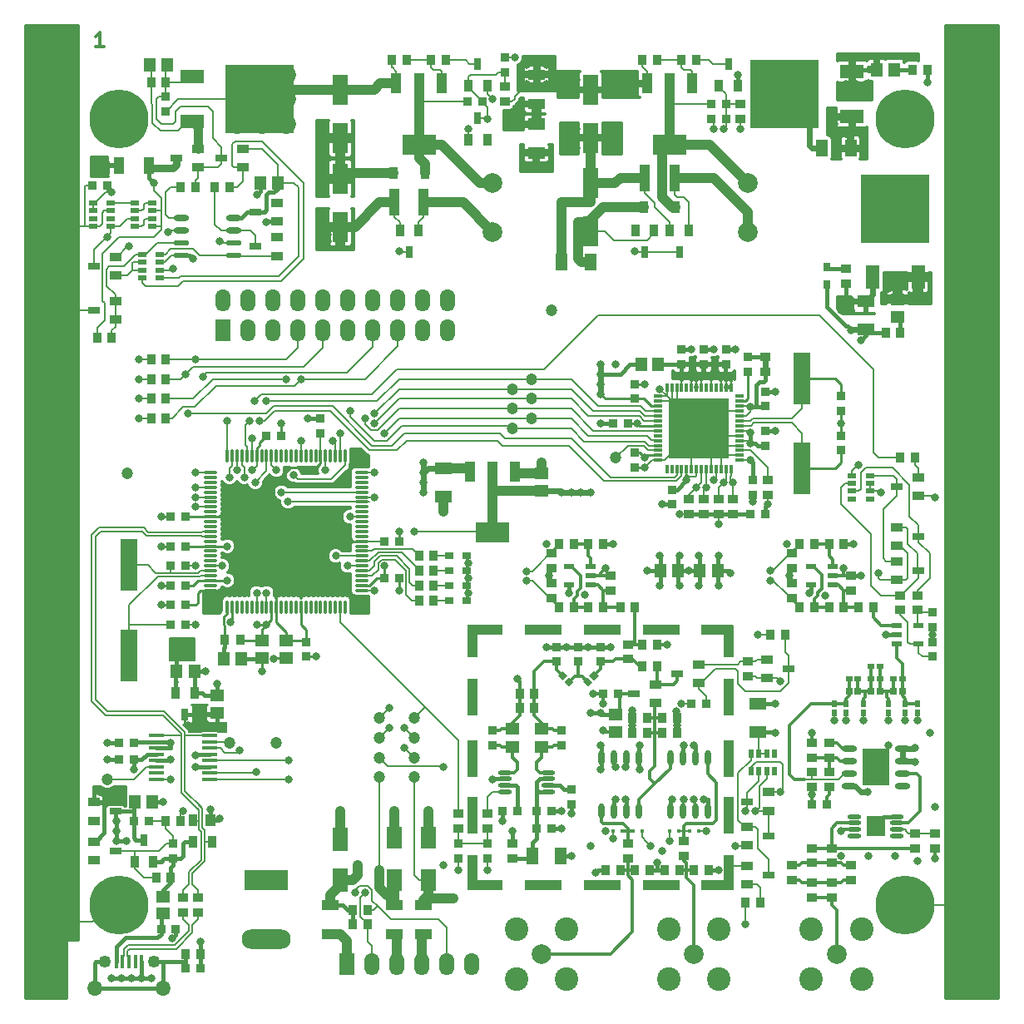
<source format=gtl>
G04 #@! TF.FileFunction,Copper,L1,Top,Signal*
%FSLAX46Y46*%
G04 Gerber Fmt 4.6, Leading zero omitted, Abs format (unit mm)*
G04 Created by KiCad (PCBNEW (2015-03-09 BZR 5487)-product) date Tue 10 Mar 2015 02:13:43 PM EDT*
%MOMM*%
G01*
G04 APERTURE LIST*
%ADD10C,0.100000*%
%ADD11C,0.300000*%
%ADD12C,0.600000*%
%ADD13C,1.200000*%
%ADD14R,4.500000X2.000000*%
%ADD15O,5.000000X2.000000*%
%ADD16R,1.300000X0.900000*%
%ADD17R,1.300000X0.800000*%
%ADD18R,0.300000X0.900000*%
%ADD19R,0.900000X0.300000*%
%ADD20R,6.100000X6.100000*%
%ADD21O,1.550000X0.600000*%
%ADD22O,1.550000X0.550000*%
%ADD23R,1.000000X0.850000*%
%ADD24R,0.900000X0.950000*%
%ADD25R,1.450000X2.450000*%
%ADD26R,6.950000X6.950000*%
%ADD27R,3.570000X1.000000*%
%ADD28R,3.800000X1.000000*%
%ADD29R,3.240000X1.000000*%
%ADD30R,1.000000X3.800000*%
%ADD31R,1.000000X3.570000*%
%ADD32R,1.000000X3.240000*%
%ADD33R,1.100000X2.700000*%
%ADD34R,1.800000X5.300000*%
%ADD35O,1.450000X0.450000*%
%ADD36R,1.900000X2.150000*%
%ADD37R,1.800000X1.050000*%
%ADD38O,1.550000X0.400000*%
%ADD39O,0.300000X1.500000*%
%ADD40O,1.500000X0.300000*%
%ADD41C,6.000000*%
%ADD42C,1.000000*%
%ADD43R,1.150000X1.450000*%
%ADD44R,0.950000X0.900000*%
%ADD45R,0.600000X0.650000*%
%ADD46R,0.650000X0.600000*%
%ADD47R,1.800000X1.200000*%
%ADD48R,1.450000X1.150000*%
%ADD49R,1.200000X1.800000*%
%ADD50R,1.600000X3.150000*%
%ADD51R,0.900000X1.200000*%
%ADD52R,0.300000X0.400000*%
%ADD53R,0.900000X1.300000*%
%ADD54R,0.800000X1.300000*%
%ADD55R,1.100000X1.300000*%
%ADD56R,1.450000X1.200000*%
%ADD57R,1.200000X1.450000*%
%ADD58R,0.400000X1.350000*%
%ADD59O,1.550000X1.550000*%
%ADD60O,1.250000X1.250000*%
%ADD61R,0.650000X0.700000*%
%ADD62C,2.000000*%
%ADD63R,2.450000X1.450000*%
%ADD64R,1.100000X2.100000*%
%ADD65R,3.500000X2.100000*%
%ADD66R,1.050000X1.800000*%
%ADD67R,1.100000X0.600000*%
%ADD68R,2.750000X3.800000*%
%ADD69O,0.600000X1.550000*%
%ADD70C,2.400000*%
%ADD71R,1.524000X2.286000*%
%ADD72O,1.524000X2.286000*%
%ADD73R,0.950000X1.000000*%
%ADD74R,1.500000X2.300000*%
%ADD75R,1.550000X2.400000*%
%ADD76R,0.800100X0.899160*%
%ADD77R,0.950000X0.550000*%
%ADD78R,0.550000X0.950000*%
%ADD79R,0.850000X1.000000*%
%ADD80R,0.899160X0.800100*%
%ADD81C,0.800000*%
%ADD82C,0.400000*%
%ADD83C,0.200000*%
%ADD84C,0.350000*%
%ADD85C,0.250000*%
%ADD86C,1.000000*%
%ADD87C,0.900000*%
%ADD88C,2.000000*%
%ADD89C,0.210000*%
%ADD90C,0.800000*%
%ADD91C,0.254000*%
G04 APERTURE END LIST*
D10*
D11*
X83428572Y-27678571D02*
X82571429Y-27678571D01*
X83000001Y-27678571D02*
X83000001Y-26178571D01*
X82857144Y-26392857D01*
X82714286Y-26535714D01*
X82571429Y-26607143D01*
D12*
X150750000Y-59250000D02*
X150750000Y-60750000D01*
D13*
X85800000Y-71100000D03*
X101000000Y-98500000D03*
D14*
X100000000Y-112500000D03*
D15*
X100000000Y-118500000D03*
D16*
X97600000Y-39950000D03*
X97600000Y-38050000D03*
D17*
X95400000Y-39000000D03*
D18*
X140750000Y-70650000D03*
X141250000Y-70650000D03*
X141750000Y-70650000D03*
X142250000Y-70650000D03*
X142750000Y-70650000D03*
X143250000Y-70650000D03*
X143750000Y-70650000D03*
X144250000Y-70650000D03*
X144750000Y-70650000D03*
X145250000Y-70650000D03*
X145750000Y-70650000D03*
X146250000Y-70650000D03*
X146750000Y-70650000D03*
X147250000Y-70650000D03*
D19*
X148150000Y-69750000D03*
X148150000Y-69250000D03*
X148150000Y-68750000D03*
X148150000Y-68250000D03*
X148150000Y-67750000D03*
X148150000Y-67250000D03*
X148150000Y-66750000D03*
X148150000Y-66250000D03*
X148150000Y-65750000D03*
X148150000Y-65250000D03*
X148150000Y-64750000D03*
X148150000Y-64250000D03*
X148150000Y-63750000D03*
X148150000Y-63250000D03*
D18*
X147250000Y-62350000D03*
X146750000Y-62350000D03*
X146250000Y-62350000D03*
X145750000Y-62350000D03*
X145250000Y-62350000D03*
X144750000Y-62350000D03*
X144250000Y-62350000D03*
X143750000Y-62350000D03*
X143250000Y-62350000D03*
X142750000Y-62350000D03*
X142250000Y-62350000D03*
X141750000Y-62350000D03*
X141250000Y-62350000D03*
X140750000Y-62350000D03*
D19*
X139850000Y-63250000D03*
X139850000Y-63750000D03*
X139850000Y-64250000D03*
X139850000Y-64750000D03*
X139850000Y-65250000D03*
X139850000Y-65750000D03*
X139850000Y-66250000D03*
X139850000Y-66750000D03*
X139850000Y-67250000D03*
X139850000Y-67750000D03*
X139850000Y-68250000D03*
X139850000Y-68750000D03*
X139850000Y-69250000D03*
X139850000Y-69750000D03*
D20*
X144000000Y-66500000D03*
D21*
X91300000Y-45095000D03*
X91300000Y-46365000D03*
D22*
X91300000Y-47635000D03*
X91300000Y-48905000D03*
X96700000Y-48905000D03*
X96700000Y-47635000D03*
D21*
X96700000Y-46365000D03*
X96700000Y-45095000D03*
D23*
X91500000Y-114250000D03*
X91500000Y-115750000D03*
D24*
X86500000Y-98500000D03*
X85000000Y-98500000D03*
X85000000Y-100250000D03*
X86500000Y-100250000D03*
D25*
X161700000Y-51100000D03*
X166300000Y-51100000D03*
D26*
X164000000Y-44200000D03*
D16*
X148900000Y-107050000D03*
X148900000Y-108950000D03*
D17*
X151100000Y-108000000D03*
D23*
X150750000Y-59250000D03*
X150750000Y-60750000D03*
D27*
X122250000Y-113035000D03*
D28*
X128135000Y-113035000D03*
X134135000Y-113035000D03*
X140135000Y-113035000D03*
D29*
X145855000Y-113035000D03*
D28*
X140135000Y-86965000D03*
X134135000Y-86965000D03*
D27*
X122250000Y-86965000D03*
D28*
X128135000Y-86965000D03*
D29*
X145855000Y-86965000D03*
D30*
X120965000Y-100135000D03*
X120965000Y-93865000D03*
D31*
X120965000Y-111750000D03*
D30*
X120965000Y-105865000D03*
D32*
X120965000Y-88145000D03*
X147035000Y-88145000D03*
D30*
X147035000Y-105865000D03*
D31*
X147035000Y-111750000D03*
D30*
X147035000Y-100135000D03*
X147035000Y-93865000D03*
D33*
X113000000Y-43500000D03*
X116000000Y-43500000D03*
D34*
X154500000Y-61400000D03*
X154500000Y-70600000D03*
D35*
X164150000Y-107975000D03*
X164150000Y-107325000D03*
X164150000Y-106675000D03*
X164150000Y-106025000D03*
X159850000Y-106025000D03*
X159850000Y-106675000D03*
X159850000Y-107325000D03*
X159850000Y-107975000D03*
D36*
X162000000Y-107000000D03*
D37*
X106500000Y-115000000D03*
X106500000Y-118000000D03*
D38*
X94200000Y-102205000D03*
X94200000Y-101575000D03*
X94200000Y-100945000D03*
X94200000Y-100315000D03*
X94200000Y-99685000D03*
X94200000Y-99055000D03*
X94200000Y-98425000D03*
X94200000Y-97795000D03*
X88800000Y-97795000D03*
X88800000Y-98425000D03*
X88800000Y-99055000D03*
X88800000Y-99685000D03*
X88800000Y-100315000D03*
X88800000Y-100945000D03*
X88800000Y-101575000D03*
X88800000Y-102205000D03*
D34*
X86000000Y-80400000D03*
X86000000Y-89600000D03*
D39*
X96000000Y-84700000D03*
X96500000Y-84700000D03*
X97000000Y-84700000D03*
X97500000Y-84700000D03*
X98000000Y-84700000D03*
X98500000Y-84700000D03*
X99000000Y-84700000D03*
X99500000Y-84700000D03*
X100000000Y-84700000D03*
X100500000Y-84700000D03*
X101000000Y-84700000D03*
X101500000Y-84700000D03*
X102000000Y-84700000D03*
X102500000Y-84700000D03*
X103000000Y-84700000D03*
X103500000Y-84700000D03*
X104000000Y-84700000D03*
X104500000Y-84700000D03*
X105000000Y-84700000D03*
X105500000Y-84700000D03*
X106000000Y-84700000D03*
X106500000Y-84700000D03*
X107000000Y-84700000D03*
X107500000Y-84700000D03*
X108000000Y-84700000D03*
D40*
X109700000Y-83000000D03*
X109700000Y-82500000D03*
X109700000Y-82000000D03*
X109700000Y-81500000D03*
X109700000Y-81000000D03*
X109700000Y-80500000D03*
X109700000Y-80000000D03*
X109700000Y-79500000D03*
X109700000Y-79000000D03*
X109700000Y-78500000D03*
X109700000Y-78000000D03*
X109700000Y-77500000D03*
X109700000Y-77000000D03*
X109700000Y-76500000D03*
X109700000Y-76000000D03*
X109700000Y-75500000D03*
X109700000Y-75000000D03*
X109700000Y-74500000D03*
X109700000Y-74000000D03*
X109700000Y-73500000D03*
X109700000Y-73000000D03*
X109700000Y-72500000D03*
X109700000Y-72000000D03*
X109700000Y-71500000D03*
X109700000Y-71000000D03*
D39*
X108000000Y-69300000D03*
X107500000Y-69300000D03*
X107000000Y-69300000D03*
X106500000Y-69300000D03*
X106000000Y-69300000D03*
X105500000Y-69300000D03*
X105000000Y-69300000D03*
X104500000Y-69300000D03*
X104000000Y-69300000D03*
X103500000Y-69300000D03*
X103000000Y-69300000D03*
X102500000Y-69300000D03*
X102000000Y-69300000D03*
X101500000Y-69300000D03*
X101000000Y-69300000D03*
X100500000Y-69300000D03*
X100000000Y-69300000D03*
X99500000Y-69300000D03*
X99000000Y-69300000D03*
X98500000Y-69300000D03*
X98000000Y-69300000D03*
X97500000Y-69300000D03*
X97000000Y-69300000D03*
X96500000Y-69300000D03*
X96000000Y-69300000D03*
D40*
X94300000Y-71000000D03*
X94300000Y-71500000D03*
X94300000Y-72000000D03*
X94300000Y-72500000D03*
X94300000Y-73000000D03*
X94300000Y-73500000D03*
X94300000Y-74000000D03*
X94300000Y-74500000D03*
X94300000Y-75000000D03*
X94300000Y-75500000D03*
X94300000Y-76000000D03*
X94300000Y-76500000D03*
X94300000Y-77000000D03*
X94300000Y-77500000D03*
X94300000Y-78000000D03*
X94300000Y-78500000D03*
X94300000Y-79000000D03*
X94300000Y-79500000D03*
X94300000Y-80000000D03*
X94300000Y-80500000D03*
X94300000Y-81000000D03*
X94300000Y-81500000D03*
X94300000Y-82000000D03*
X94300000Y-82500000D03*
X94300000Y-83000000D03*
D41*
X85000000Y-35000000D03*
D42*
X87250000Y-35000000D03*
X86125000Y-36949000D03*
X83875000Y-36949000D03*
X82750000Y-35000000D03*
X83875000Y-33051000D03*
X86125000Y-33051000D03*
D41*
X85000000Y-115000000D03*
D42*
X87250000Y-115000000D03*
X86125000Y-116949000D03*
X83875000Y-116949000D03*
X82750000Y-115000000D03*
X83875000Y-113051000D03*
X86125000Y-113051000D03*
D41*
X165000000Y-115000000D03*
D42*
X167250000Y-115000000D03*
X166125000Y-116949000D03*
X163875000Y-116949000D03*
X162750000Y-115000000D03*
X163875000Y-113051000D03*
X166125000Y-113051000D03*
D41*
X165000000Y-35000000D03*
D42*
X167250000Y-35000000D03*
X166125000Y-36949000D03*
X163875000Y-36949000D03*
X162750000Y-35000000D03*
X163875000Y-33051000D03*
X166125000Y-33051000D03*
D16*
X164150000Y-80050000D03*
X164150000Y-81950000D03*
D17*
X166350000Y-81000000D03*
D43*
X88100000Y-29500000D03*
X89900000Y-29500000D03*
D16*
X101100000Y-45450000D03*
X101100000Y-43550000D03*
D17*
X98900000Y-44500000D03*
D16*
X93000000Y-39950000D03*
X93000000Y-38050000D03*
D17*
X90800000Y-39000000D03*
D43*
X101150000Y-41500000D03*
X99350000Y-41500000D03*
D44*
X149000000Y-60750000D03*
X149000000Y-59250000D03*
D43*
X140100000Y-81000000D03*
X141900000Y-81000000D03*
X144100000Y-81000000D03*
X145900000Y-81000000D03*
D45*
X166250000Y-94550000D03*
X166250000Y-95450000D03*
X165000000Y-94550000D03*
X165000000Y-95450000D03*
D46*
X163800000Y-92000000D03*
X164700000Y-92000000D03*
D45*
X163250000Y-94550000D03*
X163250000Y-95450000D03*
D46*
X161550000Y-90750000D03*
X162450000Y-90750000D03*
X161550000Y-92000000D03*
X162450000Y-92000000D03*
D45*
X160750000Y-94550000D03*
X160750000Y-95450000D03*
D46*
X159300000Y-92000000D03*
X160200000Y-92000000D03*
D45*
X159000000Y-94550000D03*
X159000000Y-95450000D03*
X157750000Y-94550000D03*
X157750000Y-95450000D03*
D47*
X150000000Y-94550000D03*
X150000000Y-97450000D03*
D48*
X135500000Y-95600000D03*
X135500000Y-97400000D03*
D44*
X134000000Y-90250000D03*
X134000000Y-88750000D03*
X131750000Y-90250000D03*
X131750000Y-88750000D03*
X129500000Y-90250000D03*
X129500000Y-88750000D03*
D48*
X128000000Y-98900000D03*
X128000000Y-97100000D03*
X125000000Y-98900000D03*
X125000000Y-97100000D03*
D49*
X127050000Y-110000000D03*
X129950000Y-110000000D03*
D44*
X131000000Y-104750000D03*
X131000000Y-103250000D03*
D24*
X125500000Y-105500000D03*
X124000000Y-105500000D03*
D43*
X86600000Y-104500000D03*
X88400000Y-104500000D03*
D50*
X133000000Y-32050000D03*
X133000000Y-36950000D03*
X107500000Y-32050000D03*
X107500000Y-36950000D03*
X133000000Y-41550000D03*
X133000000Y-46450000D03*
X107500000Y-46000000D03*
X107500000Y-41100000D03*
D49*
X130050000Y-49550000D03*
X132950000Y-49550000D03*
D47*
X161000000Y-53550000D03*
X161000000Y-56450000D03*
D49*
X156550000Y-38000000D03*
X159450000Y-38000000D03*
D47*
X118000000Y-70550000D03*
X118000000Y-73450000D03*
D48*
X95000000Y-95500000D03*
X95000000Y-93700000D03*
D47*
X127450000Y-35550000D03*
X127450000Y-38450000D03*
D48*
X128000000Y-72900000D03*
X128000000Y-71100000D03*
D43*
X90850000Y-91250000D03*
X92650000Y-91250000D03*
D48*
X164250000Y-53350000D03*
X164250000Y-55150000D03*
D43*
X162100000Y-30000000D03*
X163900000Y-30000000D03*
D16*
X101100000Y-48950000D03*
X101100000Y-47050000D03*
D17*
X98900000Y-48000000D03*
D51*
X141600000Y-44000000D03*
X138400000Y-44000000D03*
X116100000Y-40500000D03*
X112900000Y-40500000D03*
D52*
X135300000Y-107500000D03*
X136200000Y-107500000D03*
X137300000Y-107500000D03*
X138200000Y-107500000D03*
X141050000Y-107500000D03*
X141950000Y-107500000D03*
X143050000Y-107500000D03*
X143950000Y-107500000D03*
D53*
X139450000Y-46400000D03*
X137550000Y-46400000D03*
D54*
X138500000Y-48600000D03*
D55*
X94250000Y-106400000D03*
D53*
X92550000Y-106400000D03*
X92550000Y-108600000D03*
X94450000Y-108600000D03*
X120550000Y-37100000D03*
X122450000Y-37100000D03*
D54*
X121500000Y-34900000D03*
D56*
X89500000Y-115850000D03*
X89500000Y-114150000D03*
D57*
X138150000Y-60000000D03*
X139850000Y-60000000D03*
D58*
X84700000Y-120800000D03*
X85350000Y-120800000D03*
X86000000Y-120800000D03*
X86650000Y-120800000D03*
X87300000Y-120800000D03*
D59*
X82500000Y-123500000D03*
X89500000Y-123500000D03*
D60*
X83500000Y-120800000D03*
X88500000Y-120800000D03*
D61*
X163800000Y-93250000D03*
X164700000Y-93250000D03*
X161550000Y-93250000D03*
X162450000Y-93250000D03*
X159300000Y-93250000D03*
X160200000Y-93250000D03*
D10*
G36*
X132699480Y-92795495D02*
X132204505Y-92300520D01*
X132664124Y-91840901D01*
X133159099Y-92335876D01*
X132699480Y-92795495D01*
X132699480Y-92795495D01*
G37*
G36*
X133335876Y-92159099D02*
X132840901Y-91664124D01*
X133300520Y-91204505D01*
X133795495Y-91699480D01*
X133335876Y-92159099D01*
X133335876Y-92159099D01*
G37*
G36*
X129654505Y-91699480D02*
X130149480Y-91204505D01*
X130609099Y-91664124D01*
X130114124Y-92159099D01*
X129654505Y-91699480D01*
X129654505Y-91699480D01*
G37*
G36*
X130290901Y-92335876D02*
X130785876Y-91840901D01*
X131245495Y-92300520D01*
X130750520Y-92795495D01*
X130290901Y-92335876D01*
X130290901Y-92335876D01*
G37*
D62*
X149000000Y-46500000D03*
X149000000Y-41500000D03*
X123000000Y-46500000D03*
X123000000Y-41500000D03*
D63*
X92400000Y-30700000D03*
X92400000Y-35300000D03*
D26*
X99300000Y-33000000D03*
D16*
X166350000Y-73400000D03*
X166350000Y-71500000D03*
D17*
X164150000Y-72450000D03*
D16*
X164150000Y-76550000D03*
X164150000Y-78450000D03*
D17*
X166350000Y-77500000D03*
D16*
X148900000Y-111050000D03*
X148900000Y-112950000D03*
D17*
X151100000Y-112000000D03*
D16*
X151100000Y-105450000D03*
X151100000Y-103550000D03*
D17*
X148900000Y-104500000D03*
D16*
X150900000Y-90050000D03*
X150900000Y-91950000D03*
D17*
X153100000Y-91000000D03*
D16*
X139600000Y-94450000D03*
X139600000Y-92550000D03*
D17*
X137400000Y-93500000D03*
D16*
X144000000Y-92450000D03*
X144000000Y-90550000D03*
D17*
X141800000Y-91500000D03*
D53*
X146050000Y-31600000D03*
X147950000Y-31600000D03*
D54*
X147000000Y-29400000D03*
D16*
X84600000Y-50950000D03*
X84600000Y-49050000D03*
D17*
X82400000Y-50000000D03*
D53*
X142950000Y-46400000D03*
X141050000Y-46400000D03*
D54*
X142000000Y-48600000D03*
D53*
X120550000Y-31600000D03*
X122450000Y-31600000D03*
D54*
X121500000Y-29400000D03*
D64*
X143300000Y-31400000D03*
X141000000Y-31400000D03*
X138700000Y-31400000D03*
D65*
X141000000Y-37600000D03*
D64*
X117800000Y-31400000D03*
X115500000Y-31400000D03*
X113200000Y-31400000D03*
D65*
X115500000Y-37600000D03*
D53*
X115450000Y-46400000D03*
X113550000Y-46400000D03*
D54*
X114500000Y-48600000D03*
D66*
X85000000Y-39750000D03*
X88000000Y-39750000D03*
D23*
X155500000Y-110750000D03*
X155500000Y-109250000D03*
X157500000Y-110750000D03*
X157500000Y-109250000D03*
X153500000Y-112500000D03*
X153500000Y-111000000D03*
X159500000Y-112500000D03*
X159500000Y-111000000D03*
X157500000Y-114250000D03*
X157500000Y-112750000D03*
X155500000Y-114250000D03*
X155500000Y-112750000D03*
D33*
X138500000Y-41000000D03*
X141500000Y-41000000D03*
D37*
X127500000Y-30500000D03*
X127500000Y-33500000D03*
D13*
X135500000Y-69500000D03*
X83750000Y-102250000D03*
X96250000Y-98500000D03*
D16*
X84600000Y-55450000D03*
X84600000Y-53550000D03*
D17*
X82400000Y-54500000D03*
D67*
X133000000Y-82450000D03*
X133000000Y-80550000D03*
X133000000Y-81500000D03*
X130800000Y-80550000D03*
X130800000Y-82450000D03*
X157600000Y-82450000D03*
X157600000Y-80550000D03*
X157600000Y-81500000D03*
X155400000Y-80550000D03*
X155400000Y-82450000D03*
D21*
X159300000Y-99095000D03*
X159300000Y-100365000D03*
X159300000Y-101635000D03*
X159300000Y-102905000D03*
X164700000Y-102905000D03*
X164700000Y-101635000D03*
X164700000Y-100365000D03*
X164700000Y-99095000D03*
D68*
X162000000Y-101000000D03*
D67*
X164150000Y-86550000D03*
X164150000Y-88450000D03*
X164150000Y-87500000D03*
X166350000Y-88450000D03*
X166350000Y-86550000D03*
D69*
X137905000Y-100050000D03*
X136635000Y-100050000D03*
X135365000Y-100050000D03*
X134095000Y-100050000D03*
X134095000Y-105450000D03*
X135365000Y-105450000D03*
X136635000Y-105450000D03*
X137905000Y-105450000D03*
X141095000Y-105450000D03*
X142365000Y-105450000D03*
X143635000Y-105450000D03*
X144905000Y-105450000D03*
X144905000Y-100050000D03*
X143635000Y-100050000D03*
X142365000Y-100050000D03*
X141095000Y-100050000D03*
D35*
X124300000Y-101525000D03*
X124300000Y-102175000D03*
X124300000Y-102825000D03*
X124300000Y-103475000D03*
X128700000Y-103475000D03*
X128700000Y-102825000D03*
X128700000Y-102175000D03*
X128700000Y-101525000D03*
D63*
X159600000Y-34800000D03*
X159600000Y-30200000D03*
D26*
X152700000Y-32500000D03*
D64*
X125300000Y-70900000D03*
X123000000Y-70900000D03*
X120700000Y-70900000D03*
D65*
X123000000Y-77100000D03*
D53*
X92650000Y-93400000D03*
X90750000Y-93400000D03*
D54*
X91700000Y-95600000D03*
D48*
X99500000Y-88100000D03*
X99500000Y-89900000D03*
D44*
X104000000Y-88250000D03*
X104000000Y-89750000D03*
D24*
X91750000Y-84500000D03*
X90250000Y-84500000D03*
X91750000Y-75500000D03*
X90250000Y-75500000D03*
D44*
X105500000Y-67000000D03*
X105500000Y-65500000D03*
D24*
X112000000Y-78000000D03*
X113500000Y-78000000D03*
D48*
X102000000Y-88100000D03*
X102000000Y-89900000D03*
D24*
X91750000Y-82500000D03*
X90250000Y-82500000D03*
X112000000Y-81750000D03*
X113500000Y-81750000D03*
X91750000Y-78500000D03*
X90250000Y-78500000D03*
X100000000Y-67250000D03*
X101500000Y-67250000D03*
D43*
X95600000Y-90000000D03*
X97400000Y-90000000D03*
D62*
X128000000Y-120000000D03*
D70*
X125450000Y-117450000D03*
X130550000Y-117450000D03*
X125450000Y-122550000D03*
X130550000Y-122550000D03*
D62*
X143500000Y-120000000D03*
D70*
X140950000Y-117450000D03*
X146050000Y-117450000D03*
X140950000Y-122550000D03*
X146050000Y-122550000D03*
D62*
X158000000Y-120000000D03*
D70*
X155450000Y-117450000D03*
X160550000Y-117450000D03*
X155450000Y-122550000D03*
X160550000Y-122550000D03*
D71*
X95570000Y-56524000D03*
D72*
X98110000Y-56524000D03*
X100650000Y-56524000D03*
X103190000Y-56524000D03*
X105730000Y-56524000D03*
X108270000Y-56524000D03*
X110810000Y-56524000D03*
X113350000Y-56524000D03*
X115890000Y-56524000D03*
X118430000Y-56524000D03*
X95570000Y-53476000D03*
X98110000Y-53476000D03*
X100650000Y-53476000D03*
X103190000Y-53476000D03*
X105730000Y-53476000D03*
X108270000Y-53476000D03*
X110810000Y-53476000D03*
X113350000Y-53476000D03*
X115890000Y-53476000D03*
X118430000Y-53476000D03*
D73*
X97300000Y-88000000D03*
X95700000Y-88000000D03*
D13*
X111500000Y-96000000D03*
D71*
X108150000Y-121000000D03*
D72*
X110690000Y-121000000D03*
X113230000Y-121000000D03*
X115770000Y-121000000D03*
X118310000Y-121000000D03*
X120850000Y-121000000D03*
D74*
X113000000Y-112500000D03*
X113000000Y-108200000D03*
X116500000Y-108200000D03*
X116500000Y-112500000D03*
D75*
X107500000Y-112500000D03*
X107500000Y-108300000D03*
D37*
X113000000Y-115000000D03*
X113000000Y-118000000D03*
X116000000Y-115000000D03*
X116000000Y-118000000D03*
D13*
X111500000Y-102000000D03*
X111500000Y-100000000D03*
X115000000Y-102000000D03*
X115000000Y-100000000D03*
X111500000Y-98000000D03*
X115000000Y-98000000D03*
X127000000Y-65500000D03*
X125000000Y-64500000D03*
X127000000Y-63500000D03*
X127000000Y-61500000D03*
X125000000Y-66500000D03*
X125000000Y-62500000D03*
X129000000Y-54500000D03*
X115000000Y-96000000D03*
D76*
X157000000Y-51899160D03*
X157000000Y-50100840D03*
D77*
X88400000Y-45950000D03*
X88400000Y-45150000D03*
X88400000Y-44350000D03*
X88400000Y-43550000D03*
X86600000Y-43550000D03*
X86600000Y-44350000D03*
X86600000Y-45150000D03*
X86600000Y-45950000D03*
X84150000Y-45950000D03*
X84150000Y-45150000D03*
X84150000Y-44350000D03*
X84150000Y-43550000D03*
X82350000Y-43550000D03*
X82350000Y-44350000D03*
X82350000Y-45150000D03*
X82350000Y-45950000D03*
X87350000Y-48800000D03*
X87350000Y-49600000D03*
X87350000Y-50400000D03*
X87350000Y-51200000D03*
X89150000Y-51200000D03*
X89150000Y-50400000D03*
X89150000Y-49600000D03*
X89150000Y-48800000D03*
X159600000Y-71300000D03*
X159600000Y-72100000D03*
X159600000Y-72900000D03*
X159600000Y-73700000D03*
X161400000Y-73700000D03*
X161400000Y-72900000D03*
X161400000Y-72100000D03*
X161400000Y-71300000D03*
D78*
X149300000Y-101400000D03*
X150100000Y-101400000D03*
X150900000Y-101400000D03*
X151700000Y-101400000D03*
X151700000Y-99600000D03*
X150900000Y-99600000D03*
X150100000Y-99600000D03*
X149300000Y-99600000D03*
D44*
X141250000Y-72750000D03*
X141250000Y-74250000D03*
D24*
X149250000Y-75250000D03*
X150750000Y-75250000D03*
D44*
X149500000Y-71750000D03*
X149500000Y-73250000D03*
X150750000Y-64250000D03*
X150750000Y-62750000D03*
X137500000Y-69000000D03*
X137500000Y-70500000D03*
D24*
X136750000Y-66000000D03*
X135250000Y-66000000D03*
D44*
X150750000Y-68250000D03*
X150750000Y-66750000D03*
X142250000Y-60000000D03*
X142250000Y-58500000D03*
X144500000Y-60000000D03*
X144500000Y-58500000D03*
X146750000Y-60000000D03*
X146750000Y-58500000D03*
X137500000Y-63500000D03*
X137500000Y-62000000D03*
D24*
X91750000Y-121500000D03*
X93250000Y-121500000D03*
X89250000Y-117500000D03*
X90750000Y-117500000D03*
X144750000Y-94500000D03*
X143250000Y-94500000D03*
D44*
X130000000Y-98750000D03*
X130000000Y-97250000D03*
X123000000Y-98750000D03*
X123000000Y-97250000D03*
D24*
X127500000Y-105500000D03*
X129000000Y-105500000D03*
X127500000Y-107250000D03*
X129000000Y-107250000D03*
D44*
X89750000Y-34250000D03*
X89750000Y-32750000D03*
D24*
X83750000Y-41750000D03*
X82250000Y-41750000D03*
X146750000Y-35000000D03*
X145250000Y-35000000D03*
D44*
X124250000Y-30250000D03*
X124250000Y-28750000D03*
X90500000Y-108750000D03*
X90500000Y-110250000D03*
D24*
X86500000Y-106500000D03*
X88000000Y-106500000D03*
D16*
X82400000Y-108550000D03*
X82400000Y-110450000D03*
D17*
X84600000Y-109500000D03*
D16*
X82400000Y-104550000D03*
X82400000Y-106450000D03*
D17*
X84600000Y-105500000D03*
D53*
X86550000Y-110600000D03*
X88450000Y-110600000D03*
D54*
X87500000Y-108400000D03*
D23*
X93000000Y-114250000D03*
X93000000Y-115750000D03*
D79*
X91750000Y-120000000D03*
X93250000Y-120000000D03*
X89750000Y-106500000D03*
X91250000Y-106500000D03*
X90250000Y-112250000D03*
X88750000Y-112250000D03*
D24*
X91750000Y-80500000D03*
X90250000Y-80500000D03*
X91750000Y-86500000D03*
X90250000Y-86500000D03*
D44*
X158500000Y-63250000D03*
X158500000Y-64750000D03*
X158500000Y-68750000D03*
X158500000Y-67250000D03*
D79*
X82750000Y-57250000D03*
X84250000Y-57250000D03*
X96250000Y-42000000D03*
X94750000Y-42000000D03*
X92750000Y-42000000D03*
X91250000Y-42000000D03*
X89750000Y-31250000D03*
X88250000Y-31250000D03*
D23*
X124250000Y-33250000D03*
X124250000Y-31750000D03*
D79*
X112750000Y-29000000D03*
X114250000Y-29000000D03*
X116750000Y-29000000D03*
X118250000Y-29000000D03*
X138250000Y-29000000D03*
X139750000Y-29000000D03*
X142250000Y-29000000D03*
X143750000Y-29000000D03*
D24*
X145250000Y-33500000D03*
X146750000Y-33500000D03*
D79*
X88250000Y-59500000D03*
X89750000Y-59500000D03*
X88250000Y-65500000D03*
X89750000Y-65500000D03*
X88250000Y-61500000D03*
X89750000Y-61500000D03*
X89750000Y-63500000D03*
X88250000Y-63500000D03*
D24*
X120450000Y-33250000D03*
X121950000Y-33250000D03*
D23*
X148250000Y-35000000D03*
X148250000Y-33500000D03*
D79*
X165750000Y-30000000D03*
X167250000Y-30000000D03*
X164500000Y-56750000D03*
X163000000Y-56750000D03*
D23*
X159000000Y-51750000D03*
X159000000Y-50250000D03*
X151000000Y-71750000D03*
X151000000Y-73250000D03*
X143000000Y-75250000D03*
X143000000Y-73750000D03*
X144500000Y-75250000D03*
X144500000Y-73750000D03*
X146000000Y-75250000D03*
X146000000Y-73750000D03*
X147500000Y-75250000D03*
X147500000Y-73750000D03*
X135000000Y-83000000D03*
X135000000Y-81500000D03*
X159500000Y-83000000D03*
X159500000Y-81500000D03*
D79*
X131250000Y-84750000D03*
X129750000Y-84750000D03*
X131250000Y-78250000D03*
X129750000Y-78250000D03*
X155750000Y-84750000D03*
X154250000Y-84750000D03*
X155750000Y-78250000D03*
X154250000Y-78250000D03*
X134250000Y-84750000D03*
X132750000Y-84750000D03*
X134250000Y-78250000D03*
X132750000Y-78250000D03*
X158750000Y-84750000D03*
X157250000Y-84750000D03*
X158750000Y-78250000D03*
X157250000Y-78250000D03*
X137500000Y-84750000D03*
X136000000Y-84750000D03*
X161750000Y-84750000D03*
X160250000Y-84750000D03*
D23*
X129000000Y-82250000D03*
X129000000Y-83750000D03*
X153500000Y-82250000D03*
X153500000Y-83750000D03*
X129000000Y-80750000D03*
X129000000Y-79250000D03*
X153500000Y-80750000D03*
X153500000Y-79250000D03*
D79*
X164500000Y-69500000D03*
X166000000Y-69500000D03*
D23*
X164500000Y-85000000D03*
X164500000Y-83500000D03*
X166250000Y-85000000D03*
X166250000Y-83500000D03*
D44*
X167750000Y-89750000D03*
X167750000Y-88250000D03*
X167750000Y-85250000D03*
X167750000Y-86750000D03*
D79*
X151250000Y-87500000D03*
X152750000Y-87500000D03*
D23*
X149000000Y-90250000D03*
X149000000Y-91750000D03*
D79*
X138750000Y-96000000D03*
X137250000Y-96000000D03*
X140250000Y-96000000D03*
X141750000Y-96000000D03*
X138750000Y-97500000D03*
X137250000Y-97500000D03*
X140250000Y-97500000D03*
X141750000Y-97500000D03*
D24*
X135750000Y-93500000D03*
X134250000Y-93500000D03*
D79*
X138250000Y-88500000D03*
X139750000Y-88500000D03*
D23*
X136750000Y-90000000D03*
X136750000Y-88500000D03*
D79*
X138250000Y-90750000D03*
X139750000Y-90750000D03*
X127250000Y-93500000D03*
X125750000Y-93500000D03*
X127250000Y-95000000D03*
X125750000Y-95000000D03*
D44*
X122500000Y-108750000D03*
X122500000Y-110250000D03*
X119500000Y-108750000D03*
X119500000Y-110250000D03*
D23*
X122500000Y-107250000D03*
X122500000Y-105750000D03*
X119500000Y-105750000D03*
X119500000Y-107250000D03*
X125000000Y-108750000D03*
X125000000Y-110250000D03*
D79*
X108750000Y-115500000D03*
X110250000Y-115500000D03*
X108750000Y-117000000D03*
X110250000Y-117000000D03*
D23*
X166000000Y-109250000D03*
X166000000Y-107750000D03*
X168000000Y-107750000D03*
X168000000Y-109250000D03*
D24*
X157000000Y-104750000D03*
X155500000Y-104750000D03*
D23*
X157250000Y-101500000D03*
X157250000Y-103000000D03*
X155500000Y-100000000D03*
X155500000Y-98500000D03*
X155500000Y-101500000D03*
X155500000Y-103000000D03*
X157250000Y-98500000D03*
X157250000Y-100000000D03*
D79*
X136000000Y-111500000D03*
X134500000Y-111500000D03*
X137500000Y-111500000D03*
X139000000Y-111500000D03*
X142000000Y-111500000D03*
X140500000Y-111500000D03*
X143500000Y-111500000D03*
X145000000Y-111500000D03*
D23*
X136750000Y-108750000D03*
X136750000Y-110250000D03*
X142500000Y-108500000D03*
X142500000Y-110000000D03*
D79*
X148750000Y-114750000D03*
X150250000Y-114750000D03*
D80*
X120399160Y-79500000D03*
X118600840Y-79500000D03*
X120399160Y-81000000D03*
X118600840Y-81000000D03*
X120399160Y-82500000D03*
X118600840Y-82500000D03*
X120399160Y-84000000D03*
X118600840Y-84000000D03*
D79*
X115500000Y-79500000D03*
X117000000Y-79500000D03*
X115500000Y-81000000D03*
X117000000Y-81000000D03*
X115500000Y-82500000D03*
X117000000Y-82500000D03*
X115500000Y-84000000D03*
X117000000Y-84000000D03*
D81*
X118000000Y-111000000D03*
X135500000Y-60000000D03*
X125250000Y-28750000D03*
X150000000Y-87500000D03*
X94250000Y-105250000D03*
X95250000Y-106250000D03*
X92500000Y-49250000D03*
X99000000Y-42750000D03*
X130000000Y-107250000D03*
X130000000Y-105500000D03*
X166250000Y-110500000D03*
X163250000Y-98750000D03*
X167500000Y-97500000D03*
X138500000Y-62000000D03*
X138500000Y-70500000D03*
X134000000Y-66000000D03*
X147750000Y-58500000D03*
X145500000Y-58500000D03*
X143250000Y-58500000D03*
X151750000Y-66750000D03*
X151750000Y-62750000D03*
X160500000Y-57500000D03*
X96347980Y-86250000D03*
X98500000Y-67500000D03*
X162750000Y-102250000D03*
X99500000Y-91249996D03*
X106000000Y-42000000D03*
X106000000Y-36000000D03*
X106000000Y-37000000D03*
X106000000Y-38000000D03*
X106000000Y-39000000D03*
X106000000Y-40000000D03*
X106000000Y-41000000D03*
X165500000Y-46000000D03*
X162500000Y-46000000D03*
X165500000Y-43000000D03*
X162500000Y-43000000D03*
X164000000Y-44500000D03*
X134500000Y-107500000D03*
X159500000Y-56500000D03*
X161250000Y-102250000D03*
X162750000Y-99750000D03*
X161250000Y-99750000D03*
X151750000Y-97500000D03*
X104152010Y-65500000D03*
X101500000Y-66000000D03*
X128000000Y-70000000D03*
X118000000Y-75000000D03*
X140000000Y-62500000D03*
X163000000Y-87500000D03*
X166250000Y-96250000D03*
X165000000Y-96250000D03*
X163250000Y-96250000D03*
X160750000Y-96250000D03*
X159000000Y-96250000D03*
X157750000Y-96250000D03*
X144000000Y-82500000D03*
X144000000Y-79500000D03*
X143000000Y-81000000D03*
X142000000Y-82500000D03*
X142000000Y-79500000D03*
X156848130Y-83537967D03*
X132365088Y-83444441D03*
X121000000Y-94000000D03*
X121000000Y-100250000D03*
X121000000Y-105750000D03*
X121000000Y-110750000D03*
X123250000Y-113000000D03*
X121000000Y-113000000D03*
X128250000Y-113000000D03*
X134250000Y-113000000D03*
X140250000Y-113000000D03*
X145000000Y-113000000D03*
X147000000Y-110750000D03*
X147000000Y-113000000D03*
X147000000Y-107250000D03*
X147000000Y-100250000D03*
X147000000Y-94000000D03*
X147000000Y-89000000D03*
X145000000Y-87000000D03*
X147000000Y-87000000D03*
X140000000Y-87000000D03*
X134250000Y-87000000D03*
X128000000Y-87000000D03*
X121000000Y-89000000D03*
X121000000Y-87000000D03*
X123250000Y-87000000D03*
X138000000Y-101250000D03*
X134000000Y-101250000D03*
X141250000Y-104250000D03*
X144500000Y-104250000D03*
X143500000Y-98750000D03*
X142500000Y-98750000D03*
X138000000Y-98750000D03*
X134000000Y-98750000D03*
X135500000Y-104250000D03*
X136500000Y-104250000D03*
X124000000Y-106500000D03*
X131000000Y-105750000D03*
X131000000Y-110000000D03*
X123000000Y-102250000D03*
X135000000Y-88750000D03*
X132750000Y-88750000D03*
X130500000Y-88750000D03*
X128500000Y-88750000D03*
X113500000Y-77000000D03*
X105000000Y-89750000D03*
X100750000Y-90000000D03*
X111000000Y-83000000D03*
X111000000Y-73500000D03*
X95500000Y-80500000D03*
X88250000Y-122500000D03*
X84250000Y-122500000D03*
X85250000Y-122500000D03*
X86250000Y-122500000D03*
X87250000Y-122500000D03*
X172000000Y-33000000D03*
X172000000Y-43000000D03*
X172000000Y-53000000D03*
X172000000Y-63000000D03*
X172000000Y-73000000D03*
X172000000Y-83000000D03*
X172000000Y-93000000D03*
X172000000Y-103000000D03*
X172000000Y-113000000D03*
X172000000Y-123000000D03*
X78000000Y-34000000D03*
X78000000Y-43000000D03*
X78000000Y-53000000D03*
X78000000Y-63000000D03*
X78000000Y-73000000D03*
X78000000Y-83000000D03*
X78000000Y-93000000D03*
X78000000Y-103000000D03*
X78000000Y-113000000D03*
X78000000Y-123000000D03*
X130000000Y-47500000D03*
X130000000Y-46500000D03*
X130000000Y-45500000D03*
X130000000Y-44500000D03*
X130000000Y-43500000D03*
X131000000Y-43500000D03*
X132000000Y-43500000D03*
X133000000Y-43500000D03*
X120500000Y-36000000D03*
X127500000Y-39750000D03*
X128500000Y-39750000D03*
X126500000Y-39750000D03*
X131500000Y-37000000D03*
X131500000Y-36000000D03*
X131500000Y-38000000D03*
X130500000Y-38000000D03*
X130500000Y-37000000D03*
X130500000Y-36000000D03*
X134500000Y-37000000D03*
X134500000Y-36000000D03*
X134500000Y-38000000D03*
X135500000Y-38000000D03*
X135500000Y-37000000D03*
X135500000Y-36000000D03*
X157750000Y-34500000D03*
X157750000Y-35500000D03*
X157750000Y-36500000D03*
X159000000Y-36500000D03*
X148000000Y-30500000D03*
X134250000Y-97250000D03*
X161250000Y-110000000D03*
X158500000Y-110000000D03*
X164000000Y-110000000D03*
X107500000Y-106500000D03*
X107500000Y-105500000D03*
X113000000Y-106500000D03*
X113000000Y-105500000D03*
X116500000Y-106500000D03*
X116500000Y-105500000D03*
X86000000Y-48000000D03*
X168000000Y-73500000D03*
X162500000Y-73000000D03*
X93250000Y-118750000D03*
X89500000Y-104500000D03*
X91500000Y-105500000D03*
X83750000Y-98500000D03*
X83750000Y-100250000D03*
X90250000Y-100250000D03*
X92750000Y-99750000D03*
X90400000Y-118400000D03*
X95000000Y-92500000D03*
X93750000Y-91250000D03*
X92750000Y-86500000D03*
X92750000Y-80500000D03*
X89250000Y-84500000D03*
X89250000Y-82500000D03*
X89250000Y-78500000D03*
X89250000Y-75500000D03*
X158500000Y-66000000D03*
X87000000Y-63500000D03*
X167250000Y-31250000D03*
X151000000Y-74250000D03*
X140250000Y-74250000D03*
X167750000Y-87500000D03*
X137250000Y-96750000D03*
X137250000Y-95250000D03*
X141750000Y-96750000D03*
X141721924Y-95292114D03*
X133250000Y-93500000D03*
X134250000Y-94500000D03*
X140750000Y-88500000D03*
X125500000Y-92000000D03*
X122500000Y-111500000D03*
X119500000Y-111500000D03*
X168000000Y-110250000D03*
X155500000Y-97500000D03*
X155500000Y-103750000D03*
X149500000Y-74000000D03*
X159750000Y-78250000D03*
X135250000Y-78250000D03*
X133500000Y-111750000D03*
X139750000Y-110750000D03*
X146000000Y-111500000D03*
X143000000Y-65500000D03*
X145000000Y-65500000D03*
X143000000Y-67500000D03*
X145000000Y-67500000D03*
X128500000Y-78272998D03*
X153000000Y-78272998D03*
X120500000Y-80250000D03*
X120500000Y-81750000D03*
X120500000Y-83250000D03*
X113500000Y-83000006D03*
X131500000Y-32000000D03*
X128500000Y-31500000D03*
X126500000Y-31500000D03*
X127500000Y-31500000D03*
X128500000Y-29500000D03*
X126500000Y-29500000D03*
X127500000Y-29500000D03*
X102000000Y-33000000D03*
X97000000Y-33000000D03*
X99500000Y-35500000D03*
X99500000Y-30500000D03*
X102000000Y-35500000D03*
X97000000Y-35500000D03*
X102000000Y-30500000D03*
X97000000Y-30500000D03*
X99500000Y-33000000D03*
X158500000Y-53500000D03*
X158500000Y-54500000D03*
X159500000Y-54500000D03*
X159500000Y-53500000D03*
X130500000Y-32000000D03*
X130500000Y-31000000D03*
X131500000Y-31000000D03*
X134500000Y-32000000D03*
X134500000Y-31000000D03*
X135500000Y-32000000D03*
X135500000Y-31000000D03*
X148250000Y-36000000D03*
X142750000Y-71750000D03*
X149250000Y-69750000D03*
X149250000Y-66950010D03*
X149268282Y-64270313D03*
X147250000Y-61250000D03*
X146250000Y-61250000D03*
X145250000Y-61250000D03*
X144250000Y-61250000D03*
X143250000Y-61250000D03*
X142250000Y-61250000D03*
X149250000Y-68000000D03*
X142000000Y-75250000D03*
X146000000Y-76250000D03*
X145500000Y-71750000D03*
X128747998Y-81500000D03*
X153247998Y-81500000D03*
X138500000Y-69500000D03*
X134000000Y-61000000D03*
X115000000Y-77000000D03*
X134000000Y-60000000D03*
X134000000Y-62000000D03*
X133000000Y-73000000D03*
X132000000Y-73000000D03*
X131000000Y-73000000D03*
X130000000Y-73000000D03*
X134000000Y-63000000D03*
X114000000Y-97000000D03*
X137750000Y-66000000D03*
X106250000Y-46750000D03*
X106250000Y-47500000D03*
X116000000Y-70000000D03*
X116000000Y-71000000D03*
X116000000Y-72000000D03*
X116000000Y-73000000D03*
X106250000Y-46000000D03*
X106250000Y-46000000D03*
X109250000Y-112000000D03*
X109250000Y-111000000D03*
X123000000Y-33000000D03*
X112500000Y-97000000D03*
X118000000Y-101000000D03*
X163250000Y-51250000D03*
X163250000Y-52250000D03*
X164250000Y-51250000D03*
X140000000Y-82500000D03*
X140000000Y-79500000D03*
X138750000Y-81000000D03*
X155250000Y-83250000D03*
X130750000Y-83250000D03*
X134000000Y-95500000D03*
X133000000Y-95500000D03*
X164250000Y-52250000D03*
X166000000Y-100500000D03*
X166000000Y-99000000D03*
X83000000Y-103500000D03*
X84000000Y-103500000D03*
X85000000Y-103500000D03*
X85000000Y-104500000D03*
X125000000Y-107500000D03*
X133000000Y-109000000D03*
X160500000Y-81500000D03*
X142250000Y-94500000D03*
X158750000Y-80750000D03*
X158750000Y-80750000D03*
X134500000Y-80750000D03*
X160250000Y-70250000D03*
X152250000Y-92250000D03*
X147245669Y-81254331D03*
X146000000Y-82500000D03*
X146000000Y-79500000D03*
X152250000Y-103500000D03*
X162250000Y-81250000D03*
X151750000Y-94500000D03*
X159000000Y-31500000D03*
X160000000Y-31500000D03*
X161000000Y-31500000D03*
X159000000Y-32500000D03*
X160000000Y-32500000D03*
X161000000Y-32500000D03*
X161140041Y-103500000D03*
X140250000Y-109500000D03*
X147750000Y-109000000D03*
X114000000Y-99000000D03*
X158500000Y-107500000D03*
X125750000Y-33500000D03*
X125750000Y-34500000D03*
X125750000Y-35500000D03*
X124750000Y-35500000D03*
X124750000Y-34500000D03*
X111500000Y-112500000D03*
X111500000Y-111500000D03*
X131750000Y-46500000D03*
X131750000Y-45500000D03*
X131750000Y-47500000D03*
X131750000Y-48500000D03*
X145500000Y-36000000D03*
X145500000Y-36000000D03*
X152500000Y-32500000D03*
X151000000Y-31000000D03*
X154000000Y-31000000D03*
X151000000Y-34000000D03*
X154000000Y-34000000D03*
X161600000Y-106400000D03*
X161600000Y-107600000D03*
X162400000Y-107600000D03*
X168000000Y-105000000D03*
X162400000Y-106400000D03*
X119000000Y-114347990D03*
X118000000Y-114347990D03*
X143500000Y-104250000D03*
X136500000Y-101000000D03*
X136500000Y-101000000D03*
X142500000Y-104250000D03*
X135500000Y-101000000D03*
X135500000Y-101000000D03*
X146500000Y-36000000D03*
X137500000Y-48500000D03*
X95000000Y-96750000D03*
X94000000Y-96750000D03*
X93000000Y-96750000D03*
X92000000Y-96750000D03*
X86500000Y-101250000D03*
X84750000Y-106500000D03*
X84750000Y-107500000D03*
X84750000Y-108500000D03*
X85750000Y-108500000D03*
X113500000Y-48500000D03*
X113500000Y-48500000D03*
X122500000Y-35000000D03*
X122500000Y-35000000D03*
X111000000Y-71000000D03*
X98549990Y-70750000D03*
X100000000Y-86500000D03*
X99000000Y-86500000D03*
X112000000Y-80500000D03*
X96000000Y-78500000D03*
X96000000Y-82000000D03*
X91000000Y-89500000D03*
X92000000Y-89500000D03*
X91000000Y-88500000D03*
X92000000Y-88500000D03*
X87000000Y-65500000D03*
X87000000Y-61500000D03*
X87000000Y-59500000D03*
X112500000Y-95000000D03*
X100000000Y-45500000D03*
X100000000Y-45500000D03*
X88500000Y-41500000D03*
X135250000Y-108250000D03*
X135250000Y-108250000D03*
X141045895Y-108506884D03*
X139082719Y-108995200D03*
X139082720Y-108995200D03*
X144749996Y-107500000D03*
X149750000Y-105500000D03*
X148750000Y-105500000D03*
X90000000Y-46500000D03*
X83750000Y-47000000D03*
X82500000Y-40500000D03*
X82500000Y-39500000D03*
X83500000Y-39500000D03*
X83500000Y-40500000D03*
X126500000Y-82005000D03*
X143750000Y-72500000D03*
X126500000Y-81045000D03*
X144750000Y-72500000D03*
X146520000Y-72000000D03*
X151250000Y-81980000D03*
X147480000Y-72000000D03*
X151250000Y-81020000D03*
X92750000Y-73500000D03*
X92000000Y-65000000D03*
X99250000Y-65750000D03*
X99000000Y-83250000D03*
X100000000Y-63750000D03*
X100000000Y-83250000D03*
X107500000Y-67000000D03*
X111000000Y-65000000D03*
X111000000Y-66000000D03*
X108250000Y-80500000D03*
X101500000Y-73000000D03*
X102250000Y-102250000D03*
X102250000Y-102250000D03*
X98947980Y-101500000D03*
X97750000Y-71500000D03*
X97000000Y-70750000D03*
X97250000Y-99250000D03*
X97250000Y-99250000D03*
X97250000Y-99250000D03*
X96250000Y-71500000D03*
X90250000Y-102250000D03*
X90250000Y-102250000D03*
X90250000Y-102250000D03*
X102750000Y-71250000D03*
X102000000Y-61500000D03*
X93500000Y-61250000D03*
X92750000Y-71000000D03*
X92750000Y-59500000D03*
X92750000Y-72500000D03*
X92750000Y-74500000D03*
X91750000Y-61000000D03*
X103500000Y-61500000D03*
X103500000Y-67750000D03*
X102200010Y-74000000D03*
X102250000Y-100320603D03*
X98847990Y-72000000D03*
X148750000Y-117000000D03*
X148750000Y-117000000D03*
X110000000Y-65500000D03*
X107049980Y-79500000D03*
X112000000Y-67000000D03*
X108500000Y-75500000D03*
X108500000Y-64750000D03*
X106750000Y-67750000D03*
X110000000Y-113750000D03*
X106000000Y-70750000D03*
X109000000Y-113750000D03*
X101000000Y-70750000D03*
X98250000Y-65750000D03*
X98750000Y-63750000D03*
X90500000Y-50250000D03*
X96000000Y-65750000D03*
X92750000Y-101000000D03*
X90250000Y-98500000D03*
X90250000Y-98500000D03*
X95250000Y-47500000D03*
X84250000Y-42500000D03*
D82*
X118050000Y-110950000D02*
X118000000Y-111000000D01*
D83*
X124250000Y-28750000D02*
X125250000Y-28750000D01*
X151250000Y-87500000D02*
X150000000Y-87500000D01*
D82*
X94250000Y-106400000D02*
X94250000Y-105250000D01*
X94250000Y-106400000D02*
X95100000Y-106400000D01*
X95100000Y-106400000D02*
X95250000Y-106250000D01*
X91300000Y-48905000D02*
X92155000Y-48905000D01*
X92155000Y-48905000D02*
X92500000Y-49250000D01*
D83*
X89650000Y-49600000D02*
X90345000Y-48905000D01*
X90345000Y-48905000D02*
X91300000Y-48905000D01*
X89150000Y-49600000D02*
X89650000Y-49600000D01*
D82*
X99350000Y-41500000D02*
X99350000Y-42400000D01*
X99350000Y-42400000D02*
X99000000Y-42750000D01*
D83*
X81492267Y-45950000D02*
X81500000Y-45942267D01*
X81500000Y-45942267D02*
X81500000Y-41850000D01*
X81500000Y-41850000D02*
X81600000Y-41750000D01*
X81600000Y-41750000D02*
X82250000Y-41750000D01*
D82*
X129000000Y-107250000D02*
X130000000Y-107250000D01*
X129000000Y-105500000D02*
X130000000Y-105500000D01*
D84*
X123900000Y-97100000D02*
X123750000Y-97250000D01*
X123750000Y-97250000D02*
X123000000Y-97250000D01*
X125000000Y-97100000D02*
X123900000Y-97100000D01*
D83*
X78000000Y-113000000D02*
X78000000Y-109745905D01*
X78000000Y-109745905D02*
X78000000Y-103000000D01*
D82*
X78004095Y-109750000D02*
X78000000Y-109745905D01*
X162000000Y-101000000D02*
X162000000Y-100500000D01*
D85*
X137500000Y-62000000D02*
X138500000Y-62000000D01*
X137500000Y-70500000D02*
X138500000Y-70500000D01*
D82*
X135250000Y-66000000D02*
X134000000Y-66000000D01*
X146750000Y-58500000D02*
X147750000Y-58500000D01*
X144500000Y-58500000D02*
X145500000Y-58500000D01*
X142250000Y-58500000D02*
X143250000Y-58500000D01*
X150750000Y-66750000D02*
X151750000Y-66750000D01*
X150750000Y-62750000D02*
X151750000Y-62750000D01*
X161000000Y-56450000D02*
X161000000Y-57000000D01*
X161000000Y-57000000D02*
X160500000Y-57500000D01*
X161050000Y-56500000D02*
X161000000Y-56450000D01*
D85*
X96500000Y-86097980D02*
X96347980Y-86250000D01*
X96500000Y-84700000D02*
X96500000Y-86097980D01*
D83*
X150100000Y-99600000D02*
X150100000Y-97550000D01*
X150100000Y-97550000D02*
X150000000Y-97450000D01*
X150100000Y-99600000D02*
X150900000Y-99600000D01*
X83250000Y-44575000D02*
X83250000Y-45725000D01*
X83250000Y-45725000D02*
X83025000Y-45950000D01*
X83025000Y-45950000D02*
X82350000Y-45950000D01*
X84150000Y-44350000D02*
X83475000Y-44350000D01*
X83475000Y-44350000D02*
X83250000Y-44575000D01*
X98500000Y-69300000D02*
X98500000Y-67500000D01*
D82*
X162750000Y-102250000D02*
X162000000Y-101500000D01*
D83*
X138500000Y-41000000D02*
X138500000Y-42550000D01*
X138500000Y-42550000D02*
X139500000Y-43550000D01*
X139500000Y-43550000D02*
X139500000Y-44000000D01*
X139500000Y-44000000D02*
X141050000Y-45550000D01*
X141050000Y-45550000D02*
X141050000Y-46400000D01*
D85*
X99500000Y-89900000D02*
X99500000Y-91249996D01*
D82*
X106000000Y-41000000D02*
X106000000Y-42000000D01*
X106000000Y-37000000D02*
X106000000Y-36000000D01*
X106000000Y-38000000D02*
X106000000Y-37000000D01*
X106000000Y-39000000D02*
X106000000Y-38000000D01*
X106000000Y-40000000D02*
X106000000Y-39000000D01*
X106000000Y-41000000D02*
X106000000Y-40000000D01*
X107500000Y-41100000D02*
X106100000Y-41100000D01*
X106100000Y-41100000D02*
X106000000Y-41000000D01*
D83*
X164000000Y-44200000D02*
X164000000Y-44500000D01*
X164000000Y-44500000D02*
X165500000Y-46000000D01*
X164000000Y-44500000D02*
X162500000Y-46000000D01*
X164000000Y-44200000D02*
X164300000Y-44200000D01*
X164300000Y-44200000D02*
X165500000Y-43000000D01*
X164000000Y-44200000D02*
X163700000Y-44200000D01*
X163700000Y-44200000D02*
X162500000Y-43000000D01*
D12*
X161000000Y-56450000D02*
X159550000Y-56450000D01*
X159550000Y-56450000D02*
X159500000Y-56500000D01*
D82*
X162000000Y-101000000D02*
X162000000Y-101500000D01*
X162000000Y-101500000D02*
X161250000Y-102250000D01*
X162000000Y-100500000D02*
X162750000Y-99750000D01*
X162000000Y-100500000D02*
X161250000Y-99750000D01*
X150000000Y-97450000D02*
X151700000Y-97450000D01*
X151700000Y-97450000D02*
X151750000Y-97500000D01*
X105500000Y-65500000D02*
X104152010Y-65500000D01*
D85*
X101500000Y-67250000D02*
X101500000Y-66000000D01*
D86*
X128000000Y-71100000D02*
X128000000Y-70000000D01*
X118000000Y-73450000D02*
X118000000Y-75000000D01*
X128000000Y-71100000D02*
X125500000Y-71100000D01*
X125500000Y-71100000D02*
X125300000Y-70900000D01*
D83*
X140750000Y-63250000D02*
X140000000Y-62500000D01*
D82*
X164150000Y-87500000D02*
X163000000Y-87500000D01*
D83*
X166250000Y-95450000D02*
X166250000Y-96250000D01*
X165000000Y-95450000D02*
X165000000Y-96250000D01*
X163250000Y-95450000D02*
X163250000Y-96250000D01*
X160750000Y-95450000D02*
X160750000Y-96250000D01*
X159000000Y-95450000D02*
X159000000Y-96250000D01*
X157750000Y-95450000D02*
X157750000Y-96250000D01*
D82*
X144100000Y-81000000D02*
X144100000Y-82400000D01*
X144100000Y-82400000D02*
X144000000Y-82500000D01*
X144100000Y-81000000D02*
X144100000Y-79600000D01*
X144100000Y-79600000D02*
X144000000Y-79500000D01*
X144100000Y-81000000D02*
X143000000Y-81000000D01*
X141900000Y-81000000D02*
X143000000Y-81000000D01*
X141900000Y-81000000D02*
X141900000Y-82400000D01*
X141900000Y-82400000D02*
X142000000Y-82500000D01*
X141900000Y-81000000D02*
X141900000Y-79600000D01*
X141900000Y-79600000D02*
X142000000Y-79500000D01*
D83*
X120965000Y-93865000D02*
X120965000Y-93965000D01*
X120965000Y-93965000D02*
X121000000Y-94000000D01*
X120965000Y-100135000D02*
X120965000Y-100215000D01*
X120965000Y-100215000D02*
X121000000Y-100250000D01*
X120965000Y-105865000D02*
X120965000Y-105785000D01*
X120965000Y-105785000D02*
X121000000Y-105750000D01*
X120965000Y-111750000D02*
X120965000Y-110785000D01*
X120965000Y-110785000D02*
X121000000Y-110750000D01*
X122250000Y-113035000D02*
X123215000Y-113035000D01*
X123215000Y-113035000D02*
X123250000Y-113000000D01*
X122250000Y-113035000D02*
X121035000Y-113035000D01*
X121035000Y-113035000D02*
X121000000Y-113000000D01*
X128135000Y-113035000D02*
X128215000Y-113035000D01*
X128215000Y-113035000D02*
X128250000Y-113000000D01*
X134135000Y-113035000D02*
X134215000Y-113035000D01*
X134215000Y-113035000D02*
X134250000Y-113000000D01*
X140135000Y-113035000D02*
X140215000Y-113035000D01*
X140215000Y-113035000D02*
X140250000Y-113000000D01*
X145855000Y-113035000D02*
X145035000Y-113035000D01*
X145035000Y-113035000D02*
X145000000Y-113000000D01*
X147035000Y-111750000D02*
X147035000Y-110785000D01*
X147035000Y-110785000D02*
X147000000Y-110750000D01*
X147035000Y-111750000D02*
X147035000Y-112965000D01*
X147035000Y-112965000D02*
X147000000Y-113000000D01*
X147035000Y-105865000D02*
X147035000Y-107215000D01*
X147035000Y-107215000D02*
X147000000Y-107250000D01*
X147035000Y-100135000D02*
X147035000Y-100215000D01*
X147035000Y-100215000D02*
X147000000Y-100250000D01*
X147035000Y-93865000D02*
X147035000Y-93965000D01*
X147035000Y-93965000D02*
X147000000Y-94000000D01*
X147035000Y-88145000D02*
X147035000Y-88965000D01*
X147035000Y-88965000D02*
X147000000Y-89000000D01*
X145855000Y-86965000D02*
X145035000Y-86965000D01*
X145035000Y-86965000D02*
X145000000Y-87000000D01*
X145855000Y-86965000D02*
X146965000Y-86965000D01*
X146965000Y-86965000D02*
X147000000Y-87000000D01*
X140135000Y-86965000D02*
X140035000Y-86965000D01*
X140035000Y-86965000D02*
X140000000Y-87000000D01*
X134135000Y-86965000D02*
X134215000Y-86965000D01*
X134215000Y-86965000D02*
X134250000Y-87000000D01*
X128135000Y-86965000D02*
X128035000Y-86965000D01*
X128035000Y-86965000D02*
X128000000Y-87000000D01*
X120965000Y-88145000D02*
X120965000Y-88965000D01*
X120965000Y-88965000D02*
X121000000Y-89000000D01*
X122250000Y-86965000D02*
X121035000Y-86965000D01*
X121035000Y-86965000D02*
X121000000Y-87000000D01*
X122250000Y-86965000D02*
X123215000Y-86965000D01*
X123215000Y-86965000D02*
X123250000Y-87000000D01*
D82*
X137905000Y-100050000D02*
X137905000Y-101155000D01*
X137905000Y-101155000D02*
X138000000Y-101250000D01*
X134095000Y-100050000D02*
X134095000Y-101155000D01*
X134095000Y-101155000D02*
X134000000Y-101250000D01*
X141120000Y-104250000D02*
X141250000Y-104250000D01*
X141095000Y-104275000D02*
X141120000Y-104250000D01*
X141095000Y-105450000D02*
X141095000Y-104275000D01*
X144880000Y-104250000D02*
X144500000Y-104250000D01*
X144905000Y-104275000D02*
X144880000Y-104250000D01*
X144905000Y-105450000D02*
X144905000Y-104275000D01*
X143635000Y-100050000D02*
X143635000Y-98885000D01*
X143635000Y-98885000D02*
X143500000Y-98750000D01*
X142365000Y-100050000D02*
X142365000Y-98885000D01*
X142365000Y-98885000D02*
X142500000Y-98750000D01*
X137905000Y-100050000D02*
X137905000Y-98845000D01*
X137905000Y-98845000D02*
X138000000Y-98750000D01*
X134095000Y-100050000D02*
X134095000Y-98845000D01*
X134095000Y-98845000D02*
X134000000Y-98750000D01*
X135365000Y-105450000D02*
X135365000Y-104385000D01*
X135365000Y-104385000D02*
X135500000Y-104250000D01*
X136635000Y-105450000D02*
X136635000Y-104385000D01*
X136635000Y-104385000D02*
X136500000Y-104250000D01*
X124000000Y-105500000D02*
X124000000Y-106500000D01*
X131000000Y-104750000D02*
X131000000Y-105750000D01*
X129950000Y-110000000D02*
X131000000Y-110000000D01*
X124300000Y-102175000D02*
X123075000Y-102175000D01*
X123075000Y-102175000D02*
X123000000Y-102250000D01*
X134000000Y-88750000D02*
X135000000Y-88750000D01*
X134000000Y-88750000D02*
X132750000Y-88750000D01*
X131750000Y-88750000D02*
X132750000Y-88750000D01*
X131750000Y-88750000D02*
X130500000Y-88750000D01*
X129500000Y-88750000D02*
X130500000Y-88750000D01*
X129500000Y-88750000D02*
X128500000Y-88750000D01*
D83*
X143250000Y-70650000D02*
X143250000Y-69250000D01*
X143250000Y-69250000D02*
X144000000Y-68500000D01*
X145250000Y-70650000D02*
X145250000Y-67750000D01*
X146250000Y-70650000D02*
X146250000Y-68750000D01*
X148150000Y-69250000D02*
X146750000Y-69250000D01*
X148150000Y-68250000D02*
X145750000Y-68250000D01*
X148150000Y-67250000D02*
X144750000Y-67250000D01*
X148150000Y-64750000D02*
X145750000Y-64750000D01*
X141750000Y-62350000D02*
X141750000Y-64250000D01*
X141750000Y-64250000D02*
X142000000Y-64500000D01*
X141250000Y-62350000D02*
X141250000Y-63750000D01*
X140750000Y-62350000D02*
X140750000Y-63250000D01*
X139850000Y-63250000D02*
X140750000Y-63250000D01*
X140750000Y-63250000D02*
X142000000Y-64500000D01*
X139850000Y-63750000D02*
X141250000Y-63750000D01*
X141250000Y-63750000D02*
X142000000Y-64500000D01*
D85*
X113500000Y-78000000D02*
X113500000Y-77000000D01*
X104000000Y-89750000D02*
X105000000Y-89750000D01*
X102000000Y-89900000D02*
X100850000Y-89900000D01*
X100850000Y-89900000D02*
X100750000Y-90000000D01*
D83*
X109700000Y-83000000D02*
X111000000Y-83000000D01*
X109700000Y-73500000D02*
X111000000Y-73500000D01*
X94300000Y-80500000D02*
X95500000Y-80500000D01*
D82*
X87250000Y-122500000D02*
X88250000Y-122500000D01*
X85250000Y-122500000D02*
X84250000Y-122500000D01*
X86250000Y-122500000D02*
X85250000Y-122500000D01*
X87250000Y-122500000D02*
X86250000Y-122500000D01*
X87300000Y-120800000D02*
X87300000Y-122450000D01*
X87300000Y-122450000D02*
X87250000Y-122500000D01*
D83*
X79250000Y-116750000D02*
X79250000Y-118354575D01*
X79250000Y-118354575D02*
X79250000Y-122250000D01*
X172000000Y-43000000D02*
X172000000Y-33000000D01*
X172000000Y-53000000D02*
X172000000Y-43000000D01*
X172000000Y-63000000D02*
X172000000Y-53000000D01*
X172000000Y-73000000D02*
X172000000Y-63000000D01*
X172000000Y-83000000D02*
X172000000Y-73000000D01*
X172000000Y-93000000D02*
X172000000Y-83000000D01*
X172000000Y-103000000D02*
X172000000Y-93000000D01*
X172000000Y-113000000D02*
X172000000Y-103000000D01*
X172000000Y-123000000D02*
X172000000Y-113000000D01*
X167250000Y-115000000D02*
X170000000Y-115000000D01*
X170000000Y-115000000D02*
X172000000Y-117000000D01*
X172000000Y-117000000D02*
X172000000Y-122434315D01*
X172000000Y-122434315D02*
X172000000Y-123000000D01*
X78000000Y-43000000D02*
X78000000Y-34000000D01*
X78000000Y-73000000D02*
X78000000Y-63000000D01*
X78000000Y-83000000D02*
X78000000Y-73000000D01*
X78000000Y-93000000D02*
X78000000Y-83000000D01*
X78000000Y-103000000D02*
X78000000Y-93000000D01*
X78000000Y-123000000D02*
X78000000Y-113000000D01*
X79250000Y-122250000D02*
X78500000Y-123000000D01*
X78500000Y-123000000D02*
X78000000Y-123000000D01*
X85000000Y-115000000D02*
X84000000Y-115000000D01*
X84000000Y-115000000D02*
X82250000Y-116750000D01*
X82250000Y-116750000D02*
X79250000Y-116750000D01*
D86*
X138500000Y-41000000D02*
X136000000Y-41000000D01*
X135450000Y-41550000D02*
X133000000Y-41550000D01*
X136000000Y-41000000D02*
X135450000Y-41550000D01*
X133000000Y-36950000D02*
X133000000Y-41550000D01*
X130000000Y-49500000D02*
X130000000Y-47500000D01*
X130050000Y-49550000D02*
X130000000Y-49500000D01*
X130000000Y-47500000D02*
X130000000Y-46500000D01*
X130000000Y-46500000D02*
X130000000Y-45500000D01*
X130000000Y-45500000D02*
X130000000Y-44500000D01*
X130000000Y-44500000D02*
X130000000Y-43500000D01*
X130000000Y-43500000D02*
X131000000Y-43500000D01*
X131000000Y-43500000D02*
X132000000Y-43500000D01*
X132000000Y-43500000D02*
X133000000Y-43500000D01*
X133000000Y-43500000D02*
X133000000Y-41550000D01*
X108100000Y-40500000D02*
X107500000Y-41100000D01*
X112900000Y-40500000D02*
X108100000Y-40500000D01*
X107500000Y-36950000D02*
X107500000Y-41100000D01*
D83*
X120550000Y-36050000D02*
X120500000Y-36000000D01*
X120550000Y-37100000D02*
X120550000Y-36050000D01*
X127450000Y-39700000D02*
X127500000Y-39750000D01*
X127450000Y-38450000D02*
X127450000Y-39700000D01*
X127500000Y-39750000D02*
X128500000Y-39750000D01*
X127500000Y-39750000D02*
X126500000Y-39750000D01*
X131550000Y-36950000D02*
X131500000Y-37000000D01*
X133000000Y-36950000D02*
X131550000Y-36950000D01*
X131500000Y-37000000D02*
X131500000Y-36000000D01*
X131500000Y-37000000D02*
X131500000Y-38000000D01*
X131500000Y-38000000D02*
X130500000Y-38000000D01*
X130500000Y-38000000D02*
X130500000Y-37000000D01*
X130500000Y-37000000D02*
X130500000Y-36000000D01*
X134450000Y-36950000D02*
X134500000Y-37000000D01*
X133000000Y-36950000D02*
X134450000Y-36950000D01*
X134500000Y-37000000D02*
X134500000Y-36000000D01*
X134500000Y-37000000D02*
X134500000Y-38000000D01*
X134500000Y-38000000D02*
X135500000Y-38000000D01*
X134500000Y-37000000D02*
X135500000Y-37000000D01*
X134500000Y-36000000D02*
X135500000Y-36000000D01*
D12*
X158050000Y-34800000D02*
X157750000Y-34500000D01*
X159600000Y-34800000D02*
X158050000Y-34800000D01*
X157750000Y-34500000D02*
X157750000Y-35500000D01*
X157750000Y-35500000D02*
X157750000Y-36500000D01*
X157750000Y-36500000D02*
X159000000Y-36500000D01*
X159450000Y-36950000D02*
X159000000Y-36500000D01*
X159450000Y-38000000D02*
X159450000Y-36950000D01*
D82*
X147950000Y-30550000D02*
X148000000Y-30500000D01*
X147950000Y-31600000D02*
X147950000Y-30550000D01*
D84*
X134400000Y-97400000D02*
X134250000Y-97250000D01*
X135500000Y-97400000D02*
X134400000Y-97400000D01*
D86*
X107500000Y-108300000D02*
X107500000Y-106500000D01*
X107500000Y-106500000D02*
X107500000Y-105500000D01*
X113000000Y-108200000D02*
X113000000Y-106500000D01*
X113000000Y-106500000D02*
X113000000Y-105500000D01*
X116500000Y-108200000D02*
X116500000Y-106500000D01*
X116500000Y-106500000D02*
X116500000Y-105500000D01*
D82*
X159100001Y-56100001D02*
X159500000Y-56500000D01*
X158987039Y-56100001D02*
X159100001Y-56100001D01*
X157000000Y-54112962D02*
X158987039Y-56100001D01*
X157000000Y-51899160D02*
X157000000Y-54112962D01*
D83*
X84600000Y-49050000D02*
X84800000Y-49050000D01*
X84800000Y-49050000D02*
X85850000Y-48000000D01*
X85850000Y-48000000D02*
X86000000Y-48000000D01*
X161400000Y-72100000D02*
X161400000Y-72900000D01*
X167900000Y-73400000D02*
X168000000Y-73500000D01*
X166350000Y-73400000D02*
X167900000Y-73400000D01*
X162400000Y-72900000D02*
X162500000Y-73000000D01*
X161400000Y-72900000D02*
X162400000Y-72900000D01*
X147300000Y-111050000D02*
X147000000Y-110750000D01*
X148900000Y-111050000D02*
X147300000Y-111050000D01*
X78014134Y-54500000D02*
X78000000Y-54514134D01*
X82400000Y-54500000D02*
X78014134Y-54500000D01*
X78000000Y-54514134D02*
X78000000Y-53000000D01*
X78000000Y-63000000D02*
X78000000Y-54514134D01*
X81675000Y-45950000D02*
X82350000Y-45950000D01*
X78044377Y-45950000D02*
X78000000Y-45994377D01*
X78000000Y-45994377D02*
X78000000Y-43000000D01*
X78000000Y-53000000D02*
X78000000Y-45994377D01*
X81492267Y-45950000D02*
X78044377Y-45950000D01*
X81675000Y-45950000D02*
X81492267Y-45950000D01*
D82*
X93250000Y-120000000D02*
X93250000Y-121500000D01*
X93250000Y-120000000D02*
X93250000Y-118750000D01*
X88400000Y-104500000D02*
X89500000Y-104500000D01*
D83*
X91250000Y-105750000D02*
X91250000Y-106500000D01*
X91500000Y-105500000D02*
X91250000Y-105750000D01*
D82*
X85000000Y-98500000D02*
X83750000Y-98500000D01*
X85000000Y-100250000D02*
X83750000Y-100250000D01*
X90185000Y-100315000D02*
X90250000Y-100250000D01*
X88800000Y-100315000D02*
X90185000Y-100315000D01*
X92815000Y-99685000D02*
X92750000Y-99750000D01*
X94200000Y-99685000D02*
X92815000Y-99685000D01*
X90750000Y-118050000D02*
X90400000Y-118400000D01*
X90750000Y-117500000D02*
X90750000Y-118050000D01*
X92650000Y-91250000D02*
X92650000Y-93400000D01*
X95000000Y-93700000D02*
X93700000Y-93700000D01*
X93400000Y-93400000D02*
X92650000Y-93400000D01*
X93700000Y-93700000D02*
X93400000Y-93400000D01*
X95000000Y-93700000D02*
X95000000Y-92500000D01*
X92650000Y-91250000D02*
X93750000Y-91250000D01*
D83*
X91750000Y-86500000D02*
X92750000Y-86500000D01*
X91750000Y-80500000D02*
X92750000Y-80500000D01*
D85*
X90250000Y-84500000D02*
X89250000Y-84500000D01*
X90250000Y-82500000D02*
X89250000Y-82500000D01*
X90250000Y-78500000D02*
X89250000Y-78500000D01*
X90250000Y-75500000D02*
X89250000Y-75500000D01*
X158500000Y-64750000D02*
X158500000Y-66000000D01*
X158500000Y-67250000D02*
X158500000Y-66000000D01*
D83*
X88250000Y-63500000D02*
X87000000Y-63500000D01*
D82*
X167250000Y-30000000D02*
X167250000Y-31250000D01*
X161300000Y-56750000D02*
X161000000Y-56450000D01*
X163000000Y-56750000D02*
X161300000Y-56750000D01*
D83*
X151000000Y-73250000D02*
X151000000Y-74250000D01*
D82*
X150750000Y-74500000D02*
X151000000Y-74250000D01*
X150750000Y-75250000D02*
X150750000Y-74500000D01*
X141250000Y-74250000D02*
X140250000Y-74250000D01*
D83*
X167750000Y-88250000D02*
X167750000Y-87500000D01*
X167750000Y-86750000D02*
X167750000Y-87500000D01*
D84*
X137250000Y-97500000D02*
X137250000Y-96750000D01*
X137250000Y-96000000D02*
X137250000Y-95250000D01*
X141750000Y-97500000D02*
X141750000Y-96750000D01*
X141750000Y-95320190D02*
X141721924Y-95292114D01*
X141750000Y-96000000D02*
X141750000Y-95320190D01*
X134250000Y-93500000D02*
X133250000Y-93500000D01*
X134250000Y-93500000D02*
X134250000Y-94500000D01*
X139750000Y-88500000D02*
X140750000Y-88500000D01*
X125750000Y-92250000D02*
X125500000Y-92000000D01*
X125750000Y-93500000D02*
X125750000Y-92250000D01*
X125750000Y-93500000D02*
X125750000Y-95000000D01*
X125750000Y-95000000D02*
X125750000Y-95750000D01*
X125000000Y-96500000D02*
X125000000Y-97100000D01*
X125750000Y-95750000D02*
X125000000Y-96500000D01*
D83*
X122500000Y-110250000D02*
X122750000Y-110250000D01*
X122500000Y-110250000D02*
X122500000Y-111500000D01*
X119500000Y-110250000D02*
X119500000Y-111500000D01*
D84*
X168000000Y-109250000D02*
X168000000Y-110250000D01*
X155500000Y-98500000D02*
X155500000Y-97500000D01*
X155500000Y-103000000D02*
X155500000Y-103750000D01*
X155500000Y-104750000D02*
X155500000Y-103750000D01*
D83*
X149500000Y-73250000D02*
X149500000Y-74000000D01*
D82*
X99400000Y-90000000D02*
X99500000Y-89900000D01*
X97400000Y-90000000D02*
X99400000Y-90000000D01*
X158750000Y-78250000D02*
X159750000Y-78250000D01*
X134250000Y-78250000D02*
X135250000Y-78250000D01*
X133750000Y-111500000D02*
X133500000Y-111750000D01*
X134500000Y-111500000D02*
X133750000Y-111500000D01*
X139766040Y-110766040D02*
X139750000Y-110750000D01*
X139766040Y-111500000D02*
X139766040Y-110766040D01*
X139000000Y-111500000D02*
X139766040Y-111500000D01*
X139766040Y-111500000D02*
X140500000Y-111500000D01*
X145000000Y-111500000D02*
X146000000Y-111500000D01*
D83*
X144000000Y-66500000D02*
X143000000Y-65500000D01*
X144000000Y-66500000D02*
X145000000Y-65500000D01*
X144000000Y-66500000D02*
X143000000Y-67500000D01*
X144000000Y-66500000D02*
X145000000Y-67500000D01*
X143750000Y-66500000D02*
X144000000Y-66500000D01*
X140500000Y-69750000D02*
X143750000Y-66500000D01*
X139850000Y-69750000D02*
X140500000Y-69750000D01*
X139250000Y-69750000D02*
X138500000Y-70500000D01*
X139850000Y-69750000D02*
X139250000Y-69750000D01*
X120399160Y-80149160D02*
X120500000Y-80250000D01*
X120399160Y-79500000D02*
X120399160Y-80149160D01*
X120399160Y-80350840D02*
X120500000Y-80250000D01*
X120399160Y-81000000D02*
X120399160Y-80350840D01*
X120399160Y-81649160D02*
X120500000Y-81750000D01*
X120399160Y-81000000D02*
X120399160Y-81649160D01*
X120399160Y-81850840D02*
X120500000Y-81750000D01*
X120399160Y-82500000D02*
X120399160Y-81850840D01*
X120399160Y-83149160D02*
X120500000Y-83250000D01*
X120399160Y-82500000D02*
X120399160Y-83149160D01*
X120399160Y-83350840D02*
X120500000Y-83250000D01*
X120399160Y-84000000D02*
X120399160Y-83350840D01*
D85*
X113500000Y-81750000D02*
X113500000Y-83000006D01*
D83*
X97600000Y-38050000D02*
X99550000Y-38050000D01*
X99550000Y-38050000D02*
X101150000Y-39650000D01*
X101150000Y-39650000D02*
X101150000Y-41500000D01*
X89150000Y-51200000D02*
X91050000Y-51200000D01*
X101250000Y-51000000D02*
X103250000Y-49000000D01*
X91050000Y-51200000D02*
X91250000Y-51000000D01*
X91250000Y-51000000D02*
X101250000Y-51000000D01*
X103250000Y-49000000D02*
X103250000Y-42000000D01*
X103250000Y-42000000D02*
X102750000Y-41500000D01*
X102750000Y-41500000D02*
X101150000Y-41500000D01*
D82*
X100750000Y-42500000D02*
X101150000Y-42100000D01*
X101150000Y-42100000D02*
X101150000Y-41500000D01*
X100250000Y-42500000D02*
X100750000Y-42500000D01*
X100000000Y-42750000D02*
X100250000Y-42500000D01*
X100000000Y-44250000D02*
X100000000Y-42750000D01*
X99750000Y-44500000D02*
X100000000Y-44250000D01*
X98900000Y-44500000D02*
X99750000Y-44500000D01*
X98000000Y-44500000D02*
X97405000Y-45095000D01*
X97405000Y-45095000D02*
X96700000Y-45095000D01*
X98900000Y-44500000D02*
X98000000Y-44500000D01*
D83*
X97650000Y-38100000D02*
X97600000Y-38050000D01*
D87*
X93000000Y-35900000D02*
X92400000Y-35300000D01*
X93000000Y-38050000D02*
X93000000Y-35900000D01*
D83*
X88250000Y-29650000D02*
X88100000Y-29500000D01*
X88250000Y-31250000D02*
X88250000Y-29650000D01*
X91900000Y-35300000D02*
X92400000Y-35300000D01*
X89225000Y-36225000D02*
X90975000Y-36225000D01*
X88397990Y-35397990D02*
X89225000Y-36225000D01*
X88397990Y-33585028D02*
X88397990Y-35397990D01*
X90975000Y-36225000D02*
X91900000Y-35300000D01*
X88250000Y-33437038D02*
X88397990Y-33585028D01*
X88250000Y-31250000D02*
X88250000Y-33437038D01*
X93000000Y-39950000D02*
X95050000Y-39950000D01*
X95400000Y-39600000D02*
X95400000Y-39000000D01*
X95050000Y-39950000D02*
X95400000Y-39600000D01*
X95400000Y-39000000D02*
X95400000Y-37900000D01*
X95400000Y-37900000D02*
X94500000Y-37000000D01*
X94500000Y-37000000D02*
X94500000Y-34250000D01*
X94500000Y-34250000D02*
X94000000Y-33750000D01*
X94000000Y-33750000D02*
X91250000Y-33750000D01*
X91250000Y-33750000D02*
X90750000Y-34250000D01*
X90750000Y-34250000D02*
X90750000Y-35250000D01*
X90750000Y-35250000D02*
X90500000Y-35500000D01*
X90500000Y-35500000D02*
X89250000Y-35500000D01*
X89250000Y-35500000D02*
X88750000Y-35000000D01*
X88750000Y-35000000D02*
X88750000Y-33000000D01*
X89000000Y-32750000D02*
X89750000Y-32750000D01*
X88750000Y-33000000D02*
X89000000Y-32750000D01*
X89750000Y-32750000D02*
X89750000Y-31250000D01*
X89750000Y-29650000D02*
X89900000Y-29500000D01*
X89750000Y-31250000D02*
X89750000Y-29650000D01*
X91850000Y-31250000D02*
X92400000Y-30700000D01*
X89750000Y-31250000D02*
X91850000Y-31250000D01*
X93000000Y-39950000D02*
X93000000Y-41000000D01*
X92750000Y-41250000D02*
X92750000Y-42000000D01*
X93000000Y-41000000D02*
X92750000Y-41250000D01*
X125250000Y-32750000D02*
X125250000Y-32950000D01*
X125250000Y-32950000D02*
X124950000Y-33250000D01*
X124950000Y-33250000D02*
X124250000Y-33250000D01*
X133000000Y-32050000D02*
X131550000Y-32050000D01*
X131550000Y-32050000D02*
X131500000Y-32000000D01*
X127500000Y-31500000D02*
X128500000Y-31500000D01*
X127500000Y-31500000D02*
X126500000Y-31500000D01*
X127500000Y-30500000D02*
X127500000Y-31500000D01*
X127500000Y-29500000D02*
X128500000Y-29500000D01*
X127500000Y-29500000D02*
X126500000Y-29500000D01*
X127500000Y-30500000D02*
X127500000Y-29500000D01*
D86*
X107500000Y-32050000D02*
X100250000Y-32050000D01*
X100250000Y-32050000D02*
X99300000Y-33000000D01*
D88*
X102000000Y-33000000D02*
X99300000Y-33000000D01*
X97000000Y-33000000D02*
X99300000Y-33000000D01*
X99500000Y-35500000D02*
X99300000Y-33000000D01*
X99500000Y-30500000D02*
X99300000Y-33000000D01*
X102000000Y-35500000D02*
X99300000Y-33000000D01*
X97000000Y-35500000D02*
X99300000Y-33000000D01*
X102000000Y-30500000D02*
X99300000Y-33000000D01*
X97000000Y-30500000D02*
X99300000Y-33000000D01*
D12*
X159500000Y-53500000D02*
X159500000Y-54500000D01*
X161000000Y-53550000D02*
X159550000Y-53550000D01*
X159550000Y-53550000D02*
X159500000Y-53500000D01*
X161700000Y-51100000D02*
X161700000Y-52850000D01*
X161700000Y-52850000D02*
X161000000Y-53550000D01*
D83*
X138550000Y-31250000D02*
X138700000Y-31400000D01*
D86*
X107500000Y-32050000D02*
X110950000Y-32050000D01*
X111600000Y-31400000D02*
X113200000Y-31400000D01*
X110950000Y-32050000D02*
X111600000Y-31400000D01*
D83*
X98350000Y-33950000D02*
X99300000Y-33000000D01*
X132850000Y-32200000D02*
X133000000Y-32050000D01*
X131500000Y-32000000D02*
X130500000Y-32000000D01*
X130500000Y-32000000D02*
X130500000Y-31000000D01*
X131500000Y-32000000D02*
X131500000Y-31000000D01*
X134450000Y-32050000D02*
X134500000Y-32000000D01*
X133000000Y-32050000D02*
X134450000Y-32050000D01*
X134500000Y-32000000D02*
X134500000Y-31000000D01*
X134500000Y-32000000D02*
X135500000Y-32000000D01*
X135500000Y-32000000D02*
X135500000Y-31000000D01*
D12*
X158973779Y-53500000D02*
X158500000Y-53500000D01*
X159500000Y-53500000D02*
X158973779Y-53500000D01*
D83*
X96434315Y-33000000D02*
X97000000Y-33000000D01*
X91025000Y-33000000D02*
X96434315Y-33000000D01*
X89775000Y-34250000D02*
X91025000Y-33000000D01*
X89750000Y-34250000D02*
X89775000Y-34250000D01*
X125250000Y-32750000D02*
X126500000Y-31500000D01*
X112750000Y-29000000D02*
X112750000Y-29750000D01*
X113200000Y-30150000D02*
X113200000Y-31400000D01*
X112800000Y-29750000D02*
X113200000Y-30150000D01*
X112750000Y-29750000D02*
X112800000Y-29750000D01*
X138250000Y-29700000D02*
X138250000Y-29000000D01*
X138700000Y-30150000D02*
X138250000Y-29700000D01*
X138700000Y-31400000D02*
X138700000Y-30150000D01*
X148250000Y-35000000D02*
X148250000Y-36000000D01*
D82*
X158500000Y-54500000D02*
X158500000Y-53500000D01*
X159000000Y-53473779D02*
X158973779Y-53500000D01*
X159000000Y-51750000D02*
X159000000Y-53473779D01*
X142250000Y-60000000D02*
X139850000Y-60000000D01*
X141250000Y-72750000D02*
X141750000Y-72750000D01*
X141750000Y-72750000D02*
X142750000Y-71750000D01*
X142750000Y-71300000D02*
X142750000Y-71750000D01*
X150000000Y-68250000D02*
X149750000Y-68000000D01*
X149750000Y-68000000D02*
X149250000Y-68000000D01*
X150750000Y-68250000D02*
X150000000Y-68250000D01*
X149250000Y-66950010D02*
X149250000Y-68000000D01*
X150191398Y-61750000D02*
X150575000Y-61750000D01*
X150575000Y-61750000D02*
X150750000Y-61575000D01*
X150750000Y-61575000D02*
X150750000Y-60750000D01*
X149817985Y-64270313D02*
X150729687Y-64270313D01*
X149268282Y-64270313D02*
X149817985Y-64270313D01*
X149817985Y-64270313D02*
X149817985Y-62123413D01*
X149817985Y-62123413D02*
X150191398Y-61750000D01*
X150729687Y-64270313D02*
X150750000Y-64250000D01*
X149500000Y-71750000D02*
X149500000Y-70000000D01*
X149500000Y-70000000D02*
X149250000Y-69750000D01*
D83*
X148150000Y-69750000D02*
X149250000Y-69750000D01*
X148150000Y-66750000D02*
X149049990Y-66750000D01*
X149049990Y-66750000D02*
X149250000Y-66950010D01*
X148150000Y-65250000D02*
X148854280Y-65250000D01*
X148854280Y-65250000D02*
X149268282Y-64835998D01*
X149268282Y-64835998D02*
X149268282Y-64270313D01*
X148150000Y-64250000D02*
X149247969Y-64250000D01*
X149247969Y-64250000D02*
X149268282Y-64270313D01*
X146750000Y-62350000D02*
X146750000Y-61750000D01*
X146750000Y-61750000D02*
X147250000Y-61250000D01*
X146750000Y-61750000D02*
X146250000Y-61250000D01*
X147250000Y-62350000D02*
X147250000Y-61250000D01*
X146250000Y-62350000D02*
X146250000Y-61250000D01*
X145250000Y-62350000D02*
X145250000Y-61250000D01*
X143750000Y-62350000D02*
X143750000Y-61750000D01*
X143750000Y-61750000D02*
X144250000Y-61250000D01*
X144250000Y-62350000D02*
X144250000Y-61250000D01*
X143750000Y-61750000D02*
X143250000Y-61250000D01*
X143250000Y-62350000D02*
X143250000Y-61250000D01*
X142250000Y-62350000D02*
X142250000Y-61250000D01*
D89*
X142750000Y-71310000D02*
X142750000Y-70650000D01*
D83*
X142750000Y-71300000D02*
X142750000Y-70650000D01*
X142850001Y-71400001D02*
X142750000Y-71300000D01*
X143649999Y-71400001D02*
X142850001Y-71400001D01*
X143750000Y-71300000D02*
X143649999Y-71400001D01*
X143750000Y-70650000D02*
X143750000Y-71300000D01*
X149000000Y-67750000D02*
X149250000Y-68000000D01*
X148150000Y-67750000D02*
X149000000Y-67750000D01*
X143000000Y-75250000D02*
X142000000Y-75250000D01*
X146000000Y-75250000D02*
X146000000Y-76250000D01*
D82*
X143000000Y-75250000D02*
X144500000Y-75250000D01*
X144500000Y-75250000D02*
X146000000Y-75250000D01*
X146000000Y-75250000D02*
X147500000Y-75250000D01*
X147500000Y-75250000D02*
X149250000Y-75250000D01*
D83*
X145750000Y-71500000D02*
X145500000Y-71750000D01*
X145750000Y-70650000D02*
X145750000Y-71500000D01*
X129000000Y-81247998D02*
X128747998Y-81500000D01*
X129000000Y-80750000D02*
X129000000Y-81247998D01*
X129000000Y-81752002D02*
X128747998Y-81500000D01*
X129000000Y-82250000D02*
X129000000Y-81752002D01*
X153500000Y-81247998D02*
X153247998Y-81500000D01*
X153500000Y-80750000D02*
X153500000Y-81247998D01*
X153500000Y-81752002D02*
X153247998Y-81500000D01*
X153500000Y-82250000D02*
X153500000Y-81752002D01*
X148150000Y-65750000D02*
X149250000Y-65750000D01*
X149250000Y-65750000D02*
X149474999Y-65525001D01*
X149474999Y-65525001D02*
X153474999Y-65525001D01*
X153474999Y-65525001D02*
X154500000Y-64500000D01*
X154500000Y-64500000D02*
X154500000Y-61400000D01*
D85*
X154500000Y-61400000D02*
X157900000Y-61400000D01*
X158500000Y-62000000D02*
X158500000Y-63250000D01*
X157900000Y-61400000D02*
X158500000Y-62000000D01*
D83*
X153449999Y-65949999D02*
X154500000Y-67000000D01*
X154500000Y-67000000D02*
X154500000Y-70600000D01*
X148150000Y-66250000D02*
X149315699Y-66250000D01*
X149315699Y-66250000D02*
X149615700Y-65949999D01*
X149615700Y-65949999D02*
X153449999Y-65949999D01*
D85*
X158500000Y-68750000D02*
X158500000Y-70000000D01*
X157900000Y-70600000D02*
X154500000Y-70600000D01*
X158500000Y-70000000D02*
X157900000Y-70600000D01*
D82*
X137000000Y-60000000D02*
X136000000Y-61000000D01*
X136000000Y-61000000D02*
X134000000Y-61000000D01*
X138150000Y-60000000D02*
X137000000Y-60000000D01*
D85*
X137500000Y-63500000D02*
X134500000Y-63500000D01*
X134500000Y-63500000D02*
X134000000Y-63000000D01*
X139850000Y-64250000D02*
X139150000Y-64250000D01*
X139150000Y-64250000D02*
X138400000Y-63500000D01*
X138400000Y-63500000D02*
X138225000Y-63500000D01*
X138225000Y-63500000D02*
X137500000Y-63500000D01*
X137500000Y-69000000D02*
X138000000Y-69000000D01*
X138000000Y-69000000D02*
X138500000Y-69500000D01*
X139850000Y-69250000D02*
X138750000Y-69250000D01*
X138750000Y-69250000D02*
X138500000Y-69500000D01*
D83*
X115000000Y-77000000D02*
X122900000Y-77000000D01*
X122900000Y-77000000D02*
X123000000Y-77100000D01*
D12*
X134000000Y-61000000D02*
X134000000Y-60000000D01*
X134000000Y-62000000D02*
X134000000Y-61000000D01*
X134000000Y-63000000D02*
X134000000Y-62000000D01*
X132000000Y-73000000D02*
X133000000Y-73000000D01*
X131000000Y-73000000D02*
X132000000Y-73000000D01*
X130000000Y-73000000D02*
X131000000Y-73000000D01*
X128000000Y-72900000D02*
X129900000Y-72900000D01*
X129900000Y-72900000D02*
X130000000Y-73000000D01*
D86*
X123000000Y-70900000D02*
X123000000Y-72659758D01*
X128000000Y-72900000D02*
X123240242Y-72900000D01*
X123000000Y-72659758D02*
X123000000Y-77100000D01*
X123240242Y-72900000D02*
X123000000Y-72659758D01*
D82*
X134100000Y-62900000D02*
X134000000Y-63000000D01*
D83*
X115000000Y-98000000D02*
X114000000Y-97000000D01*
D82*
X108250000Y-115500000D02*
X107750000Y-115000000D01*
X107750000Y-115000000D02*
X106500000Y-115000000D01*
X108750000Y-115500000D02*
X108250000Y-115500000D01*
X108750000Y-117000000D02*
X108750000Y-115500000D01*
D85*
X136750000Y-66000000D02*
X137750000Y-66000000D01*
X139850000Y-66250000D02*
X138000000Y-66250000D01*
X138000000Y-66250000D02*
X137750000Y-66000000D01*
D12*
X118000000Y-70550000D02*
X116450000Y-70550000D01*
X116450000Y-70550000D02*
X116000000Y-71000000D01*
X116000000Y-70000000D02*
X116000000Y-73000000D01*
X106250000Y-46750000D02*
X106250000Y-46000000D01*
X106250000Y-47500000D02*
X106250000Y-46750000D01*
D86*
X118000000Y-70550000D02*
X120350000Y-70550000D01*
X120350000Y-70550000D02*
X120700000Y-70900000D01*
X107500000Y-46000000D02*
X109000000Y-46000000D01*
X111500000Y-43500000D02*
X113000000Y-43500000D01*
X109000000Y-46000000D02*
X111500000Y-43500000D01*
D83*
X113000000Y-43500000D02*
X113000000Y-45000000D01*
X113550000Y-45550000D02*
X113550000Y-46400000D01*
X113000000Y-45000000D02*
X113550000Y-45550000D01*
X106250000Y-46000000D02*
X107500000Y-46000000D01*
D86*
X106500000Y-115000000D02*
X106500000Y-114000000D01*
X107500000Y-113000000D02*
X107500000Y-112500000D01*
X106500000Y-114000000D02*
X107500000Y-113000000D01*
X108750000Y-112500000D02*
X109250000Y-112000000D01*
X107500000Y-112500000D02*
X108750000Y-112500000D01*
X109250000Y-112000000D02*
X109250000Y-111000000D01*
D83*
X122450000Y-32450000D02*
X123000000Y-33000000D01*
X122450000Y-31600000D02*
X122450000Y-32450000D01*
X111500000Y-98000000D02*
X112500000Y-97000000D01*
D82*
X133000000Y-95500000D02*
X134000000Y-95500000D01*
D83*
X111500000Y-100000000D02*
X112352001Y-100852001D01*
X117852001Y-100852001D02*
X118000000Y-101000000D01*
X112352001Y-100852001D02*
X117852001Y-100852001D01*
D82*
X164250000Y-51250000D02*
X163250000Y-51250000D01*
X164250000Y-52250000D02*
X163250000Y-52250000D01*
X164250000Y-52250000D02*
X164250000Y-51250000D01*
D12*
X166300000Y-51100000D02*
X166300000Y-52900000D01*
X166300000Y-52900000D02*
X166750000Y-53350000D01*
D86*
X164250000Y-53350000D02*
X166750000Y-53350000D01*
D82*
X140100000Y-81000000D02*
X140100000Y-82400000D01*
X140100000Y-82400000D02*
X140000000Y-82500000D01*
X140100000Y-81000000D02*
X140100000Y-79600000D01*
X140100000Y-79600000D02*
X140000000Y-79500000D01*
X140100000Y-81000000D02*
X138750000Y-81000000D01*
X155400000Y-82450000D02*
X155400000Y-83100000D01*
X155400000Y-83100000D02*
X155250000Y-83250000D01*
X130750000Y-83250000D02*
X130750000Y-82500000D01*
X130750000Y-82500000D02*
X130800000Y-82450000D01*
X134100000Y-95600000D02*
X134000000Y-95500000D01*
X135500000Y-95600000D02*
X134100000Y-95600000D01*
X164250000Y-53350000D02*
X164250000Y-52250000D01*
D84*
X135950000Y-93500000D02*
X137400000Y-93500000D01*
X135950000Y-95150000D02*
X135500000Y-95600000D01*
D12*
X164700000Y-99095000D02*
X164700000Y-100365000D01*
X165905000Y-99095000D02*
X166000000Y-99000000D01*
X164700000Y-99095000D02*
X165905000Y-99095000D01*
X165865000Y-100365000D02*
X166000000Y-100500000D01*
X164700000Y-100365000D02*
X165865000Y-100365000D01*
D82*
X82600000Y-108550000D02*
X82400000Y-108550000D01*
X83450000Y-107700000D02*
X82600000Y-108550000D01*
X83450000Y-105400000D02*
X83450000Y-107700000D01*
X82400000Y-104550000D02*
X82600000Y-104550000D01*
X83450000Y-103950000D02*
X83000000Y-103500000D01*
X83443347Y-104550000D02*
X83450000Y-104556653D01*
X82400000Y-104550000D02*
X83443347Y-104550000D01*
X83450000Y-104556653D02*
X83450000Y-103950000D01*
X83450000Y-105400000D02*
X83450000Y-104556653D01*
D84*
X135950000Y-93700000D02*
X135750000Y-93500000D01*
X135950000Y-94215127D02*
X135950000Y-93700000D01*
X135950000Y-93500000D02*
X135950000Y-94215127D01*
X135950000Y-94215127D02*
X135950000Y-95150000D01*
D82*
X125000000Y-108750000D02*
X125000000Y-107500000D01*
X159500000Y-81500000D02*
X160500000Y-81500000D01*
D83*
X143250000Y-94500000D02*
X142250000Y-94500000D01*
D84*
X134000000Y-81500000D02*
X134000000Y-81250000D01*
X134000000Y-81250000D02*
X134500000Y-80750000D01*
D82*
X162100000Y-30000000D02*
X159800000Y-30000000D01*
X159800000Y-30000000D02*
X159600000Y-30200000D01*
D83*
X160175000Y-70250000D02*
X160250000Y-70250000D01*
X159600000Y-70825000D02*
X160175000Y-70250000D01*
X159600000Y-71300000D02*
X159600000Y-70825000D01*
X162250000Y-81750000D02*
X162250000Y-81250000D01*
X162450000Y-81950000D02*
X164150000Y-81950000D01*
D82*
X151750000Y-94500000D02*
X150050000Y-94500000D01*
X150050000Y-94500000D02*
X150000000Y-94550000D01*
D83*
X150900000Y-91950000D02*
X151950000Y-91950000D01*
X151950000Y-91950000D02*
X152250000Y-92250000D01*
D82*
X145900000Y-81000000D02*
X146991338Y-81000000D01*
X146991338Y-81000000D02*
X147245669Y-81254331D01*
X145900000Y-81000000D02*
X145900000Y-82400000D01*
X145900000Y-82400000D02*
X146000000Y-82500000D01*
X145900000Y-81000000D02*
X145900000Y-79600000D01*
X145900000Y-79600000D02*
X146000000Y-79500000D01*
D83*
X151100000Y-103550000D02*
X152200000Y-103550000D01*
X152200000Y-103550000D02*
X152250000Y-103500000D01*
D84*
X133000000Y-81500000D02*
X134000000Y-81500000D01*
D83*
X164150000Y-81950000D02*
X165050000Y-81950000D01*
X165050000Y-81950000D02*
X165250000Y-81750000D01*
X165250000Y-81750000D02*
X165250000Y-79250000D01*
X164450000Y-78450000D02*
X164150000Y-78450000D01*
X165250000Y-79250000D02*
X164450000Y-78450000D01*
X162250000Y-81750000D02*
X162450000Y-81950000D01*
X159600000Y-30900000D02*
X159000000Y-31500000D01*
X159600000Y-30200000D02*
X159600000Y-30900000D01*
X159000000Y-31500000D02*
X160000000Y-31500000D01*
X160000000Y-31500000D02*
X161000000Y-31500000D01*
X159000000Y-31500000D02*
X159000000Y-32500000D01*
X159000000Y-32500000D02*
X160000000Y-32500000D01*
X160000000Y-32500000D02*
X161000000Y-32500000D01*
D12*
X159300000Y-102905000D02*
X159905000Y-102905000D01*
X160500000Y-103500000D02*
X161140041Y-103500000D01*
X159905000Y-102905000D02*
X160500000Y-103500000D01*
D83*
X149300000Y-100996398D02*
X149796398Y-100500000D01*
X149300000Y-101400000D02*
X149300000Y-100996398D01*
X149796398Y-100500000D02*
X152250000Y-100500000D01*
X152250000Y-100500000D02*
X152500000Y-100750000D01*
X152500000Y-103250000D02*
X152250000Y-103500000D01*
X152500000Y-100750000D02*
X152500000Y-103250000D01*
X148850000Y-109000000D02*
X148900000Y-108950000D01*
X147750000Y-109000000D02*
X148850000Y-109000000D01*
D84*
X134000000Y-81500000D02*
X135000000Y-81500000D01*
X158750000Y-81495891D02*
X158745891Y-81500000D01*
X158750000Y-80750000D02*
X158750000Y-81495891D01*
X158745891Y-81500000D02*
X159500000Y-81500000D01*
X157600000Y-81500000D02*
X158745891Y-81500000D01*
D83*
X150900000Y-91950000D02*
X149950000Y-91950000D01*
X149750000Y-91750000D02*
X149000000Y-91750000D01*
X149950000Y-91950000D02*
X149750000Y-91750000D01*
X115000000Y-100000000D02*
X114000000Y-99000000D01*
D85*
X149000000Y-60750000D02*
X149000000Y-63498602D01*
X149000000Y-63498602D02*
X148748602Y-63750000D01*
X148748602Y-63750000D02*
X148150000Y-63750000D01*
D83*
X165450000Y-88450000D02*
X166350000Y-88450000D01*
X165250000Y-88250000D02*
X165450000Y-88450000D01*
X165250000Y-86250000D02*
X165250000Y-88250000D01*
X164500000Y-85500000D02*
X165250000Y-86250000D01*
X164500000Y-85000000D02*
X164500000Y-85500000D01*
X167750000Y-89750000D02*
X166750000Y-89750000D01*
X166350000Y-89350000D02*
X166350000Y-88450000D01*
X166750000Y-89750000D02*
X166350000Y-89350000D01*
X166250000Y-86450000D02*
X166350000Y-86550000D01*
X166250000Y-85000000D02*
X166250000Y-86450000D01*
X166500000Y-85250000D02*
X166250000Y-85000000D01*
X167750000Y-85250000D02*
X166500000Y-85250000D01*
D84*
X158675000Y-107325000D02*
X158500000Y-107500000D01*
D83*
X111500000Y-102000000D02*
X111500000Y-111500000D01*
D84*
X159850000Y-107325000D02*
X158675000Y-107325000D01*
D82*
X127500000Y-33500000D02*
X125750000Y-33500000D01*
X125750000Y-33500000D02*
X125750000Y-34500000D01*
X125750000Y-34500000D02*
X125750000Y-35500000D01*
X125750000Y-35500000D02*
X124750000Y-35500000D01*
X124750000Y-35500000D02*
X124750000Y-34500000D01*
D86*
X127450000Y-33550000D02*
X127500000Y-33500000D01*
X127450000Y-35550000D02*
X127450000Y-33550000D01*
X113000000Y-112500000D02*
X113000000Y-113967669D01*
X113000000Y-113967669D02*
X113000000Y-115000000D01*
X111500000Y-113221536D02*
X111500000Y-111500000D01*
X112246133Y-113967669D02*
X111500000Y-113221536D01*
X113000000Y-113967669D02*
X112246133Y-113967669D01*
D83*
X145500000Y-36000000D02*
X145500000Y-35250000D01*
X145500000Y-35250000D02*
X145250000Y-35000000D01*
D86*
X131750000Y-45500000D02*
X132050000Y-45500000D01*
X132050000Y-45500000D02*
X133000000Y-46450000D01*
D83*
X115000000Y-112000000D02*
X115500000Y-112500000D01*
X115500000Y-112500000D02*
X116500000Y-112500000D01*
X115000000Y-102000000D02*
X115000000Y-112000000D01*
X138699999Y-47350001D02*
X135350001Y-47350001D01*
X139450000Y-46600000D02*
X138699999Y-47350001D01*
X139450000Y-46400000D02*
X139450000Y-46600000D01*
X134450000Y-46450000D02*
X133000000Y-46450000D01*
X135350001Y-47350001D02*
X134450000Y-46450000D01*
D86*
X132950000Y-46500000D02*
X133000000Y-46450000D01*
X131800000Y-46450000D02*
X131750000Y-46500000D01*
X133000000Y-46450000D02*
X131800000Y-46450000D01*
X131750000Y-46500000D02*
X131750000Y-45500000D01*
X131750000Y-46500000D02*
X131750000Y-47500000D01*
X131750000Y-47500000D02*
X131750000Y-48500000D01*
X132950000Y-49550000D02*
X132050000Y-49550000D01*
X131750000Y-49250000D02*
X131750000Y-48500000D01*
X132050000Y-49550000D02*
X131750000Y-49250000D01*
D83*
X145550000Y-35950000D02*
X145500000Y-36000000D01*
D86*
X138400000Y-44000000D02*
X134250000Y-44000000D01*
X133000000Y-45250000D02*
X133000000Y-46450000D01*
X134250000Y-44000000D02*
X133000000Y-45250000D01*
D83*
X152500000Y-32500000D02*
X151000000Y-31000000D01*
X152700000Y-32300000D02*
X154000000Y-31000000D01*
X152700000Y-32500000D02*
X152700000Y-32300000D01*
X152500000Y-32500000D02*
X151000000Y-34000000D01*
X152700000Y-32500000D02*
X152500000Y-32500000D01*
X152700000Y-32700000D02*
X154000000Y-34000000D01*
X152700000Y-32500000D02*
X152700000Y-32700000D01*
D12*
X155250000Y-35050000D02*
X152700000Y-32500000D01*
X155250000Y-37750000D02*
X155250000Y-35050000D01*
X155500000Y-38000000D02*
X155250000Y-37750000D01*
X156550000Y-38000000D02*
X155500000Y-38000000D01*
D83*
X162000000Y-106800000D02*
X161600000Y-106400000D01*
X162000000Y-106800000D02*
X162400000Y-106400000D01*
X162000000Y-107000000D02*
X162000000Y-106800000D01*
X161600000Y-107600000D02*
X162000000Y-107000000D01*
X162000000Y-107200000D02*
X161600000Y-107600000D01*
X162000000Y-107200000D02*
X161600000Y-107600000D01*
X162000000Y-107200000D02*
X162400000Y-107600000D01*
X162000000Y-107000000D02*
X162000000Y-107200000D01*
D82*
X162775000Y-106025000D02*
X162400000Y-106400000D01*
X164150000Y-106025000D02*
X162775000Y-106025000D01*
D86*
X116500000Y-112500000D02*
X116500000Y-114000000D01*
X116000000Y-114500000D02*
X116000000Y-115000000D01*
X116500000Y-114000000D02*
X116000000Y-114500000D01*
X116847990Y-114347990D02*
X116500000Y-114000000D01*
X119000000Y-114347990D02*
X116847990Y-114347990D01*
D84*
X166250000Y-94550000D02*
X165000000Y-94550000D01*
X164700000Y-93700000D02*
X165000000Y-94000000D01*
X165000000Y-94000000D02*
X165000000Y-94550000D01*
X164700000Y-93250000D02*
X164700000Y-93700000D01*
X164700000Y-92000000D02*
X164700000Y-93250000D01*
X164150000Y-89900000D02*
X164700000Y-90450000D01*
X164700000Y-90450000D02*
X164700000Y-92000000D01*
X164150000Y-88450000D02*
X164150000Y-89900000D01*
X162450000Y-92000000D02*
X162450000Y-90750000D01*
X162450000Y-93250000D02*
X162450000Y-92000000D01*
X163142474Y-93892474D02*
X163250000Y-94000000D01*
X163250000Y-94000000D02*
X163250000Y-94550000D01*
X163142474Y-93250000D02*
X162450000Y-93250000D01*
X163800000Y-93250000D02*
X163142474Y-93250000D01*
X163142474Y-93250000D02*
X163142474Y-93892474D01*
X163800000Y-93250000D02*
X163800000Y-92000000D01*
X160890665Y-93859335D02*
X160750000Y-94000000D01*
X160750000Y-94000000D02*
X160750000Y-94550000D01*
X160890665Y-93250000D02*
X160200000Y-93250000D01*
X161550000Y-93250000D02*
X160890665Y-93250000D01*
X160890665Y-93250000D02*
X160890665Y-93859335D01*
X160200000Y-92000000D02*
X160200000Y-93250000D01*
X161550000Y-92000000D02*
X161550000Y-93250000D01*
X161550000Y-90750000D02*
X161550000Y-92000000D01*
X159000000Y-94550000D02*
X157750000Y-94550000D01*
X159300000Y-93700000D02*
X159000000Y-94000000D01*
X159000000Y-94000000D02*
X159000000Y-94550000D01*
X159300000Y-93250000D02*
X159300000Y-93700000D01*
X159300000Y-92000000D02*
X159300000Y-93250000D01*
X153250000Y-96750000D02*
X153250000Y-101750000D01*
X155450000Y-94550000D02*
X153250000Y-96750000D01*
X157750000Y-94550000D02*
X155450000Y-94550000D01*
X153747999Y-102247999D02*
X154747999Y-102247999D01*
X153250000Y-101750000D02*
X153747999Y-102247999D01*
D83*
X158825000Y-101635000D02*
X159300000Y-101635000D01*
X158212001Y-102247999D02*
X158825000Y-101635000D01*
X155500000Y-102237341D02*
X155510658Y-102247999D01*
X155500000Y-101500000D02*
X155500000Y-102237341D01*
X155510658Y-102247999D02*
X158212001Y-102247999D01*
X154747999Y-102247999D02*
X155510658Y-102247999D01*
X122500000Y-107250000D02*
X122500000Y-108750000D01*
X119500000Y-107250000D02*
X119500000Y-108750000D01*
X119500000Y-108750000D02*
X122500000Y-108750000D01*
X143635000Y-104385000D02*
X143500000Y-104250000D01*
X143635000Y-105450000D02*
X143635000Y-104385000D01*
X136635000Y-100865000D02*
X136635000Y-100050000D01*
X136500000Y-101000000D02*
X136635000Y-100865000D01*
X142365000Y-104385000D02*
X142500000Y-104250000D01*
X142365000Y-105450000D02*
X142365000Y-104385000D01*
X135365000Y-100865000D02*
X135365000Y-100050000D01*
X135500000Y-101000000D02*
X135365000Y-100865000D01*
D84*
X134000000Y-90250000D02*
X134000000Y-91000000D01*
X134000000Y-91000000D02*
X133318198Y-91681802D01*
X136750000Y-90000000D02*
X135500000Y-90000000D01*
X135250000Y-90250000D02*
X134000000Y-90250000D01*
X135500000Y-90000000D02*
X135250000Y-90250000D01*
X136750000Y-90000000D02*
X137250000Y-90000000D01*
X138000000Y-90750000D02*
X138250000Y-90750000D01*
X137250000Y-90000000D02*
X138000000Y-90750000D01*
X132113604Y-91750000D02*
X131780099Y-91750000D01*
X131780099Y-91750000D02*
X131336396Y-91750000D01*
X131750000Y-90250000D02*
X131750000Y-91719901D01*
X131750000Y-91719901D02*
X131780099Y-91750000D01*
X131336396Y-91750000D02*
X130768198Y-92318198D01*
X132681802Y-92318198D02*
X132113604Y-91750000D01*
X129100000Y-97100000D02*
X129250000Y-97250000D01*
X129250000Y-97250000D02*
X130000000Y-97250000D01*
X128000000Y-97100000D02*
X129100000Y-97100000D01*
X129500000Y-90250000D02*
X129500000Y-91050000D01*
X129500000Y-91050000D02*
X130131802Y-91681802D01*
X129500000Y-90250000D02*
X128250000Y-90250000D01*
X127250000Y-91250000D02*
X127250000Y-93500000D01*
X128250000Y-90250000D02*
X127250000Y-91250000D01*
X127250000Y-93500000D02*
X127250000Y-95000000D01*
X127250000Y-95000000D02*
X127250000Y-95750000D01*
X128000000Y-96500000D02*
X128000000Y-97100000D01*
X127250000Y-95750000D02*
X128000000Y-96500000D01*
D82*
X127500000Y-108250000D02*
X127050000Y-108700000D01*
X127050000Y-108700000D02*
X127050000Y-110000000D01*
X127500000Y-107250000D02*
X127500000Y-108250000D01*
X127500000Y-102500000D02*
X127500000Y-102831751D01*
X127500000Y-102831751D02*
X127500000Y-103250000D01*
X127500000Y-105500000D02*
X127500000Y-102831751D01*
X127500000Y-107250000D02*
X127500000Y-105500000D01*
X127500000Y-103250000D02*
X127725000Y-103475000D01*
X127725000Y-103475000D02*
X128700000Y-103475000D01*
X127825000Y-102175000D02*
X127500000Y-102500000D01*
X128700000Y-102175000D02*
X127825000Y-102175000D01*
X126800000Y-110250000D02*
X127050000Y-110000000D01*
X125000000Y-110250000D02*
X126800000Y-110250000D01*
X129825000Y-102825000D02*
X130250000Y-103250000D01*
X130250000Y-103250000D02*
X131000000Y-103250000D01*
X128700000Y-102825000D02*
X129825000Y-102825000D01*
X125325000Y-102825000D02*
X125500000Y-103000000D01*
X125500000Y-103000000D02*
X125500000Y-105500000D01*
X124300000Y-102825000D02*
X125325000Y-102825000D01*
D83*
X139100000Y-48600000D02*
X142000000Y-48600000D01*
X138500000Y-48600000D02*
X139100000Y-48600000D01*
X146450000Y-35950000D02*
X146500000Y-36000000D01*
X137600000Y-48600000D02*
X137500000Y-48500000D01*
X138500000Y-48600000D02*
X137600000Y-48600000D01*
X146750000Y-35000000D02*
X146750000Y-33500000D01*
X146750000Y-35750000D02*
X146500000Y-36000000D01*
X146750000Y-35000000D02*
X146750000Y-35750000D01*
X146050000Y-31800000D02*
X146050000Y-31600000D01*
X146750000Y-32500000D02*
X146050000Y-31800000D01*
X146750000Y-33500000D02*
X146750000Y-32500000D01*
X148250000Y-33500000D02*
X146750000Y-33500000D01*
D86*
X145100000Y-37600000D02*
X149000000Y-41500000D01*
X141000000Y-37600000D02*
X145100000Y-37600000D01*
X140250000Y-38350000D02*
X141000000Y-37600000D01*
X141250000Y-44000000D02*
X140250000Y-43000000D01*
X140250000Y-43000000D02*
X140250000Y-38350000D01*
X141600000Y-44000000D02*
X141250000Y-44000000D01*
D83*
X141018378Y-33500000D02*
X141000000Y-33481622D01*
D86*
X141000000Y-33481622D02*
X141000000Y-31400000D01*
X141000000Y-37600000D02*
X141000000Y-33481622D01*
D83*
X141018378Y-33500000D02*
X145250000Y-33500000D01*
D82*
X89543604Y-120765113D02*
X88534887Y-120765113D01*
X88534887Y-120765113D02*
X88500000Y-120800000D01*
X91750000Y-120765113D02*
X89543604Y-120765113D01*
X89543604Y-120765113D02*
X89500000Y-120808717D01*
X89500000Y-123500000D02*
X89500000Y-120808717D01*
X82500000Y-123500000D02*
X82500000Y-120916117D01*
X82500000Y-120916117D02*
X82616117Y-120800000D01*
X82616117Y-120800000D02*
X83500000Y-120800000D01*
X89500000Y-123500000D02*
X88403985Y-123500000D01*
X88403985Y-123500000D02*
X82500000Y-123500000D01*
X91715113Y-120800000D02*
X91750000Y-120765113D01*
X91750000Y-120765113D02*
X91750000Y-121500000D01*
X91750000Y-120000000D02*
X91750000Y-120765113D01*
X89250000Y-118000000D02*
X89250000Y-117500000D01*
X88897999Y-118352001D02*
X89250000Y-118000000D01*
X85647999Y-118352001D02*
X88897999Y-118352001D01*
X84700000Y-119300000D02*
X85647999Y-118352001D01*
X84700000Y-120800000D02*
X84700000Y-119300000D01*
X89250000Y-116100000D02*
X89500000Y-115850000D01*
X89250000Y-117500000D02*
X89250000Y-116100000D01*
D89*
X93065000Y-106433742D02*
X93065000Y-105326628D01*
X93065000Y-107326628D02*
X93065000Y-106433742D01*
X93065000Y-106433742D02*
X92583742Y-106433742D01*
X92583742Y-106433742D02*
X92550000Y-106400000D01*
X93065000Y-105326628D02*
X92869186Y-105130814D01*
X93315000Y-107576628D02*
X93065000Y-107326628D01*
X93315000Y-110423372D02*
X93315000Y-107576628D01*
X92065000Y-111673372D02*
X93315000Y-110423372D01*
X91500000Y-114250000D02*
X91500000Y-113500000D01*
X91500000Y-113500000D02*
X92065000Y-112935000D01*
X92065000Y-112935000D02*
X92065000Y-111673372D01*
X93400000Y-77000000D02*
X94300000Y-77000000D01*
X82215000Y-94276628D02*
X82215000Y-77323372D01*
X83623372Y-95685000D02*
X82215000Y-94276628D01*
X91315000Y-97576628D02*
X89423372Y-95685000D01*
X93000000Y-105261628D02*
X91315000Y-103576628D01*
X82923372Y-76615000D02*
X87476628Y-76615000D01*
X87476628Y-76615000D02*
X87926628Y-77065000D01*
X93335000Y-77065000D02*
X93400000Y-77000000D01*
X87926628Y-77065000D02*
X93335000Y-77065000D01*
X82215000Y-77323372D02*
X82923372Y-76615000D01*
X89423372Y-95685000D02*
X83623372Y-95685000D01*
X91300236Y-97795000D02*
X91315000Y-97780236D01*
X88800000Y-97795000D02*
X91300236Y-97795000D01*
X91315000Y-97780236D02*
X91315000Y-97576628D01*
X91315000Y-103576628D02*
X91315000Y-97780236D01*
X93685000Y-108590411D02*
X93685000Y-107423372D01*
X93685000Y-110576628D02*
X93685000Y-108590411D01*
X93685000Y-108590411D02*
X94440411Y-108590411D01*
X94440411Y-108590411D02*
X94450000Y-108600000D01*
X93435000Y-105173372D02*
X93130814Y-104869186D01*
X93435000Y-107173372D02*
X93435000Y-105173372D01*
X93685000Y-107423372D02*
X93435000Y-107173372D01*
X92435000Y-111826628D02*
X93685000Y-110576628D01*
X93000000Y-114250000D02*
X93000000Y-113500000D01*
X93000000Y-113500000D02*
X92435000Y-112935000D01*
X92435000Y-112935000D02*
X92435000Y-111826628D01*
X93400000Y-105138372D02*
X91685000Y-103423372D01*
X91699764Y-97795000D02*
X91685000Y-97780236D01*
X94200000Y-97795000D02*
X91699764Y-97795000D01*
X91685000Y-103423372D02*
X91685000Y-97780236D01*
X93400000Y-77500000D02*
X94300000Y-77500000D01*
X93335000Y-77435000D02*
X93400000Y-77500000D01*
X87773372Y-77435000D02*
X93335000Y-77435000D01*
X87323372Y-76985000D02*
X87773372Y-77435000D01*
X83076628Y-76985000D02*
X87323372Y-76985000D01*
X82585000Y-77476628D02*
X83076628Y-76985000D01*
X83776628Y-95315000D02*
X82585000Y-94123372D01*
X91685000Y-97423372D02*
X89576628Y-95315000D01*
X82585000Y-94123372D02*
X82585000Y-77476628D01*
X89576628Y-95315000D02*
X83776628Y-95315000D01*
X91685000Y-97780236D02*
X91685000Y-97423372D01*
D82*
X86700000Y-108400000D02*
X86500000Y-108200000D01*
X87500000Y-108400000D02*
X86700000Y-108400000D01*
X86500000Y-108200000D02*
X86500000Y-106500000D01*
X86500000Y-105625000D02*
X86375000Y-105500000D01*
X86500000Y-106500000D02*
X86500000Y-105625000D01*
X86375000Y-105500000D02*
X84600000Y-105500000D01*
X86500000Y-104600000D02*
X86600000Y-104500000D01*
X86500000Y-105625000D02*
X86500000Y-104600000D01*
X86500000Y-100250000D02*
X87250000Y-100250000D01*
X87815000Y-99685000D02*
X88800000Y-99685000D01*
X87250000Y-100250000D02*
X87815000Y-99685000D01*
X94900000Y-95600000D02*
X95000000Y-95500000D01*
X91700000Y-95600000D02*
X94900000Y-95600000D01*
X95000000Y-95500000D02*
X95000000Y-96750000D01*
X95000000Y-96750000D02*
X94000000Y-96750000D01*
X94000000Y-96750000D02*
X93000000Y-96750000D01*
X93000000Y-96750000D02*
X92000000Y-96750000D01*
X86500000Y-100250000D02*
X86500000Y-101250000D01*
X84600000Y-106350000D02*
X84750000Y-106500000D01*
X84600000Y-105500000D02*
X84600000Y-106350000D01*
X84750000Y-106500000D02*
X84750000Y-107500000D01*
X84750000Y-107500000D02*
X84750000Y-108500000D01*
X84750000Y-108500000D02*
X85750000Y-108500000D01*
D83*
X120752279Y-30497721D02*
X123327279Y-30497721D01*
X123327279Y-30497721D02*
X123575000Y-30250000D01*
X123575000Y-30250000D02*
X124250000Y-30250000D01*
X124250000Y-31750000D02*
X124250000Y-30250000D01*
X113600000Y-48600000D02*
X113500000Y-48500000D01*
X114500000Y-48600000D02*
X113600000Y-48600000D01*
X122400000Y-34900000D02*
X121500000Y-34900000D01*
X122500000Y-35000000D02*
X122400000Y-34900000D01*
X120550000Y-30700000D02*
X120550000Y-31600000D01*
X120752279Y-30497721D02*
X120550000Y-30700000D01*
X122500000Y-33800000D02*
X121950000Y-33250000D01*
X122500000Y-35000000D02*
X122500000Y-33800000D01*
X120550000Y-31825000D02*
X120550000Y-31600000D01*
X121950000Y-33225000D02*
X120550000Y-31825000D01*
X121950000Y-33250000D02*
X121950000Y-33225000D01*
D86*
X116100000Y-40500000D02*
X116100000Y-39600000D01*
X115500000Y-39000000D02*
X115500000Y-37600000D01*
X116100000Y-39600000D02*
X115500000Y-39000000D01*
X115500000Y-37600000D02*
X117850000Y-37600000D01*
X121750000Y-41500000D02*
X123000000Y-41500000D01*
X117850000Y-37600000D02*
X121750000Y-41500000D01*
D83*
X115522989Y-33250000D02*
X115500000Y-33227011D01*
D86*
X115500000Y-33227011D02*
X115500000Y-37600000D01*
X115500000Y-31400000D02*
X115500000Y-33227011D01*
D83*
X120450000Y-33250000D02*
X115522989Y-33250000D01*
D85*
X112000000Y-81750000D02*
X111221765Y-81750000D01*
X111221765Y-81750000D02*
X110471765Y-82500000D01*
X110471765Y-82500000D02*
X109700000Y-82500000D01*
X99000000Y-69300000D02*
X99000000Y-68528235D01*
X99000000Y-68528235D02*
X99300000Y-68228235D01*
X99300000Y-68228235D02*
X99300000Y-67975000D01*
X99300000Y-67975000D02*
X100000000Y-67275000D01*
X100000000Y-67275000D02*
X100000000Y-67250000D01*
X99500000Y-88100000D02*
X97400000Y-88100000D01*
X97400000Y-88100000D02*
X97300000Y-88000000D01*
D83*
X109700000Y-71000000D02*
X111000000Y-71000000D01*
X99000000Y-69300000D02*
X99000000Y-70299990D01*
X99000000Y-70299990D02*
X98549990Y-70750000D01*
D85*
X99500000Y-87000000D02*
X100000000Y-86500000D01*
X99500000Y-88100000D02*
X99500000Y-87000000D01*
X100500000Y-86000000D02*
X100000000Y-86500000D01*
X100500000Y-84700000D02*
X100500000Y-86000000D01*
X100000000Y-86500000D02*
X99000000Y-86500000D01*
X112000000Y-81750000D02*
X112000000Y-80500000D01*
X94300000Y-78500000D02*
X96000000Y-78500000D01*
X94300000Y-82000000D02*
X96000000Y-82000000D01*
D82*
X90750000Y-91350000D02*
X90850000Y-91250000D01*
X90750000Y-93400000D02*
X90750000Y-91350000D01*
X90850000Y-89650000D02*
X91000000Y-89500000D01*
X90850000Y-91250000D02*
X90850000Y-89650000D01*
X91000000Y-89500000D02*
X92000000Y-89500000D01*
X91000000Y-89500000D02*
X91000000Y-88500000D01*
X92000000Y-89500000D02*
X92000000Y-88500000D01*
D85*
X91750000Y-78500000D02*
X94300000Y-78500000D01*
X94300000Y-82000000D02*
X93000000Y-82000000D01*
X92500000Y-82500000D02*
X91750000Y-82500000D01*
X93000000Y-82000000D02*
X92500000Y-82500000D01*
D83*
X88250000Y-65500000D02*
X87000000Y-65500000D01*
X88250000Y-61500000D02*
X87000000Y-61500000D01*
X88250000Y-59500000D02*
X87000000Y-59500000D01*
X111500000Y-96000000D02*
X112500000Y-95000000D01*
D82*
X163950000Y-55450000D02*
X164250000Y-55150000D01*
X164500000Y-55400000D02*
X164250000Y-55150000D01*
X164500000Y-56750000D02*
X164500000Y-55400000D01*
X165750000Y-30000000D02*
X163900000Y-30000000D01*
D83*
X90250000Y-48250000D02*
X89700000Y-48800000D01*
X89700000Y-48800000D02*
X89150000Y-48800000D01*
X92500000Y-48250000D02*
X90250000Y-48250000D01*
X93155000Y-48905000D02*
X92500000Y-48250000D01*
X96700000Y-48905000D02*
X93155000Y-48905000D01*
X101100000Y-48950000D02*
X96745000Y-48950000D01*
X96745000Y-48950000D02*
X96700000Y-48905000D01*
X98365000Y-46365000D02*
X98900000Y-46900000D01*
X98900000Y-46900000D02*
X98900000Y-48000000D01*
X96700000Y-46365000D02*
X98365000Y-46365000D01*
X94750000Y-45751260D02*
X95363740Y-46365000D01*
X94750000Y-42000000D02*
X94750000Y-45751260D01*
X96700000Y-46365000D02*
X95363740Y-46365000D01*
D82*
X101100000Y-45450000D02*
X100050000Y-45450000D01*
X100050000Y-45450000D02*
X100000000Y-45500000D01*
D90*
X90800000Y-39000000D02*
X90800000Y-39700000D01*
X90800000Y-39700000D02*
X90500000Y-40000000D01*
D83*
X83302001Y-53552001D02*
X83500000Y-53750000D01*
X83302001Y-48697999D02*
X83302001Y-53552001D01*
X88500000Y-47000000D02*
X85000000Y-47000000D01*
X89250000Y-46250000D02*
X88500000Y-47000000D01*
X85000000Y-47000000D02*
X83302001Y-48697999D01*
X89249621Y-45950000D02*
X89250000Y-45949621D01*
X88400000Y-45950000D02*
X89249621Y-45950000D01*
X89250000Y-45949621D02*
X89250000Y-46250000D01*
X89230462Y-44350000D02*
X89250000Y-44369538D01*
X88400000Y-44350000D02*
X89230462Y-44350000D01*
X89250000Y-44369538D02*
X89250000Y-45949621D01*
X83500000Y-53750000D02*
X83500000Y-55500000D01*
X82750000Y-56250000D02*
X82750000Y-57250000D01*
X83500000Y-55500000D02*
X82750000Y-56250000D01*
D90*
X88250000Y-40000000D02*
X88000000Y-39750000D01*
X90500000Y-40000000D02*
X88250000Y-40000000D01*
D82*
X88000000Y-41000000D02*
X88000000Y-39750000D01*
X88500000Y-41500000D02*
X88000000Y-41000000D01*
D83*
X89250000Y-43050000D02*
X89250000Y-44369538D01*
X88500000Y-42300000D02*
X89250000Y-43050000D01*
X88500000Y-41500000D02*
X88500000Y-42300000D01*
X135300000Y-108200000D02*
X135300000Y-107500000D01*
X135250000Y-108250000D02*
X135300000Y-108200000D01*
X141050000Y-108502779D02*
X141045895Y-108506884D01*
X141050000Y-107500000D02*
X141050000Y-108502779D01*
D84*
X137300000Y-107500000D02*
X136763809Y-107500000D01*
X136750000Y-107513809D02*
X136750000Y-107250000D01*
X136200000Y-107500000D02*
X136700000Y-107500000D01*
X136700000Y-107500000D02*
X136713809Y-107513809D01*
X136713809Y-107513809D02*
X136750000Y-107513809D01*
X136750000Y-107250000D02*
X136250000Y-106750000D01*
X136250000Y-106750000D02*
X134270000Y-106750000D01*
X134270000Y-106750000D02*
X134095000Y-106575000D01*
X134095000Y-106575000D02*
X134095000Y-105450000D01*
X136750000Y-107513809D02*
X136763809Y-107500000D01*
X136750000Y-108750000D02*
X136750000Y-107513809D01*
D83*
X138200000Y-107500000D02*
X138200000Y-108112480D01*
X138200000Y-108112480D02*
X138682721Y-108595201D01*
X138682721Y-108595201D02*
X139082720Y-108995200D01*
X143950000Y-107500000D02*
X144749996Y-107500000D01*
X143050000Y-107500000D02*
X142515521Y-107500000D01*
X142515521Y-107500000D02*
X142500000Y-107515521D01*
D84*
X142500000Y-107515521D02*
X142500000Y-107000000D01*
D83*
X141950000Y-107500000D02*
X142484479Y-107500000D01*
X142484479Y-107500000D02*
X142500000Y-107515521D01*
D84*
X142500000Y-107000000D02*
X142750000Y-106750000D01*
X142750000Y-106750000D02*
X145450000Y-106750000D01*
X145450000Y-106750000D02*
X145800000Y-106400000D01*
X145800000Y-106400000D02*
X145800000Y-102550000D01*
X145800000Y-102550000D02*
X144905000Y-101655000D01*
X144905000Y-101655000D02*
X144905000Y-100050000D01*
X142500000Y-108500000D02*
X142500000Y-107515521D01*
D83*
X166250000Y-71400000D02*
X166350000Y-71500000D01*
X166000000Y-69500000D02*
X166000000Y-70250000D01*
X166350000Y-70600000D02*
X166350000Y-71500000D01*
X166000000Y-70250000D02*
X166350000Y-70600000D01*
X164150000Y-80050000D02*
X163050000Y-80050000D01*
X162750000Y-79750000D02*
X162750000Y-74750000D01*
X163050000Y-80050000D02*
X162750000Y-79750000D01*
X162750000Y-74750000D02*
X164150000Y-73350000D01*
X164150000Y-73350000D02*
X164150000Y-72450000D01*
X161400000Y-71300000D02*
X163800000Y-71300000D01*
X164150000Y-71650000D02*
X164150000Y-72450000D01*
X163800000Y-71300000D02*
X164150000Y-71650000D01*
X166250000Y-80900000D02*
X166350000Y-81000000D01*
X166250000Y-79250000D02*
X166250000Y-80900000D01*
X165250000Y-78250000D02*
X166250000Y-79250000D01*
X165250000Y-76750000D02*
X165250000Y-78250000D01*
X165050000Y-76550000D02*
X165250000Y-76750000D01*
X164150000Y-76550000D02*
X165050000Y-76550000D01*
X166350000Y-81000000D02*
X166250000Y-81100000D01*
X164575000Y-83500000D02*
X164500000Y-83500000D01*
X166350000Y-81725000D02*
X164575000Y-83500000D01*
X166350000Y-81000000D02*
X166350000Y-81725000D01*
X161500000Y-82500000D02*
X162500000Y-83500000D01*
X161500000Y-77250000D02*
X161500000Y-82500000D01*
X158500000Y-74250000D02*
X161500000Y-77250000D01*
X162500000Y-83500000D02*
X164500000Y-83500000D01*
X158500000Y-72525000D02*
X158500000Y-74250000D01*
X158925000Y-72100000D02*
X158500000Y-72525000D01*
X159600000Y-72100000D02*
X158925000Y-72100000D01*
X165447999Y-72244397D02*
X165447999Y-75447999D01*
X165447999Y-75447999D02*
X166350000Y-76350000D01*
X163703602Y-70500000D02*
X165447999Y-72244397D01*
X160996398Y-70500000D02*
X163703602Y-70500000D01*
X160500000Y-70996398D02*
X160996398Y-70500000D01*
X160500000Y-72675000D02*
X160500000Y-70996398D01*
X160275000Y-72900000D02*
X160500000Y-72675000D01*
X166350000Y-76350000D02*
X166350000Y-77500000D01*
X159600000Y-72900000D02*
X160275000Y-72900000D01*
X166250000Y-83000000D02*
X166250000Y-83500000D01*
X167500000Y-81750000D02*
X166250000Y-83000000D01*
X167500000Y-79250000D02*
X167500000Y-81750000D01*
X166350000Y-78100000D02*
X167500000Y-79250000D01*
X166350000Y-77500000D02*
X166350000Y-78100000D01*
X150250000Y-114750000D02*
X150250000Y-113250000D01*
X149950000Y-112950000D02*
X148900000Y-112950000D01*
X150250000Y-113250000D02*
X149950000Y-112950000D01*
X149300000Y-99600000D02*
X149300000Y-100275000D01*
X149300000Y-100275000D02*
X147997999Y-101577001D01*
X147997999Y-101577001D02*
X147997999Y-106347999D01*
X147997999Y-106347999D02*
X148700000Y-107050000D01*
X148700000Y-107050000D02*
X148900000Y-107050000D01*
X149750000Y-107050000D02*
X148900000Y-107050000D01*
X150000000Y-107300000D02*
X149750000Y-107050000D01*
X150000000Y-109250000D02*
X150000000Y-107300000D01*
X151100000Y-110350000D02*
X150000000Y-109250000D01*
X151100000Y-112000000D02*
X151100000Y-110350000D01*
X151100000Y-105450000D02*
X151100000Y-108000000D01*
X150900000Y-101400000D02*
X150900000Y-102196398D01*
X150900000Y-102196398D02*
X150149999Y-102946399D01*
X150149999Y-102946399D02*
X150149999Y-105100001D01*
X150149999Y-105100001D02*
X149750000Y-105500000D01*
X149800000Y-105450000D02*
X149750000Y-105500000D01*
X151100000Y-105450000D02*
X149800000Y-105450000D01*
X150100000Y-102400000D02*
X148900000Y-103600000D01*
X148900000Y-103600000D02*
X148900000Y-104500000D01*
X150100000Y-101400000D02*
X150100000Y-102400000D01*
X148900000Y-105350000D02*
X148750000Y-105500000D01*
X148900000Y-104500000D02*
X148900000Y-105350000D01*
X144000000Y-90550000D02*
X147950000Y-90550000D01*
X148250000Y-90250000D02*
X149000000Y-90250000D01*
X147950000Y-90550000D02*
X148250000Y-90250000D01*
X149000000Y-90250000D02*
X149750000Y-90250000D01*
X149950000Y-90050000D02*
X150900000Y-90050000D01*
X149750000Y-90250000D02*
X149950000Y-90050000D01*
D84*
X139511884Y-97500000D02*
X139500000Y-97488116D01*
X139500000Y-100900000D02*
X139500000Y-97488116D01*
X139500000Y-97488116D02*
X139500000Y-95987258D01*
X139512742Y-96000000D02*
X139500000Y-95987258D01*
X139500000Y-95987258D02*
X139500000Y-94550000D01*
X139500000Y-94550000D02*
X139600000Y-94450000D01*
X139000000Y-101400000D02*
X139500000Y-100900000D01*
X139000000Y-102195888D02*
X139000000Y-101400000D01*
X139502056Y-102697944D02*
X141095000Y-101105000D01*
X137905000Y-104295000D02*
X139502056Y-102697944D01*
X139502056Y-102697944D02*
X139000000Y-102195888D01*
X141095000Y-101105000D02*
X141095000Y-100050000D01*
X137905000Y-105450000D02*
X137905000Y-104295000D01*
X139487258Y-96000000D02*
X139500000Y-95987258D01*
X138750000Y-96000000D02*
X139487258Y-96000000D01*
X140250000Y-96000000D02*
X139487258Y-96000000D01*
X138750000Y-97500000D02*
X139511884Y-97500000D01*
X140250000Y-97500000D02*
X139511884Y-97500000D01*
X141800000Y-92200000D02*
X141450000Y-92550000D01*
X141450000Y-92550000D02*
X139600000Y-92550000D01*
X141800000Y-91500000D02*
X141800000Y-92200000D01*
X139750000Y-92400000D02*
X139600000Y-92550000D01*
X139750000Y-90750000D02*
X139750000Y-92400000D01*
D83*
X143750000Y-29000000D02*
X145000000Y-29000000D01*
X145400000Y-29400000D02*
X147000000Y-29400000D01*
X145000000Y-29000000D02*
X145400000Y-29400000D01*
X87350000Y-50400000D02*
X86350000Y-50400000D01*
X85800000Y-50950000D02*
X84600000Y-50950000D01*
X86350000Y-50400000D02*
X85800000Y-50950000D01*
X87350000Y-49600000D02*
X86400000Y-49600000D01*
X86350000Y-49650000D02*
X86350000Y-50400000D01*
X86400000Y-49600000D02*
X86350000Y-49650000D01*
X91300000Y-46365000D02*
X90135000Y-46365000D01*
X90135000Y-46365000D02*
X90000000Y-46500000D01*
X82400000Y-50000000D02*
X82400000Y-48350000D01*
X82400000Y-48350000D02*
X83350001Y-47399999D01*
X83350001Y-47399999D02*
X83750000Y-47000000D01*
X84150000Y-45950000D02*
X84149999Y-46600001D01*
X84149999Y-46600001D02*
X83750000Y-47000000D01*
X86600000Y-45150000D02*
X85850000Y-45150000D01*
X85050000Y-45950000D02*
X84150000Y-45950000D01*
X85850000Y-45150000D02*
X85050000Y-45950000D01*
X118250000Y-29000000D02*
X120250000Y-29000000D01*
X120650000Y-29400000D02*
X121500000Y-29400000D01*
X120250000Y-29000000D02*
X120650000Y-29400000D01*
X143050000Y-31150000D02*
X143300000Y-31400000D01*
X142250000Y-29000000D02*
X139750000Y-29000000D01*
X143300000Y-30150000D02*
X143300000Y-31400000D01*
X143150000Y-30000000D02*
X143300000Y-30150000D01*
X142500000Y-30000000D02*
X143150000Y-30000000D01*
X142250000Y-29750000D02*
X142500000Y-30000000D01*
X142250000Y-29000000D02*
X142250000Y-29750000D01*
X114250000Y-29000000D02*
X116750000Y-29000000D01*
X117800000Y-30150000D02*
X117650000Y-30000000D01*
X117800000Y-31400000D02*
X117800000Y-30150000D01*
X117650000Y-30000000D02*
X117000000Y-30000000D01*
X117000000Y-30000000D02*
X116750000Y-29750000D01*
X116750000Y-29750000D02*
X116750000Y-29000000D01*
D86*
X83510045Y-40000000D02*
X83500000Y-40010045D01*
X83500000Y-40010045D02*
X83500000Y-40500000D01*
X83500000Y-39500000D02*
X83500000Y-40010045D01*
D82*
X83750000Y-39750000D02*
X83500000Y-39500000D01*
X85000000Y-39750000D02*
X83750000Y-39750000D01*
D83*
X90095000Y-45095000D02*
X89750000Y-44750000D01*
X91300000Y-45095000D02*
X90095000Y-45095000D01*
X89750000Y-44750000D02*
X89750000Y-42500000D01*
X90250000Y-42000000D02*
X91250000Y-42000000D01*
X89750000Y-42500000D02*
X90250000Y-42000000D01*
D89*
X144250000Y-72000000D02*
X143750000Y-72500000D01*
X144250000Y-70650000D02*
X144250000Y-72000000D01*
X143000000Y-73250000D02*
X143750000Y-72500000D01*
X143000000Y-73750000D02*
X143000000Y-73250000D01*
X127065685Y-82005000D02*
X126500000Y-82005000D01*
X127080000Y-82005000D02*
X127065685Y-82005000D01*
X129750000Y-84750000D02*
X129750000Y-84675000D01*
X128825000Y-83750000D02*
X128338082Y-83263082D01*
X129000000Y-83750000D02*
X128825000Y-83750000D01*
X128338082Y-83263082D02*
X127080000Y-82005000D01*
X129750000Y-84675000D02*
X128338082Y-83263082D01*
D83*
X149250000Y-68750000D02*
X148150000Y-68750000D01*
X151000000Y-70500000D02*
X151000000Y-71750000D01*
X149250000Y-68750000D02*
X151000000Y-70500000D01*
X144750000Y-70650000D02*
X144750000Y-72500000D01*
D89*
X144500000Y-72750000D02*
X144750000Y-72500000D01*
X144500000Y-73750000D02*
X144500000Y-72750000D01*
X127030000Y-81045000D02*
X126500000Y-81045000D01*
X129750000Y-78250000D02*
X129750000Y-78325000D01*
X129000000Y-79075000D02*
X129255160Y-78819840D01*
X129000000Y-79250000D02*
X129000000Y-79075000D01*
X129255160Y-78819840D02*
X127030000Y-81045000D01*
X129750000Y-78325000D02*
X129255160Y-78819840D01*
X146815001Y-71704999D02*
X146520000Y-72000000D01*
X146750000Y-71325000D02*
X146815001Y-71390001D01*
X146815001Y-71390001D02*
X146815001Y-71704999D01*
X146750000Y-70650000D02*
X146750000Y-71325000D01*
D83*
X146000000Y-72520000D02*
X146520000Y-72000000D01*
X146000000Y-73750000D02*
X146000000Y-72520000D01*
D89*
X154020000Y-84750000D02*
X154250000Y-84750000D01*
D83*
X151555000Y-81980000D02*
X151250000Y-81980000D01*
X154250000Y-84750000D02*
X154250000Y-84675000D01*
X153325000Y-83750000D02*
X152959100Y-83384100D01*
X152959100Y-83384100D02*
X151555000Y-81980000D01*
X153500000Y-83750000D02*
X153325000Y-83750000D01*
X154250000Y-84675000D02*
X152959100Y-83384100D01*
D89*
X147184999Y-71390001D02*
X147184999Y-71704999D01*
X147250000Y-71325000D02*
X147184999Y-71390001D01*
X147250000Y-70650000D02*
X147250000Y-71325000D01*
X147184999Y-71704999D02*
X147480000Y-72000000D01*
D83*
X147500000Y-72020000D02*
X147480000Y-72000000D01*
X147500000Y-73750000D02*
X147500000Y-72020000D01*
D89*
X154020000Y-78250000D02*
X154250000Y-78250000D01*
D83*
X151555000Y-81020000D02*
X151250000Y-81020000D01*
X154250000Y-78250000D02*
X154250000Y-78325000D01*
X153500000Y-79075000D02*
X153843150Y-78731850D01*
X153843150Y-78731850D02*
X151555000Y-81020000D01*
X153500000Y-79250000D02*
X153500000Y-79075000D01*
X154250000Y-78325000D02*
X153843150Y-78731850D01*
D84*
X131250000Y-84750000D02*
X132750000Y-84750000D01*
X131250000Y-83900000D02*
X131250000Y-84750000D01*
X131638087Y-83511913D02*
X131250000Y-83900000D01*
X131638087Y-83095480D02*
X131638087Y-83511913D01*
X132000000Y-82733567D02*
X131638087Y-83095480D01*
X132000000Y-81500000D02*
X132000000Y-82733567D01*
X131050000Y-80550000D02*
X132000000Y-81500000D01*
X130800000Y-80550000D02*
X131050000Y-80550000D01*
X131250000Y-78250000D02*
X132750000Y-78250000D01*
X132750000Y-78250000D02*
X132750000Y-79500000D01*
X133000000Y-79750000D02*
X133000000Y-80550000D01*
X132750000Y-79500000D02*
X133000000Y-79750000D01*
X155750000Y-84750000D02*
X157250000Y-84750000D01*
X155750000Y-83900000D02*
X155750000Y-84750000D01*
X156121129Y-83528871D02*
X155750000Y-83900000D01*
X156121129Y-83189006D02*
X156121129Y-83528871D01*
X156499169Y-82810966D02*
X156121129Y-83189006D01*
X156499169Y-81399169D02*
X156499169Y-82810966D01*
X155650000Y-80550000D02*
X156499169Y-81399169D01*
X155400000Y-80550000D02*
X155650000Y-80550000D01*
X155750000Y-78250000D02*
X157250000Y-78250000D01*
X157250000Y-78250000D02*
X157250000Y-79500000D01*
X157600000Y-79850000D02*
X157600000Y-80550000D01*
X157250000Y-79500000D02*
X157600000Y-79850000D01*
X135050000Y-83050000D02*
X135000000Y-83000000D01*
X135000000Y-83000000D02*
X134250000Y-83000000D01*
X133700000Y-82450000D02*
X133000000Y-82450000D01*
X134250000Y-83000000D02*
X133700000Y-82450000D01*
X134250000Y-83000000D02*
X134250000Y-84750000D01*
X136000000Y-84750000D02*
X134250000Y-84750000D01*
X159550000Y-83050000D02*
X159500000Y-83000000D01*
X157600000Y-82450000D02*
X158200000Y-82450000D01*
X158750000Y-83000000D02*
X159500000Y-83000000D01*
X158200000Y-82450000D02*
X158750000Y-83000000D01*
X158750000Y-83000000D02*
X158750000Y-84750000D01*
X160250000Y-84750000D02*
X158750000Y-84750000D01*
X137500000Y-88438302D02*
X137500000Y-84750000D01*
X137561698Y-88500000D02*
X137500000Y-88438302D01*
X136750000Y-88500000D02*
X137561698Y-88500000D01*
X137561698Y-88500000D02*
X138250000Y-88500000D01*
X161750000Y-84750000D02*
X161750000Y-85750000D01*
X162550000Y-86550000D02*
X164150000Y-86550000D01*
X161750000Y-85750000D02*
X162550000Y-86550000D01*
X157250000Y-101500000D02*
X157250000Y-100000000D01*
X157250000Y-100000000D02*
X158000000Y-100000000D01*
X158365000Y-100365000D02*
X159300000Y-100365000D01*
X158000000Y-100000000D02*
X158365000Y-100365000D01*
X157250000Y-100000000D02*
X155500000Y-100000000D01*
X155500000Y-109250000D02*
X157500000Y-109250000D01*
X158075000Y-106675000D02*
X157500000Y-107250000D01*
X157500000Y-107250000D02*
X157500000Y-109250000D01*
X159850000Y-106675000D02*
X158075000Y-106675000D01*
X158500000Y-109250000D02*
X157500000Y-109250000D01*
X166000000Y-109250000D02*
X157500000Y-109250000D01*
D83*
X164150000Y-107325000D02*
X165075000Y-107325000D01*
X165300000Y-107750000D02*
X166000000Y-107750000D01*
X165075000Y-107525000D02*
X165300000Y-107750000D01*
X165075000Y-107325000D02*
X165075000Y-107525000D01*
X166000000Y-107750000D02*
X168000000Y-107750000D01*
D84*
X154500000Y-110750000D02*
X154250000Y-111000000D01*
X154250000Y-111000000D02*
X153500000Y-111000000D01*
X155500000Y-110750000D02*
X154500000Y-110750000D01*
X158500000Y-110750000D02*
X158750000Y-111000000D01*
X158750000Y-111000000D02*
X159500000Y-111000000D01*
X157500000Y-110750000D02*
X158500000Y-110750000D01*
X155500000Y-110750000D02*
X157500000Y-110750000D01*
X155500000Y-112750000D02*
X154500000Y-112750000D01*
X154500000Y-112750000D02*
X154250000Y-112500000D01*
X154250000Y-112500000D02*
X153500000Y-112500000D01*
X158500000Y-112750000D02*
X158750000Y-112500000D01*
X158750000Y-112500000D02*
X159500000Y-112500000D01*
X157500000Y-112750000D02*
X158500000Y-112750000D01*
X155500000Y-112750000D02*
X157500000Y-112750000D01*
X157500000Y-114250000D02*
X157500000Y-115025000D01*
X157500000Y-115025000D02*
X158000000Y-115525000D01*
X158000000Y-115525000D02*
X158000000Y-120000000D01*
X156494117Y-114250000D02*
X157500000Y-114250000D01*
X155500000Y-114250000D02*
X156494117Y-114250000D01*
D83*
X123025000Y-103475000D02*
X122500000Y-104000000D01*
X124300000Y-103475000D02*
X123025000Y-103475000D01*
X122500000Y-104000000D02*
X122500000Y-105750000D01*
D84*
X137250000Y-117750000D02*
X135000000Y-120000000D01*
X135000000Y-120000000D02*
X128000000Y-120000000D01*
X136750000Y-112000000D02*
X137250000Y-112500000D01*
X137250000Y-112500000D02*
X137250000Y-117750000D01*
X136744413Y-111500000D02*
X136750000Y-111505587D01*
X136000000Y-111500000D02*
X136744413Y-111500000D01*
X136750000Y-111505587D02*
X136750000Y-112000000D01*
X136755587Y-111500000D02*
X136750000Y-111505587D01*
X137500000Y-111500000D02*
X136755587Y-111500000D01*
X136750000Y-111494413D02*
X136744413Y-111500000D01*
X136750000Y-110250000D02*
X136750000Y-111494413D01*
X143500000Y-113000000D02*
X143500000Y-115500000D01*
X142750000Y-112250000D02*
X143500000Y-113000000D01*
X143500000Y-115500000D02*
X143500000Y-120000000D01*
X142500000Y-110500000D02*
X142750000Y-110750000D01*
X142710295Y-111500000D02*
X142750000Y-111460295D01*
X142000000Y-111500000D02*
X142710295Y-111500000D01*
X142750000Y-111460295D02*
X142750000Y-112250000D01*
X142750000Y-110750000D02*
X142750000Y-111460295D01*
X142789705Y-111500000D02*
X142750000Y-111460295D01*
X143500000Y-111500000D02*
X142789705Y-111500000D01*
X142500000Y-110500000D02*
X142500000Y-110000000D01*
D83*
X88800000Y-100945000D02*
X87805000Y-100945000D01*
X86500000Y-102250000D02*
X83750000Y-102250000D01*
X87805000Y-100945000D02*
X86500000Y-102250000D01*
X96175000Y-98425000D02*
X96250000Y-98500000D01*
X94200000Y-98425000D02*
X96175000Y-98425000D01*
X141750000Y-70650000D02*
X141750000Y-71250000D01*
X123750000Y-67000000D02*
X114000000Y-67000000D01*
X114000000Y-67000000D02*
X112750000Y-68250000D01*
X141750000Y-71250000D02*
X141500000Y-71500000D01*
X100749986Y-64250000D02*
X99999986Y-65000000D01*
X141500000Y-71500000D02*
X135000000Y-71500000D01*
X99999986Y-65000000D02*
X92000000Y-65000000D01*
X135000000Y-71500000D02*
X131000000Y-67500000D01*
X131000000Y-67500000D02*
X124250000Y-67500000D01*
X124250000Y-67500000D02*
X123750000Y-67000000D01*
X112750000Y-68250000D02*
X110750000Y-68250000D01*
X110750000Y-68250000D02*
X106750000Y-64250000D01*
X106750000Y-64250000D02*
X100749986Y-64250000D01*
X92750000Y-73500000D02*
X94300000Y-73500000D01*
X142250000Y-70650000D02*
X142250000Y-71300000D01*
X142250000Y-71300000D02*
X141697990Y-71852010D01*
X130750000Y-68250000D02*
X124000000Y-68250000D01*
X141697990Y-71852010D02*
X134352010Y-71852010D01*
X134352010Y-71852010D02*
X130750000Y-68250000D01*
X114250000Y-67750000D02*
X113250000Y-68750000D01*
X124000000Y-68250000D02*
X123500000Y-67750000D01*
X110500000Y-68750000D02*
X106499999Y-64749999D01*
X123500000Y-67750000D02*
X114250000Y-67750000D01*
X106499999Y-64749999D02*
X100815686Y-64749999D01*
X113250000Y-68750000D02*
X110500000Y-68750000D01*
X99815685Y-65750000D02*
X99250000Y-65750000D01*
X100815686Y-64749999D02*
X99815685Y-65750000D01*
X99000000Y-84700000D02*
X99000000Y-83250000D01*
X139850000Y-64750000D02*
X138565698Y-64750000D01*
X138565698Y-64750000D02*
X138065698Y-64250000D01*
X138065698Y-64250000D02*
X133750000Y-64250000D01*
X133750000Y-64250000D02*
X131000000Y-61500000D01*
X131000000Y-61500000D02*
X127000000Y-61500000D01*
X100000000Y-83250000D02*
X100000000Y-84700000D01*
X113500000Y-61500000D02*
X127000000Y-61500000D01*
X111250000Y-63750000D02*
X113500000Y-61500000D01*
X100000000Y-63750000D02*
X111250000Y-63750000D01*
X139850000Y-65250000D02*
X138500000Y-65250000D01*
X138500000Y-65250000D02*
X138000000Y-64750000D01*
X133250000Y-64750000D02*
X131000000Y-62500000D01*
X138000000Y-64750000D02*
X133250000Y-64750000D01*
X131000000Y-62500000D02*
X125000000Y-62500000D01*
X111000000Y-65000000D02*
X113500000Y-62500000D01*
X113500000Y-62500000D02*
X124151472Y-62500000D01*
X124151472Y-62500000D02*
X125000000Y-62500000D01*
X107500000Y-67000000D02*
X107500000Y-69300000D01*
X139850000Y-65750000D02*
X138434301Y-65750000D01*
X131000000Y-63500000D02*
X127848528Y-63500000D01*
X138434301Y-65750000D02*
X137934301Y-65250000D01*
X137934301Y-65250000D02*
X132750000Y-65250000D01*
X132750000Y-65250000D02*
X131000000Y-63500000D01*
X127848528Y-63500000D02*
X127000000Y-63500000D01*
X111000000Y-66000000D02*
X113500000Y-63500000D01*
X113500000Y-63500000D02*
X127000000Y-63500000D01*
X108250000Y-80500000D02*
X109700000Y-80500000D01*
D84*
X166500000Y-105500000D02*
X165325000Y-106675000D01*
X165325000Y-106675000D02*
X164150000Y-106675000D01*
X166500000Y-102000000D02*
X166500000Y-105500000D01*
X166135000Y-101635000D02*
X166500000Y-102000000D01*
X164700000Y-101635000D02*
X166135000Y-101635000D01*
D83*
X101500000Y-73000000D02*
X109700000Y-73000000D01*
X102205000Y-102205000D02*
X102250000Y-102250000D01*
X94200000Y-102205000D02*
X102205000Y-102205000D01*
X98872980Y-101575000D02*
X98947980Y-101500000D01*
X94200000Y-101575000D02*
X98872980Y-101575000D01*
X97500000Y-69300000D02*
X97500000Y-70250000D01*
X97500000Y-70250000D02*
X97750000Y-70500000D01*
X97750000Y-70500000D02*
X97750000Y-70934315D01*
X97750000Y-70934315D02*
X97750000Y-71500000D01*
X97000000Y-69300000D02*
X97000000Y-70750000D01*
X94200000Y-99055000D02*
X95305000Y-99055000D01*
X95305000Y-99055000D02*
X95750000Y-99500000D01*
X97000000Y-99500000D02*
X97250000Y-99250000D01*
X95750000Y-99500000D02*
X97000000Y-99500000D01*
X96500000Y-69300000D02*
X96500000Y-70285038D01*
X96500000Y-70285038D02*
X96250000Y-70535038D01*
X96250000Y-70535038D02*
X96250000Y-70934315D01*
X96250000Y-70934315D02*
X96250000Y-71500000D01*
X90205000Y-102205000D02*
X90250000Y-102250000D01*
X88800000Y-102205000D02*
X90205000Y-102205000D01*
X88865000Y-47635000D02*
X87700000Y-48800000D01*
X87700000Y-48800000D02*
X87350000Y-48800000D01*
X91300000Y-47635000D02*
X88865000Y-47635000D01*
X84600000Y-55450000D02*
X84600000Y-53550000D01*
X84600000Y-52900000D02*
X83697999Y-51997999D01*
X83697999Y-50298399D02*
X83996398Y-50000000D01*
X83697999Y-51997999D02*
X83697999Y-50298399D01*
X84600000Y-53550000D02*
X84600000Y-52900000D01*
X85475000Y-50000000D02*
X84976753Y-50000000D01*
X87350000Y-48800000D02*
X86675000Y-48800000D01*
X84976753Y-50000000D02*
X85203602Y-50000000D01*
X86675000Y-48800000D02*
X85475000Y-50000000D01*
X83996398Y-50000000D02*
X84976753Y-50000000D01*
X84600000Y-55450000D02*
X84600000Y-56150000D01*
X84250000Y-56500000D02*
X84250000Y-57250000D01*
X84600000Y-56150000D02*
X84250000Y-56500000D01*
D85*
X100750000Y-72176998D02*
X100750000Y-75544820D01*
X100750000Y-75544820D02*
X100750000Y-77993807D01*
X94300000Y-75500000D02*
X100705180Y-75500000D01*
X100705180Y-75500000D02*
X100750000Y-75544820D01*
X94300000Y-83000000D02*
X96750000Y-83000000D01*
X96750000Y-83000000D02*
X98213632Y-81536368D01*
X98213632Y-81536368D02*
X100750000Y-81536368D01*
X100750000Y-77993807D02*
X100750000Y-81536368D01*
X100750000Y-81536368D02*
X100750000Y-83450000D01*
X109700000Y-78000000D02*
X100756193Y-78000000D01*
X100756193Y-78000000D02*
X100750000Y-77993807D01*
X105500000Y-69300000D02*
X105500000Y-70071765D01*
X105500000Y-70071765D02*
X105046766Y-70524999D01*
X102401999Y-70524999D02*
X100750000Y-72176998D01*
X105046766Y-70524999D02*
X102401999Y-70524999D01*
X100750000Y-83450000D02*
X101000000Y-83700000D01*
X101000000Y-83700000D02*
X101000000Y-84700000D01*
X102000000Y-88100000D02*
X103850000Y-88100000D01*
X103850000Y-88100000D02*
X104000000Y-88250000D01*
X104000000Y-87000000D02*
X103500000Y-86500000D01*
X103500000Y-86500000D02*
X103500000Y-84700000D01*
X104000000Y-88250000D02*
X104000000Y-87000000D01*
X102000000Y-88100000D02*
X102000000Y-87275000D01*
X101000000Y-85700000D02*
X101000000Y-84700000D01*
X102000000Y-87275000D02*
X101000000Y-86275000D01*
X101000000Y-86275000D02*
X101000000Y-85700000D01*
D83*
X105500000Y-69300000D02*
X105500000Y-67000000D01*
X109700000Y-78000000D02*
X112000000Y-78000000D01*
D85*
X91750000Y-84500000D02*
X92750000Y-84500000D01*
X92750000Y-84500000D02*
X93000000Y-84250000D01*
X93000000Y-84250000D02*
X93000000Y-83250000D01*
X93250000Y-83000000D02*
X94300000Y-83000000D01*
X93000000Y-83250000D02*
X93250000Y-83000000D01*
X94300000Y-75500000D02*
X91750000Y-75500000D01*
X95600000Y-88100000D02*
X95700000Y-88000000D01*
D82*
X95600000Y-90000000D02*
X95600000Y-88900000D01*
X95700000Y-88800000D02*
X95700000Y-88000000D01*
X95600000Y-88900000D02*
X95700000Y-88800000D01*
D85*
X96000000Y-85300000D02*
X96000000Y-84700000D01*
X95600000Y-85700000D02*
X96000000Y-85300000D01*
X95600000Y-86503982D02*
X95600000Y-85700000D01*
X95700000Y-86603982D02*
X95600000Y-86503982D01*
X95700000Y-88000000D02*
X95700000Y-86603982D01*
D83*
X103149999Y-71649999D02*
X102750000Y-71250000D01*
X108000000Y-70250000D02*
X106600001Y-71649999D01*
X108000000Y-69300000D02*
X108000000Y-70250000D01*
X106600001Y-71649999D02*
X103149999Y-71649999D01*
X100650000Y-55889000D02*
X100650000Y-56270000D01*
X102000000Y-61500000D02*
X94500000Y-61500000D01*
X92500000Y-63500000D02*
X89750000Y-63500000D01*
X94500000Y-61500000D02*
X92500000Y-63500000D01*
X110810000Y-56270000D02*
X110810000Y-58190000D01*
X110810000Y-58190000D02*
X108200001Y-60799999D01*
X108200001Y-60799999D02*
X93950001Y-60799999D01*
X93950001Y-60799999D02*
X93899999Y-60850001D01*
X93899999Y-60850001D02*
X93500000Y-61250000D01*
X92750000Y-71000000D02*
X94300000Y-71000000D01*
X103190000Y-56270000D02*
X103190000Y-58310000D01*
X103190000Y-58310000D02*
X102000000Y-59500000D01*
X102000000Y-59500000D02*
X98288270Y-59500000D01*
X98288270Y-59500000D02*
X92750000Y-59500000D01*
X103190000Y-55889000D02*
X103190000Y-56270000D01*
X94300000Y-72500000D02*
X92750000Y-72500000D01*
X92750000Y-59500000D02*
X89750000Y-59500000D01*
X105730000Y-56270000D02*
X105730000Y-58270000D01*
X105730000Y-58270000D02*
X103750000Y-60250000D01*
X103750000Y-60250000D02*
X92500000Y-60250000D01*
X92500000Y-60250000D02*
X91750000Y-61000000D01*
X105730000Y-55889000D02*
X105730000Y-56270000D01*
X92750000Y-74500000D02*
X94300000Y-74500000D01*
X91250000Y-61500000D02*
X89750000Y-61500000D01*
X91750000Y-61000000D02*
X91250000Y-61500000D01*
D86*
X149000000Y-44500000D02*
X149000000Y-46500000D01*
X145500000Y-41000000D02*
X149000000Y-44500000D01*
X141500000Y-41000000D02*
X145500000Y-41000000D01*
D83*
X142950000Y-46400000D02*
X142950000Y-43450000D01*
X142950000Y-43450000D02*
X142500000Y-43000000D01*
X142500000Y-43000000D02*
X141750000Y-43000000D01*
X141500000Y-42750000D02*
X141500000Y-41000000D01*
X141750000Y-43000000D02*
X141500000Y-42750000D01*
D86*
X123000000Y-46500000D02*
X120000000Y-43500000D01*
X120000000Y-43500000D02*
X116000000Y-43500000D01*
D83*
X116000000Y-43500000D02*
X116000000Y-45000000D01*
X115450000Y-45550000D02*
X115450000Y-46400000D01*
X116000000Y-45000000D02*
X115450000Y-45550000D01*
X113350000Y-56270000D02*
X113350000Y-58150000D01*
X113350000Y-58150000D02*
X110000000Y-61500000D01*
X110000000Y-61500000D02*
X107051762Y-61500000D01*
X107051762Y-61500000D02*
X103500000Y-61500000D01*
X113350000Y-55889000D02*
X113350000Y-56270000D01*
X103500000Y-69300000D02*
X103500000Y-67750000D01*
X90375000Y-65500000D02*
X89750000Y-65500000D01*
X91527001Y-64347999D02*
X90375000Y-65500000D01*
X92652001Y-64347999D02*
X91527001Y-64347999D01*
X94847999Y-62152001D02*
X92652001Y-64347999D01*
X102847999Y-62152001D02*
X94847999Y-62152001D01*
X103500000Y-61500000D02*
X102847999Y-62152001D01*
D89*
X85350000Y-120800000D02*
X85350000Y-120325000D01*
X85923379Y-119101004D02*
X90637368Y-119101004D01*
X85490000Y-119534383D02*
X85923379Y-119101004D01*
X85350000Y-120325000D02*
X85490000Y-120185000D01*
X85490000Y-120185000D02*
X85490000Y-119534383D01*
X92065000Y-117065000D02*
X91500000Y-116500000D01*
X92065000Y-117673372D02*
X92065000Y-117065000D01*
X91500000Y-116500000D02*
X91500000Y-115750000D01*
X90637368Y-119101004D02*
X92065000Y-117673372D01*
X86076635Y-119471004D02*
X90790624Y-119471004D01*
X85860000Y-119687639D02*
X86076635Y-119471004D01*
X85860000Y-120185000D02*
X85860000Y-119687639D01*
X92435000Y-117826628D02*
X92435000Y-117065000D01*
X86000000Y-120325000D02*
X85860000Y-120185000D01*
X90790624Y-119471004D02*
X92435000Y-117826628D01*
X86000000Y-120800000D02*
X86000000Y-120325000D01*
X92435000Y-117065000D02*
X93000000Y-116500000D01*
X93000000Y-116500000D02*
X93000000Y-115750000D01*
D83*
X102200010Y-74000000D02*
X110463998Y-74000000D01*
X110463998Y-74000000D02*
X109700000Y-74000000D01*
X102244397Y-100315000D02*
X102250000Y-100320603D01*
X94200000Y-100315000D02*
X102244397Y-100315000D01*
X100000000Y-69300000D02*
X100000000Y-70847990D01*
X100000000Y-70847990D02*
X98847990Y-72000000D01*
X148800000Y-116950000D02*
X148750000Y-117000000D01*
X148750000Y-117000000D02*
X148750000Y-114750000D01*
X139850000Y-66750000D02*
X133250000Y-66750000D01*
X133250000Y-66750000D02*
X131000000Y-64500000D01*
X131000000Y-64500000D02*
X125000000Y-64500000D01*
X110000000Y-65500000D02*
X110000000Y-66052905D01*
X110000000Y-66052905D02*
X110647095Y-66700001D01*
X110647095Y-66700001D02*
X111299999Y-66700001D01*
X111299999Y-66700001D02*
X113500000Y-64500000D01*
X113500000Y-64500000D02*
X125000000Y-64500000D01*
X109700000Y-79500000D02*
X107049980Y-79500000D01*
X139850000Y-67750000D02*
X139800001Y-67700001D01*
X139159999Y-67700001D02*
X138709998Y-67250000D01*
X138709998Y-67250000D02*
X132750000Y-67250000D01*
X139800001Y-67700001D02*
X139159999Y-67700001D01*
X132750000Y-67250000D02*
X131000000Y-65500000D01*
X131000000Y-65500000D02*
X127000000Y-65500000D01*
X112000000Y-67000000D02*
X113500000Y-65500000D01*
X113500000Y-65500000D02*
X127000000Y-65500000D01*
X108500000Y-75500000D02*
X109700000Y-75500000D01*
X139850000Y-68250000D02*
X138924979Y-68250000D01*
X138924979Y-68250000D02*
X138500000Y-67825021D01*
X131000000Y-66500000D02*
X128750000Y-66500000D01*
X138500000Y-67825021D02*
X132325021Y-67825021D01*
X132325021Y-67825021D02*
X131000000Y-66500000D01*
X128750000Y-66500000D02*
X125000000Y-66500000D01*
X108500000Y-64750000D02*
X108500000Y-65315685D01*
X108500000Y-65315685D02*
X110934315Y-67750000D01*
X110934315Y-67750000D02*
X112250000Y-67750000D01*
X112250000Y-67750000D02*
X113750000Y-66250000D01*
X113750000Y-66250000D02*
X124750000Y-66250000D01*
X124750000Y-66250000D02*
X125000000Y-66500000D01*
X107000000Y-69300000D02*
X107000000Y-68000000D01*
X107000000Y-68000000D02*
X106750000Y-67750000D01*
X116120137Y-94870137D02*
X107500000Y-86250000D01*
X115000000Y-96000000D02*
X116120137Y-94879863D01*
X116120137Y-94879863D02*
X116120137Y-94870137D01*
X107500000Y-86250000D02*
X107500000Y-84700000D01*
X119500000Y-98250000D02*
X118889082Y-97639082D01*
X119500000Y-105750000D02*
X119500000Y-98250000D01*
X118889082Y-97639082D02*
X116120137Y-94870137D01*
X119000000Y-97750000D02*
X118889082Y-97639082D01*
X106000000Y-69300000D02*
X106000000Y-70750000D01*
X110690000Y-119190000D02*
X110690000Y-121000000D01*
X110000000Y-113750000D02*
X109500000Y-114250000D01*
X110250000Y-116925000D02*
X110250000Y-117000000D01*
X109500000Y-116175000D02*
X110250000Y-116925000D01*
X109500000Y-114250000D02*
X109500000Y-116175000D01*
X110250000Y-118750000D02*
X110690000Y-119190000D01*
X110250000Y-117000000D02*
X110250000Y-118750000D01*
X109000000Y-113750000D02*
X109000000Y-113500000D01*
X110750000Y-113535038D02*
X110750000Y-114628602D01*
X109000000Y-113500000D02*
X109402001Y-113097999D01*
X109402001Y-113097999D02*
X110312961Y-113097999D01*
X110312961Y-113097999D02*
X110750000Y-113535038D01*
X112621398Y-116500000D02*
X117500000Y-116500000D01*
X117500000Y-116500000D02*
X118310000Y-117310000D01*
X118310000Y-117310000D02*
X118310000Y-121000000D01*
X100500000Y-69300000D02*
X100500000Y-70250000D01*
X100500000Y-70250000D02*
X101000000Y-70750000D01*
X108950000Y-113800000D02*
X109000000Y-113750000D01*
X110913054Y-115500000D02*
X111267226Y-115145828D01*
X111267226Y-115145828D02*
X112621398Y-116500000D01*
X110250000Y-115500000D02*
X110913054Y-115500000D01*
X110750000Y-114628602D02*
X111267226Y-115145828D01*
D86*
X108150000Y-121000000D02*
X108150000Y-118650000D01*
X107500000Y-118000000D02*
X106500000Y-118000000D01*
X108150000Y-118650000D02*
X107500000Y-118000000D01*
X113230000Y-118230000D02*
X113000000Y-118000000D01*
X113230000Y-121000000D02*
X113230000Y-118230000D01*
X115770000Y-118230000D02*
X116000000Y-118000000D01*
X115770000Y-121000000D02*
X115770000Y-118230000D01*
D83*
X98250000Y-65750000D02*
X97847999Y-66152001D01*
X97847999Y-68197999D02*
X98000000Y-68350000D01*
X97847999Y-66152001D02*
X97847999Y-68197999D01*
X98000000Y-68350000D02*
X98000000Y-69300000D01*
X156250000Y-55000000D02*
X161750000Y-60500000D01*
X128250000Y-60500000D02*
X133750000Y-55000000D01*
X113250000Y-60500000D02*
X128250000Y-60500000D01*
X161750000Y-60500000D02*
X161750000Y-69000000D01*
X110714363Y-63035637D02*
X113250000Y-60500000D01*
X99464363Y-63035637D02*
X110714363Y-63035637D01*
X133750000Y-55000000D02*
X156250000Y-55000000D01*
X98750000Y-63750000D02*
X99464363Y-63035637D01*
X162250000Y-69500000D02*
X161750000Y-69000000D01*
X164500000Y-69500000D02*
X162250000Y-69500000D01*
D82*
X157149160Y-50250000D02*
X157000000Y-50100840D01*
X159000000Y-50250000D02*
X157149160Y-50250000D01*
X149000000Y-59250000D02*
X150750000Y-59250000D01*
D83*
X138359281Y-68250000D02*
X136750000Y-68250000D01*
X136750000Y-68250000D02*
X135500000Y-69500000D01*
X139850000Y-68750000D02*
X138859281Y-68750000D01*
X138859281Y-68750000D02*
X138359281Y-68250000D01*
D84*
X157000000Y-104750000D02*
X157000000Y-104000000D01*
X157250000Y-103750000D02*
X157250000Y-103000000D01*
X157000000Y-104000000D02*
X157250000Y-103750000D01*
D83*
X87725000Y-45150000D02*
X87500000Y-45375000D01*
X88400000Y-45150000D02*
X87725000Y-45150000D01*
X87500000Y-45375000D02*
X87500000Y-45750000D01*
X87300000Y-45950000D02*
X86600000Y-45950000D01*
X87500000Y-45750000D02*
X87300000Y-45950000D01*
X87275000Y-44350000D02*
X86600000Y-44350000D01*
X87500000Y-44125000D02*
X87275000Y-44350000D01*
X87500000Y-43775000D02*
X87500000Y-44125000D01*
X87725000Y-43550000D02*
X87500000Y-43775000D01*
X88400000Y-43550000D02*
X87725000Y-43550000D01*
X85925000Y-43550000D02*
X84150000Y-43550000D01*
X86600000Y-43550000D02*
X85925000Y-43550000D01*
X90350000Y-50400000D02*
X90500000Y-50250000D01*
X89150000Y-50400000D02*
X90350000Y-50400000D01*
X96000000Y-65750000D02*
X96000000Y-69300000D01*
D82*
X86575000Y-98425000D02*
X86500000Y-98500000D01*
X88800000Y-98425000D02*
X86575000Y-98425000D01*
X92805000Y-100945000D02*
X92750000Y-101000000D01*
X94200000Y-100945000D02*
X92805000Y-100945000D01*
X90175000Y-98425000D02*
X88800000Y-98425000D01*
X90250000Y-98500000D02*
X90175000Y-98425000D01*
X88800000Y-99055000D02*
X90195000Y-99055000D01*
X90250000Y-99000000D02*
X90250000Y-98500000D01*
X90195000Y-99055000D02*
X90250000Y-99000000D01*
D83*
X152750000Y-89250000D02*
X153100000Y-89600000D01*
X153100000Y-89600000D02*
X153100000Y-91000000D01*
X152750000Y-87500000D02*
X152750000Y-89250000D01*
X144000000Y-93000000D02*
X144750000Y-93750000D01*
X144750000Y-93750000D02*
X144750000Y-94500000D01*
X144000000Y-92450000D02*
X144000000Y-93000000D01*
X152250000Y-93250000D02*
X153100000Y-92400000D01*
X153100000Y-92400000D02*
X153100000Y-91000000D01*
X149859266Y-93250000D02*
X152250000Y-93250000D01*
X149659998Y-93250000D02*
X149859266Y-93250000D01*
X148000000Y-91250000D02*
X148000000Y-92500000D01*
X145650000Y-91000000D02*
X147750000Y-91000000D01*
X148000000Y-92500000D02*
X148750000Y-93250000D01*
X144200000Y-92450000D02*
X145650000Y-91000000D01*
X148750000Y-93250000D02*
X149859266Y-93250000D01*
X147750000Y-91000000D02*
X148000000Y-91250000D01*
X144000000Y-92450000D02*
X144200000Y-92450000D01*
D84*
X127500000Y-101250000D02*
X127775000Y-101525000D01*
X127775000Y-101525000D02*
X128700000Y-101525000D01*
X127500000Y-100500000D02*
X127500000Y-101250000D01*
X128000000Y-100000000D02*
X127500000Y-100500000D01*
X128000000Y-98900000D02*
X128000000Y-100000000D01*
X129100000Y-98900000D02*
X129250000Y-98750000D01*
X129250000Y-98750000D02*
X130000000Y-98750000D01*
X128000000Y-98900000D02*
X129100000Y-98900000D01*
X123900000Y-98900000D02*
X123750000Y-98750000D01*
X123750000Y-98750000D02*
X123000000Y-98750000D01*
X125000000Y-98900000D02*
X123900000Y-98900000D01*
X125500000Y-101250000D02*
X125225000Y-101525000D01*
X125225000Y-101525000D02*
X124300000Y-101525000D01*
X125500000Y-100500000D02*
X125500000Y-101250000D01*
X125000000Y-100000000D02*
X125500000Y-100500000D01*
X125000000Y-98900000D02*
X125000000Y-100000000D01*
D83*
X96700000Y-47635000D02*
X95385000Y-47635000D01*
X95385000Y-47635000D02*
X95250000Y-47500000D01*
X83600000Y-42500000D02*
X83675000Y-42500000D01*
X83675000Y-42500000D02*
X83750000Y-42425000D01*
X83750000Y-42425000D02*
X83750000Y-41750000D01*
X82350000Y-43550000D02*
X82550000Y-43550000D01*
X82550000Y-43550000D02*
X83600000Y-42500000D01*
X83600000Y-42500000D02*
X84250000Y-42500000D01*
X82350000Y-43550000D02*
X82350000Y-44350000D01*
X85450000Y-109500000D02*
X84600000Y-109500000D01*
X89825000Y-108750000D02*
X89075000Y-109500000D01*
X90500000Y-108750000D02*
X89825000Y-108750000D01*
X86550000Y-109507087D02*
X86550000Y-110600000D01*
X86557087Y-109500000D02*
X86550000Y-109507087D01*
X89075000Y-109500000D02*
X86557087Y-109500000D01*
X86557087Y-109500000D02*
X85450000Y-109500000D01*
X88000000Y-106500000D02*
X89750000Y-106500000D01*
X88750000Y-112250000D02*
X87500000Y-112250000D01*
X86550000Y-111300000D02*
X86550000Y-110600000D01*
X87500000Y-112250000D02*
X86550000Y-111300000D01*
X89750000Y-106500000D02*
X89750000Y-107250000D01*
X90500000Y-108000000D02*
X90500000Y-108750000D01*
X89750000Y-107250000D02*
X90500000Y-108000000D01*
D82*
X91500000Y-110000000D02*
X91250000Y-110250000D01*
X91250000Y-110250000D02*
X90500000Y-110250000D01*
X91500000Y-108750000D02*
X91500000Y-110000000D01*
X91650000Y-108600000D02*
X91500000Y-108750000D01*
X92550000Y-108600000D02*
X91650000Y-108600000D01*
X89625000Y-110250000D02*
X89500000Y-110375000D01*
X90500000Y-110250000D02*
X89625000Y-110250000D01*
X89300000Y-110600000D02*
X88450000Y-110600000D01*
X89500000Y-110400000D02*
X89300000Y-110600000D01*
X89500000Y-110375000D02*
X89500000Y-110400000D01*
X89500000Y-114150000D02*
X89500000Y-113500000D01*
X90250000Y-112750000D02*
X90250000Y-112250000D01*
X89500000Y-113500000D02*
X90250000Y-112750000D01*
X90250000Y-112250000D02*
X90250000Y-111250000D01*
X90500000Y-111000000D02*
X90500000Y-110250000D01*
X90250000Y-111250000D02*
X90500000Y-111000000D01*
D83*
X87900000Y-80400000D02*
X86000000Y-80400000D01*
X88727001Y-81227001D02*
X87900000Y-80400000D01*
X90250000Y-81223293D02*
X90250000Y-80500000D01*
X90246292Y-81227001D02*
X90250000Y-81223293D01*
X90246292Y-81227001D02*
X88727001Y-81227001D01*
X93022999Y-81227001D02*
X90246292Y-81227001D01*
X93250000Y-81000000D02*
X93022999Y-81227001D01*
X94300000Y-81000000D02*
X93250000Y-81000000D01*
X86000000Y-87850000D02*
X86000000Y-89600000D01*
X94300000Y-81500000D02*
X94250000Y-81500000D01*
X94250000Y-81500000D02*
X94200010Y-81450010D01*
X88920989Y-81579011D02*
X86000000Y-84500000D01*
X93168806Y-81579011D02*
X88920989Y-81579011D01*
X93247817Y-81500000D02*
X93168806Y-81579011D01*
X94300000Y-81500000D02*
X93247817Y-81500000D01*
X86004478Y-86500000D02*
X86000000Y-86495522D01*
X90250000Y-86500000D02*
X86004478Y-86500000D01*
X86000000Y-86495522D02*
X86000000Y-89600000D01*
X86000000Y-84500000D02*
X86000000Y-86495522D01*
D84*
X157250000Y-98500000D02*
X158000000Y-98500000D01*
X158595000Y-99095000D02*
X159300000Y-99095000D01*
X158000000Y-98500000D02*
X158595000Y-99095000D01*
D83*
X88293084Y-52000000D02*
X91000000Y-52000000D01*
X91000000Y-52000000D02*
X91500000Y-51500000D01*
X91500000Y-51500000D02*
X101500000Y-51500000D01*
X101500000Y-51500000D02*
X103750000Y-49250000D01*
X103750000Y-49250000D02*
X103750000Y-41500000D01*
X103750000Y-41500000D02*
X99522999Y-37272999D01*
X99522999Y-37272999D02*
X96823399Y-37272999D01*
X96823399Y-37272999D02*
X96500000Y-37596398D01*
X96500000Y-37596398D02*
X96500000Y-39750000D01*
X96500000Y-39750000D02*
X96700000Y-39950000D01*
X87675000Y-52000000D02*
X88293084Y-52000000D01*
X87350000Y-51675000D02*
X87675000Y-52000000D01*
X87350000Y-51200000D02*
X87350000Y-51675000D01*
X88000000Y-52000000D02*
X88293084Y-52000000D01*
X96700000Y-39950000D02*
X97600000Y-39950000D01*
X97600000Y-39950000D02*
X97600000Y-41400000D01*
X97000000Y-42000000D02*
X96250000Y-42000000D01*
X97600000Y-41400000D02*
X97000000Y-42000000D01*
X118600840Y-79500000D02*
X117000000Y-79500000D01*
X117000000Y-81000000D02*
X118600840Y-81000000D01*
X118600840Y-82500000D02*
X117000000Y-82500000D01*
X117000000Y-84000000D02*
X118600840Y-84000000D01*
X114866969Y-78791969D02*
X110958031Y-78791969D01*
X115500000Y-79425000D02*
X114866969Y-78791969D01*
X115500000Y-79500000D02*
X115500000Y-79425000D01*
X110750000Y-79000000D02*
X109700000Y-79000000D01*
X110958031Y-78791969D02*
X110750000Y-79000000D01*
X113718979Y-79143979D02*
X111356021Y-79143979D01*
X115500000Y-80925000D02*
X113718979Y-79143979D01*
X115500000Y-81000000D02*
X115500000Y-80925000D01*
X110500000Y-80000000D02*
X109700000Y-80000000D01*
X111356021Y-79143979D02*
X110500000Y-80000000D01*
X114554011Y-82179011D02*
X114875000Y-82500000D01*
X113245989Y-79495989D02*
X114554011Y-80804011D01*
X110995989Y-80041232D02*
X111541232Y-79495989D01*
X110995989Y-80504011D02*
X110995989Y-80041232D01*
X111541232Y-79495989D02*
X113245989Y-79495989D01*
X110500000Y-81000000D02*
X110995989Y-80504011D01*
X114875000Y-82500000D02*
X115500000Y-82500000D01*
X114554011Y-80804011D02*
X114554011Y-82179011D01*
X109700000Y-81000000D02*
X110500000Y-81000000D01*
X114750000Y-84000000D02*
X115500000Y-84000000D01*
X114202001Y-83452001D02*
X114750000Y-84000000D01*
X114202001Y-80952001D02*
X114202001Y-83452001D01*
X113097999Y-79847999D02*
X114202001Y-80952001D01*
X111347999Y-80187039D02*
X111687039Y-79847999D01*
X111347999Y-80902001D02*
X111347999Y-80187039D01*
X110750000Y-81500000D02*
X111347999Y-80902001D01*
X111687039Y-79847999D02*
X113097999Y-79847999D01*
X109700000Y-81500000D02*
X110750000Y-81500000D01*
D11*
G36*
X80850000Y-118600000D02*
X79600000Y-118600000D01*
X79600000Y-124500000D01*
X75500000Y-124500000D01*
X75500000Y-25500000D01*
X80850000Y-25500000D01*
X80850000Y-118600000D01*
X80850000Y-118600000D01*
G37*
X80850000Y-118600000D02*
X79600000Y-118600000D01*
X79600000Y-124500000D01*
X75500000Y-124500000D01*
X75500000Y-25500000D01*
X80850000Y-25500000D01*
X80850000Y-118600000D01*
G36*
X174500000Y-124500000D02*
X169150000Y-124500000D01*
X169150000Y-25500000D01*
X174500000Y-25500000D01*
X174500000Y-124500000D01*
X174500000Y-124500000D01*
G37*
X174500000Y-124500000D02*
X169150000Y-124500000D01*
X169150000Y-25500000D01*
X174500000Y-25500000D01*
X174500000Y-124500000D01*
G36*
X105224915Y-71099999D02*
X103600131Y-71099999D01*
X103600147Y-71081666D01*
X103471015Y-70769143D01*
X103232115Y-70529826D01*
X103146651Y-70494338D01*
X103229610Y-70477837D01*
X103250000Y-70464212D01*
X103270390Y-70477837D01*
X103500000Y-70523509D01*
X103729610Y-70477837D01*
X103750000Y-70464212D01*
X103770390Y-70477837D01*
X104000000Y-70523509D01*
X104229610Y-70477837D01*
X104250000Y-70464212D01*
X104270390Y-70477837D01*
X104500000Y-70523509D01*
X104729610Y-70477837D01*
X104750000Y-70464212D01*
X104770390Y-70477837D01*
X105000000Y-70523509D01*
X105189318Y-70485851D01*
X105150148Y-70580183D01*
X105149853Y-70918334D01*
X105224915Y-71099999D01*
X105224915Y-71099999D01*
G37*
X105224915Y-71099999D02*
X103600131Y-71099999D01*
X103600147Y-71081666D01*
X103471015Y-70769143D01*
X103232115Y-70529826D01*
X103146651Y-70494338D01*
X103229610Y-70477837D01*
X103250000Y-70464212D01*
X103270390Y-70477837D01*
X103500000Y-70523509D01*
X103729610Y-70477837D01*
X103750000Y-70464212D01*
X103770390Y-70477837D01*
X104000000Y-70523509D01*
X104229610Y-70477837D01*
X104250000Y-70464212D01*
X104270390Y-70477837D01*
X104500000Y-70523509D01*
X104729610Y-70477837D01*
X104750000Y-70464212D01*
X104770390Y-70477837D01*
X105000000Y-70523509D01*
X105189318Y-70485851D01*
X105150148Y-70580183D01*
X105149853Y-70918334D01*
X105224915Y-71099999D01*
G36*
X110350000Y-85350000D02*
X108594730Y-85350000D01*
X108600000Y-85323509D01*
X108600000Y-84076491D01*
X108554328Y-83846881D01*
X108424264Y-83652227D01*
X108229610Y-83522163D01*
X108000000Y-83476491D01*
X107770390Y-83522163D01*
X107750000Y-83535787D01*
X107729610Y-83522163D01*
X107500000Y-83476491D01*
X107270390Y-83522163D01*
X107250000Y-83535787D01*
X107229610Y-83522163D01*
X107000000Y-83476491D01*
X106770390Y-83522163D01*
X106750000Y-83535787D01*
X106729610Y-83522163D01*
X106500000Y-83476491D01*
X106270390Y-83522163D01*
X106250000Y-83535787D01*
X106229610Y-83522163D01*
X106000000Y-83476491D01*
X105770390Y-83522163D01*
X105750000Y-83535787D01*
X105729610Y-83522163D01*
X105500000Y-83476491D01*
X105270390Y-83522163D01*
X105250000Y-83535787D01*
X105229610Y-83522163D01*
X105000000Y-83476491D01*
X104770390Y-83522163D01*
X104750000Y-83535787D01*
X104729610Y-83522163D01*
X104500000Y-83476491D01*
X104270390Y-83522163D01*
X104250000Y-83535787D01*
X104229610Y-83522163D01*
X104000000Y-83476491D01*
X103770390Y-83522163D01*
X103575736Y-83652227D01*
X103500000Y-83765573D01*
X103424264Y-83652227D01*
X103229610Y-83522163D01*
X103000000Y-83476491D01*
X102770390Y-83522163D01*
X102750000Y-83535787D01*
X102729610Y-83522163D01*
X102500000Y-83476491D01*
X102270390Y-83522163D01*
X102250000Y-83535787D01*
X102229610Y-83522163D01*
X102000000Y-83476491D01*
X101770390Y-83522163D01*
X101750000Y-83535787D01*
X101729610Y-83522163D01*
X101500000Y-83476491D01*
X101270390Y-83522163D01*
X101075736Y-83652227D01*
X101000000Y-83765573D01*
X100924264Y-83652227D01*
X100790468Y-83562827D01*
X100849852Y-83419817D01*
X100850147Y-83081666D01*
X100721015Y-82769143D01*
X100482115Y-82529826D01*
X100169817Y-82400148D01*
X99831666Y-82399853D01*
X99519143Y-82528985D01*
X99500176Y-82547918D01*
X99482115Y-82529826D01*
X99169817Y-82400148D01*
X98831666Y-82399853D01*
X98519143Y-82528985D01*
X98279826Y-82767885D01*
X98150148Y-83080183D01*
X98149853Y-83418334D01*
X98189453Y-83514175D01*
X98000000Y-83476491D01*
X97770390Y-83522163D01*
X97750000Y-83535787D01*
X97729610Y-83522163D01*
X97500000Y-83476491D01*
X97270390Y-83522163D01*
X97250000Y-83535787D01*
X97229610Y-83522163D01*
X97000000Y-83476491D01*
X96770390Y-83522163D01*
X96750000Y-83535787D01*
X96729610Y-83522163D01*
X96500000Y-83476491D01*
X96270390Y-83522163D01*
X96250000Y-83535787D01*
X96229610Y-83522163D01*
X96000000Y-83476491D01*
X95770390Y-83522163D01*
X95575736Y-83652227D01*
X95445672Y-83846881D01*
X95400000Y-84076491D01*
X95400000Y-85086827D01*
X95193414Y-85293414D01*
X95155604Y-85350000D01*
X93650000Y-85350000D01*
X93650000Y-83094730D01*
X93676491Y-83100000D01*
X94923509Y-83100000D01*
X95153119Y-83054328D01*
X95347773Y-82924264D01*
X95477837Y-82729610D01*
X95486056Y-82688289D01*
X95517885Y-82720174D01*
X95830183Y-82849852D01*
X96168334Y-82850147D01*
X96480857Y-82721015D01*
X96720174Y-82482115D01*
X96849852Y-82169817D01*
X96850147Y-81831666D01*
X96721015Y-81519143D01*
X96482115Y-81279826D01*
X96169817Y-81150148D01*
X96051950Y-81150045D01*
X96220174Y-80982115D01*
X96349852Y-80669817D01*
X96350147Y-80331666D01*
X96221015Y-80019143D01*
X95982115Y-79779826D01*
X95669817Y-79650148D01*
X95493673Y-79649994D01*
X95523509Y-79500000D01*
X95477837Y-79270390D01*
X95464212Y-79250000D01*
X95477837Y-79229610D01*
X95486056Y-79188289D01*
X95517885Y-79220174D01*
X95830183Y-79349852D01*
X96168334Y-79350147D01*
X96480857Y-79221015D01*
X96720174Y-78982115D01*
X96849852Y-78669817D01*
X96850147Y-78331666D01*
X96721015Y-78019143D01*
X96482115Y-77779826D01*
X96169817Y-77650148D01*
X95831666Y-77649853D01*
X95519143Y-77778985D01*
X95486106Y-77811963D01*
X95477837Y-77770390D01*
X95464212Y-77750000D01*
X95477837Y-77729610D01*
X95523509Y-77500000D01*
X95477837Y-77270390D01*
X95464212Y-77250000D01*
X95477837Y-77229610D01*
X95523509Y-77000000D01*
X95477837Y-76770390D01*
X95464212Y-76750000D01*
X95477837Y-76729610D01*
X95523509Y-76500000D01*
X95477837Y-76270390D01*
X95464212Y-76250000D01*
X95477837Y-76229610D01*
X95523509Y-76000000D01*
X95477837Y-75770390D01*
X95347773Y-75575736D01*
X95234426Y-75500000D01*
X95347773Y-75424264D01*
X95477837Y-75229610D01*
X95523509Y-75000000D01*
X95477837Y-74770390D01*
X95464212Y-74750000D01*
X95477837Y-74729610D01*
X95523509Y-74500000D01*
X95477837Y-74270390D01*
X95464212Y-74250000D01*
X95477837Y-74229610D01*
X95523509Y-74000000D01*
X95477837Y-73770390D01*
X95464212Y-73750000D01*
X95477837Y-73729610D01*
X95523509Y-73500000D01*
X95477837Y-73270390D01*
X95464212Y-73250000D01*
X95477837Y-73229610D01*
X95523509Y-73000000D01*
X95477837Y-72770390D01*
X95464212Y-72750000D01*
X95477837Y-72729610D01*
X95523509Y-72500000D01*
X95477837Y-72270390D01*
X95464212Y-72250000D01*
X95477837Y-72229610D01*
X95523509Y-72000000D01*
X95511083Y-71937531D01*
X95528985Y-71980857D01*
X95767885Y-72220174D01*
X96080183Y-72349852D01*
X96418334Y-72350147D01*
X96730857Y-72221015D01*
X96970174Y-71982115D01*
X96999912Y-71910496D01*
X97028985Y-71980857D01*
X97267885Y-72220174D01*
X97580183Y-72349852D01*
X97918334Y-72350147D01*
X98050416Y-72295571D01*
X98126975Y-72480857D01*
X98365875Y-72720174D01*
X98678173Y-72849852D01*
X99016324Y-72850147D01*
X99328847Y-72721015D01*
X99568164Y-72482115D01*
X99697842Y-72169817D01*
X99698053Y-71927754D01*
X100336917Y-71288890D01*
X100517885Y-71470174D01*
X100830183Y-71599852D01*
X101168334Y-71600147D01*
X101480857Y-71471015D01*
X101720174Y-71232115D01*
X101849852Y-70919817D01*
X101850147Y-70581666D01*
X101810546Y-70485824D01*
X102000000Y-70523509D01*
X102229610Y-70477837D01*
X102250000Y-70464212D01*
X102270390Y-70477837D01*
X102353109Y-70494290D01*
X102269143Y-70528985D01*
X102029826Y-70767885D01*
X101900148Y-71080183D01*
X101899853Y-71418334D01*
X102028985Y-71730857D01*
X102267885Y-71970174D01*
X102580183Y-72099852D01*
X102852654Y-72100089D01*
X102939523Y-72158133D01*
X103149999Y-72199999D01*
X106600001Y-72199999D01*
X106810477Y-72158133D01*
X106988910Y-72038908D01*
X108388905Y-70638911D01*
X108388909Y-70638909D01*
X108388909Y-70638908D01*
X108508134Y-70460476D01*
X108550000Y-70250000D01*
X108550001Y-70250000D01*
X108550000Y-70249994D01*
X108550000Y-70159596D01*
X108554328Y-70153119D01*
X108600000Y-69923509D01*
X108600000Y-68676491D01*
X108594730Y-68650000D01*
X109622182Y-68650000D01*
X110111088Y-69138905D01*
X110111091Y-69138909D01*
X110111092Y-69138909D01*
X110289524Y-69258134D01*
X110350000Y-69270163D01*
X110350000Y-70405269D01*
X110323509Y-70400000D01*
X109076491Y-70400000D01*
X108846881Y-70445672D01*
X108652227Y-70575736D01*
X108522163Y-70770390D01*
X108476491Y-71000000D01*
X108522163Y-71229610D01*
X108535787Y-71250000D01*
X108522163Y-71270390D01*
X108476491Y-71500000D01*
X108522163Y-71729610D01*
X108535787Y-71750000D01*
X108522163Y-71770390D01*
X108476491Y-72000000D01*
X108522163Y-72229610D01*
X108535787Y-72250000D01*
X108522163Y-72270390D01*
X108486436Y-72450000D01*
X102151992Y-72450000D01*
X101982115Y-72279826D01*
X101669817Y-72150148D01*
X101331666Y-72149853D01*
X101019143Y-72278985D01*
X100779826Y-72517885D01*
X100650148Y-72830183D01*
X100649853Y-73168334D01*
X100778985Y-73480857D01*
X101017885Y-73720174D01*
X101330183Y-73849852D01*
X101350140Y-73849869D01*
X101349863Y-74168334D01*
X101478995Y-74480857D01*
X101717895Y-74720174D01*
X102030193Y-74849852D01*
X102368344Y-74850147D01*
X102680867Y-74721015D01*
X102852180Y-74550000D01*
X108486436Y-74550000D01*
X108506328Y-74650005D01*
X108331666Y-74649853D01*
X108019143Y-74778985D01*
X107779826Y-75017885D01*
X107650148Y-75330183D01*
X107649853Y-75668334D01*
X107778985Y-75980857D01*
X108017885Y-76220174D01*
X108330183Y-76349852D01*
X108506326Y-76350005D01*
X108476491Y-76500000D01*
X108522163Y-76729610D01*
X108535787Y-76750000D01*
X108522163Y-76770390D01*
X108476491Y-77000000D01*
X108522163Y-77229610D01*
X108535787Y-77250000D01*
X108522163Y-77270390D01*
X108476491Y-77500000D01*
X108522163Y-77729610D01*
X108652227Y-77924264D01*
X108765573Y-78000000D01*
X108652227Y-78075736D01*
X108522163Y-78270390D01*
X108476491Y-78500000D01*
X108522163Y-78729610D01*
X108535787Y-78750000D01*
X108522163Y-78770390D01*
X108486436Y-78950000D01*
X107701972Y-78950000D01*
X107532095Y-78779826D01*
X107219797Y-78650148D01*
X106881646Y-78649853D01*
X106569123Y-78778985D01*
X106329806Y-79017885D01*
X106200128Y-79330183D01*
X106199833Y-79668334D01*
X106328965Y-79980857D01*
X106567865Y-80220174D01*
X106880163Y-80349852D01*
X107218314Y-80350147D01*
X107427800Y-80263588D01*
X107400148Y-80330183D01*
X107399853Y-80668334D01*
X107528985Y-80980857D01*
X107767885Y-81220174D01*
X108080183Y-81349852D01*
X108418334Y-81350147D01*
X108514175Y-81310546D01*
X108476491Y-81500000D01*
X108522163Y-81729610D01*
X108535787Y-81750000D01*
X108522163Y-81770390D01*
X108476491Y-82000000D01*
X108522163Y-82229610D01*
X108535787Y-82250000D01*
X108522163Y-82270390D01*
X108476491Y-82500000D01*
X108522163Y-82729610D01*
X108535787Y-82750000D01*
X108522163Y-82770390D01*
X108476491Y-83000000D01*
X108522163Y-83229610D01*
X108652227Y-83424264D01*
X108846881Y-83554328D01*
X109076491Y-83600000D01*
X110323509Y-83600000D01*
X110350000Y-83594730D01*
X110350000Y-85350000D01*
X110350000Y-85350000D01*
G37*
X110350000Y-85350000D02*
X108594730Y-85350000D01*
X108600000Y-85323509D01*
X108600000Y-84076491D01*
X108554328Y-83846881D01*
X108424264Y-83652227D01*
X108229610Y-83522163D01*
X108000000Y-83476491D01*
X107770390Y-83522163D01*
X107750000Y-83535787D01*
X107729610Y-83522163D01*
X107500000Y-83476491D01*
X107270390Y-83522163D01*
X107250000Y-83535787D01*
X107229610Y-83522163D01*
X107000000Y-83476491D01*
X106770390Y-83522163D01*
X106750000Y-83535787D01*
X106729610Y-83522163D01*
X106500000Y-83476491D01*
X106270390Y-83522163D01*
X106250000Y-83535787D01*
X106229610Y-83522163D01*
X106000000Y-83476491D01*
X105770390Y-83522163D01*
X105750000Y-83535787D01*
X105729610Y-83522163D01*
X105500000Y-83476491D01*
X105270390Y-83522163D01*
X105250000Y-83535787D01*
X105229610Y-83522163D01*
X105000000Y-83476491D01*
X104770390Y-83522163D01*
X104750000Y-83535787D01*
X104729610Y-83522163D01*
X104500000Y-83476491D01*
X104270390Y-83522163D01*
X104250000Y-83535787D01*
X104229610Y-83522163D01*
X104000000Y-83476491D01*
X103770390Y-83522163D01*
X103575736Y-83652227D01*
X103500000Y-83765573D01*
X103424264Y-83652227D01*
X103229610Y-83522163D01*
X103000000Y-83476491D01*
X102770390Y-83522163D01*
X102750000Y-83535787D01*
X102729610Y-83522163D01*
X102500000Y-83476491D01*
X102270390Y-83522163D01*
X102250000Y-83535787D01*
X102229610Y-83522163D01*
X102000000Y-83476491D01*
X101770390Y-83522163D01*
X101750000Y-83535787D01*
X101729610Y-83522163D01*
X101500000Y-83476491D01*
X101270390Y-83522163D01*
X101075736Y-83652227D01*
X101000000Y-83765573D01*
X100924264Y-83652227D01*
X100790468Y-83562827D01*
X100849852Y-83419817D01*
X100850147Y-83081666D01*
X100721015Y-82769143D01*
X100482115Y-82529826D01*
X100169817Y-82400148D01*
X99831666Y-82399853D01*
X99519143Y-82528985D01*
X99500176Y-82547918D01*
X99482115Y-82529826D01*
X99169817Y-82400148D01*
X98831666Y-82399853D01*
X98519143Y-82528985D01*
X98279826Y-82767885D01*
X98150148Y-83080183D01*
X98149853Y-83418334D01*
X98189453Y-83514175D01*
X98000000Y-83476491D01*
X97770390Y-83522163D01*
X97750000Y-83535787D01*
X97729610Y-83522163D01*
X97500000Y-83476491D01*
X97270390Y-83522163D01*
X97250000Y-83535787D01*
X97229610Y-83522163D01*
X97000000Y-83476491D01*
X96770390Y-83522163D01*
X96750000Y-83535787D01*
X96729610Y-83522163D01*
X96500000Y-83476491D01*
X96270390Y-83522163D01*
X96250000Y-83535787D01*
X96229610Y-83522163D01*
X96000000Y-83476491D01*
X95770390Y-83522163D01*
X95575736Y-83652227D01*
X95445672Y-83846881D01*
X95400000Y-84076491D01*
X95400000Y-85086827D01*
X95193414Y-85293414D01*
X95155604Y-85350000D01*
X93650000Y-85350000D01*
X93650000Y-83094730D01*
X93676491Y-83100000D01*
X94923509Y-83100000D01*
X95153119Y-83054328D01*
X95347773Y-82924264D01*
X95477837Y-82729610D01*
X95486056Y-82688289D01*
X95517885Y-82720174D01*
X95830183Y-82849852D01*
X96168334Y-82850147D01*
X96480857Y-82721015D01*
X96720174Y-82482115D01*
X96849852Y-82169817D01*
X96850147Y-81831666D01*
X96721015Y-81519143D01*
X96482115Y-81279826D01*
X96169817Y-81150148D01*
X96051950Y-81150045D01*
X96220174Y-80982115D01*
X96349852Y-80669817D01*
X96350147Y-80331666D01*
X96221015Y-80019143D01*
X95982115Y-79779826D01*
X95669817Y-79650148D01*
X95493673Y-79649994D01*
X95523509Y-79500000D01*
X95477837Y-79270390D01*
X95464212Y-79250000D01*
X95477837Y-79229610D01*
X95486056Y-79188289D01*
X95517885Y-79220174D01*
X95830183Y-79349852D01*
X96168334Y-79350147D01*
X96480857Y-79221015D01*
X96720174Y-78982115D01*
X96849852Y-78669817D01*
X96850147Y-78331666D01*
X96721015Y-78019143D01*
X96482115Y-77779826D01*
X96169817Y-77650148D01*
X95831666Y-77649853D01*
X95519143Y-77778985D01*
X95486106Y-77811963D01*
X95477837Y-77770390D01*
X95464212Y-77750000D01*
X95477837Y-77729610D01*
X95523509Y-77500000D01*
X95477837Y-77270390D01*
X95464212Y-77250000D01*
X95477837Y-77229610D01*
X95523509Y-77000000D01*
X95477837Y-76770390D01*
X95464212Y-76750000D01*
X95477837Y-76729610D01*
X95523509Y-76500000D01*
X95477837Y-76270390D01*
X95464212Y-76250000D01*
X95477837Y-76229610D01*
X95523509Y-76000000D01*
X95477837Y-75770390D01*
X95347773Y-75575736D01*
X95234426Y-75500000D01*
X95347773Y-75424264D01*
X95477837Y-75229610D01*
X95523509Y-75000000D01*
X95477837Y-74770390D01*
X95464212Y-74750000D01*
X95477837Y-74729610D01*
X95523509Y-74500000D01*
X95477837Y-74270390D01*
X95464212Y-74250000D01*
X95477837Y-74229610D01*
X95523509Y-74000000D01*
X95477837Y-73770390D01*
X95464212Y-73750000D01*
X95477837Y-73729610D01*
X95523509Y-73500000D01*
X95477837Y-73270390D01*
X95464212Y-73250000D01*
X95477837Y-73229610D01*
X95523509Y-73000000D01*
X95477837Y-72770390D01*
X95464212Y-72750000D01*
X95477837Y-72729610D01*
X95523509Y-72500000D01*
X95477837Y-72270390D01*
X95464212Y-72250000D01*
X95477837Y-72229610D01*
X95523509Y-72000000D01*
X95511083Y-71937531D01*
X95528985Y-71980857D01*
X95767885Y-72220174D01*
X96080183Y-72349852D01*
X96418334Y-72350147D01*
X96730857Y-72221015D01*
X96970174Y-71982115D01*
X96999912Y-71910496D01*
X97028985Y-71980857D01*
X97267885Y-72220174D01*
X97580183Y-72349852D01*
X97918334Y-72350147D01*
X98050416Y-72295571D01*
X98126975Y-72480857D01*
X98365875Y-72720174D01*
X98678173Y-72849852D01*
X99016324Y-72850147D01*
X99328847Y-72721015D01*
X99568164Y-72482115D01*
X99697842Y-72169817D01*
X99698053Y-71927754D01*
X100336917Y-71288890D01*
X100517885Y-71470174D01*
X100830183Y-71599852D01*
X101168334Y-71600147D01*
X101480857Y-71471015D01*
X101720174Y-71232115D01*
X101849852Y-70919817D01*
X101850147Y-70581666D01*
X101810546Y-70485824D01*
X102000000Y-70523509D01*
X102229610Y-70477837D01*
X102250000Y-70464212D01*
X102270390Y-70477837D01*
X102353109Y-70494290D01*
X102269143Y-70528985D01*
X102029826Y-70767885D01*
X101900148Y-71080183D01*
X101899853Y-71418334D01*
X102028985Y-71730857D01*
X102267885Y-71970174D01*
X102580183Y-72099852D01*
X102852654Y-72100089D01*
X102939523Y-72158133D01*
X103149999Y-72199999D01*
X106600001Y-72199999D01*
X106810477Y-72158133D01*
X106988910Y-72038908D01*
X108388905Y-70638911D01*
X108388909Y-70638909D01*
X108388909Y-70638908D01*
X108508134Y-70460476D01*
X108550000Y-70250000D01*
X108550001Y-70250000D01*
X108550000Y-70249994D01*
X108550000Y-70159596D01*
X108554328Y-70153119D01*
X108600000Y-69923509D01*
X108600000Y-68676491D01*
X108594730Y-68650000D01*
X109622182Y-68650000D01*
X110111088Y-69138905D01*
X110111091Y-69138909D01*
X110111092Y-69138909D01*
X110289524Y-69258134D01*
X110350000Y-69270163D01*
X110350000Y-70405269D01*
X110323509Y-70400000D01*
X109076491Y-70400000D01*
X108846881Y-70445672D01*
X108652227Y-70575736D01*
X108522163Y-70770390D01*
X108476491Y-71000000D01*
X108522163Y-71229610D01*
X108535787Y-71250000D01*
X108522163Y-71270390D01*
X108476491Y-71500000D01*
X108522163Y-71729610D01*
X108535787Y-71750000D01*
X108522163Y-71770390D01*
X108476491Y-72000000D01*
X108522163Y-72229610D01*
X108535787Y-72250000D01*
X108522163Y-72270390D01*
X108486436Y-72450000D01*
X102151992Y-72450000D01*
X101982115Y-72279826D01*
X101669817Y-72150148D01*
X101331666Y-72149853D01*
X101019143Y-72278985D01*
X100779826Y-72517885D01*
X100650148Y-72830183D01*
X100649853Y-73168334D01*
X100778985Y-73480857D01*
X101017885Y-73720174D01*
X101330183Y-73849852D01*
X101350140Y-73849869D01*
X101349863Y-74168334D01*
X101478995Y-74480857D01*
X101717895Y-74720174D01*
X102030193Y-74849852D01*
X102368344Y-74850147D01*
X102680867Y-74721015D01*
X102852180Y-74550000D01*
X108486436Y-74550000D01*
X108506328Y-74650005D01*
X108331666Y-74649853D01*
X108019143Y-74778985D01*
X107779826Y-75017885D01*
X107650148Y-75330183D01*
X107649853Y-75668334D01*
X107778985Y-75980857D01*
X108017885Y-76220174D01*
X108330183Y-76349852D01*
X108506326Y-76350005D01*
X108476491Y-76500000D01*
X108522163Y-76729610D01*
X108535787Y-76750000D01*
X108522163Y-76770390D01*
X108476491Y-77000000D01*
X108522163Y-77229610D01*
X108535787Y-77250000D01*
X108522163Y-77270390D01*
X108476491Y-77500000D01*
X108522163Y-77729610D01*
X108652227Y-77924264D01*
X108765573Y-78000000D01*
X108652227Y-78075736D01*
X108522163Y-78270390D01*
X108476491Y-78500000D01*
X108522163Y-78729610D01*
X108535787Y-78750000D01*
X108522163Y-78770390D01*
X108486436Y-78950000D01*
X107701972Y-78950000D01*
X107532095Y-78779826D01*
X107219797Y-78650148D01*
X106881646Y-78649853D01*
X106569123Y-78778985D01*
X106329806Y-79017885D01*
X106200128Y-79330183D01*
X106199833Y-79668334D01*
X106328965Y-79980857D01*
X106567865Y-80220174D01*
X106880163Y-80349852D01*
X107218314Y-80350147D01*
X107427800Y-80263588D01*
X107400148Y-80330183D01*
X107399853Y-80668334D01*
X107528985Y-80980857D01*
X107767885Y-81220174D01*
X108080183Y-81349852D01*
X108418334Y-81350147D01*
X108514175Y-81310546D01*
X108476491Y-81500000D01*
X108522163Y-81729610D01*
X108535787Y-81750000D01*
X108522163Y-81770390D01*
X108476491Y-82000000D01*
X108522163Y-82229610D01*
X108535787Y-82250000D01*
X108522163Y-82270390D01*
X108476491Y-82500000D01*
X108522163Y-82729610D01*
X108535787Y-82750000D01*
X108522163Y-82770390D01*
X108476491Y-83000000D01*
X108522163Y-83229610D01*
X108652227Y-83424264D01*
X108846881Y-83554328D01*
X109076491Y-83600000D01*
X110323509Y-83600000D01*
X110350000Y-83594730D01*
X110350000Y-85350000D01*
G36*
X85124000Y-39854000D02*
X85104000Y-39854000D01*
X85104000Y-39874000D01*
X84896000Y-39874000D01*
X84896000Y-39854000D01*
X83981500Y-39854000D01*
X83817000Y-40018500D01*
X83817000Y-40519116D01*
X83817000Y-40780885D01*
X83831621Y-40816184D01*
X83300000Y-40816184D01*
X83128417Y-40849475D01*
X83127617Y-40850000D01*
X82868622Y-40850000D01*
X82700000Y-40816184D01*
X82150000Y-40816184D01*
X82150000Y-38900000D01*
X83817000Y-38900000D01*
X83817000Y-38980884D01*
X83817000Y-39481500D01*
X83981500Y-39646000D01*
X84896000Y-39646000D01*
X84896000Y-39626000D01*
X85104000Y-39626000D01*
X85104000Y-39646000D01*
X85124000Y-39646000D01*
X85124000Y-39854000D01*
X85124000Y-39854000D01*
G37*
X85124000Y-39854000D02*
X85104000Y-39854000D01*
X85104000Y-39874000D01*
X84896000Y-39874000D01*
X84896000Y-39854000D01*
X83981500Y-39854000D01*
X83817000Y-40018500D01*
X83817000Y-40519116D01*
X83817000Y-40780885D01*
X83831621Y-40816184D01*
X83300000Y-40816184D01*
X83128417Y-40849475D01*
X83127617Y-40850000D01*
X82868622Y-40850000D01*
X82700000Y-40816184D01*
X82150000Y-40816184D01*
X82150000Y-38900000D01*
X83817000Y-38900000D01*
X83817000Y-38980884D01*
X83817000Y-39481500D01*
X83981500Y-39646000D01*
X84896000Y-39646000D01*
X84896000Y-39626000D01*
X85104000Y-39626000D01*
X85104000Y-39646000D01*
X85124000Y-39646000D01*
X85124000Y-39854000D01*
G36*
X161850000Y-54850000D02*
X160896000Y-54850000D01*
X160896000Y-54643500D01*
X160896000Y-53654000D01*
X159606500Y-53654000D01*
X159442000Y-53818500D01*
X159442000Y-54280884D01*
X159542174Y-54522727D01*
X159727273Y-54707825D01*
X159969115Y-54808000D01*
X160230884Y-54808000D01*
X160731500Y-54808000D01*
X160896000Y-54643500D01*
X160896000Y-54850000D01*
X160000000Y-54850000D01*
X158656276Y-54850000D01*
X158150000Y-54343723D01*
X158150000Y-53150000D01*
X159442000Y-53150000D01*
X159442000Y-53281500D01*
X159606500Y-53446000D01*
X160896000Y-53446000D01*
X160896000Y-53426000D01*
X161104000Y-53426000D01*
X161104000Y-53446000D01*
X161124000Y-53446000D01*
X161124000Y-53654000D01*
X161104000Y-53654000D01*
X161104000Y-54643500D01*
X161268500Y-54808000D01*
X161769116Y-54808000D01*
X161850000Y-54808000D01*
X161850000Y-54850000D01*
X161850000Y-54850000D01*
G37*
X161850000Y-54850000D02*
X160896000Y-54850000D01*
X160896000Y-54643500D01*
X160896000Y-53654000D01*
X159606500Y-53654000D01*
X159442000Y-53818500D01*
X159442000Y-54280884D01*
X159542174Y-54522727D01*
X159727273Y-54707825D01*
X159969115Y-54808000D01*
X160230884Y-54808000D01*
X160731500Y-54808000D01*
X160896000Y-54643500D01*
X160896000Y-54850000D01*
X160000000Y-54850000D01*
X158656276Y-54850000D01*
X158150000Y-54343723D01*
X158150000Y-53150000D01*
X159442000Y-53150000D01*
X159442000Y-53281500D01*
X159606500Y-53446000D01*
X160896000Y-53446000D01*
X160896000Y-53426000D01*
X161104000Y-53426000D01*
X161104000Y-53446000D01*
X161124000Y-53446000D01*
X161124000Y-53654000D01*
X161104000Y-53654000D01*
X161104000Y-54643500D01*
X161268500Y-54808000D01*
X161769116Y-54808000D01*
X161850000Y-54808000D01*
X161850000Y-54850000D01*
G36*
X138920000Y-31600000D02*
X138900000Y-31600000D01*
X138900000Y-31620000D01*
X138500000Y-31620000D01*
X138500000Y-31600000D01*
X137812500Y-31600000D01*
X137700000Y-31712500D01*
X137700000Y-32539511D01*
X137768509Y-32704905D01*
X137895096Y-32831492D01*
X137939778Y-32850000D01*
X134250000Y-32850000D01*
X134250000Y-32362500D01*
X134137500Y-32250000D01*
X133200000Y-32250000D01*
X133200000Y-32270000D01*
X132800000Y-32270000D01*
X132800000Y-32250000D01*
X131862500Y-32250000D01*
X131750000Y-32362500D01*
X131750000Y-32850000D01*
X129650000Y-32850000D01*
X129650000Y-32100000D01*
X128850000Y-32100000D01*
X128850000Y-31114511D01*
X128850000Y-30812500D01*
X128850000Y-30187500D01*
X128850000Y-29885489D01*
X128781491Y-29720095D01*
X128654904Y-29593508D01*
X128489510Y-29525000D01*
X128310489Y-29525000D01*
X127812500Y-29525000D01*
X127700000Y-29637500D01*
X127700000Y-30300000D01*
X128737500Y-30300000D01*
X128850000Y-30187500D01*
X128850000Y-30812500D01*
X128737500Y-30700000D01*
X127700000Y-30700000D01*
X127700000Y-31362500D01*
X127812500Y-31475000D01*
X128310489Y-31475000D01*
X128489510Y-31475000D01*
X128654904Y-31406492D01*
X128781491Y-31279905D01*
X128850000Y-31114511D01*
X128850000Y-32100000D01*
X127300000Y-32100000D01*
X127300000Y-31362500D01*
X127300000Y-30700000D01*
X127300000Y-30300000D01*
X127300000Y-29637500D01*
X127187500Y-29525000D01*
X126689511Y-29525000D01*
X126510490Y-29525000D01*
X126345096Y-29593508D01*
X126218509Y-29720095D01*
X126150000Y-29885489D01*
X126150000Y-30187500D01*
X126262500Y-30300000D01*
X127300000Y-30300000D01*
X127300000Y-30700000D01*
X126262500Y-30700000D01*
X126150000Y-30812500D01*
X126150000Y-31114511D01*
X126218509Y-31279905D01*
X126345096Y-31406492D01*
X126510490Y-31475000D01*
X126689511Y-31475000D01*
X127187500Y-31475000D01*
X127300000Y-31362500D01*
X127300000Y-32100000D01*
X125650000Y-32100000D01*
X125650000Y-29504424D01*
X125730857Y-29471015D01*
X125970174Y-29232115D01*
X126099852Y-28919817D01*
X126100087Y-28650000D01*
X129350000Y-28650000D01*
X129350000Y-30150000D01*
X131888604Y-30150000D01*
X131818509Y-30220095D01*
X131750000Y-30385489D01*
X131750000Y-31737500D01*
X131862500Y-31850000D01*
X132800000Y-31850000D01*
X132800000Y-31830000D01*
X133200000Y-31830000D01*
X133200000Y-31850000D01*
X134137500Y-31850000D01*
X134250000Y-31737500D01*
X134250000Y-30385489D01*
X134181491Y-30220095D01*
X134111396Y-30150000D01*
X137745766Y-30150000D01*
X137700000Y-30260489D01*
X137700000Y-31087500D01*
X137812500Y-31200000D01*
X138500000Y-31200000D01*
X138500000Y-31180000D01*
X138900000Y-31180000D01*
X138900000Y-31200000D01*
X138920000Y-31200000D01*
X138920000Y-31600000D01*
X138920000Y-31600000D01*
G37*
X138920000Y-31600000D02*
X138900000Y-31600000D01*
X138900000Y-31620000D01*
X138500000Y-31620000D01*
X138500000Y-31600000D01*
X137812500Y-31600000D01*
X137700000Y-31712500D01*
X137700000Y-32539511D01*
X137768509Y-32704905D01*
X137895096Y-32831492D01*
X137939778Y-32850000D01*
X134250000Y-32850000D01*
X134250000Y-32362500D01*
X134137500Y-32250000D01*
X133200000Y-32250000D01*
X133200000Y-32270000D01*
X132800000Y-32270000D01*
X132800000Y-32250000D01*
X131862500Y-32250000D01*
X131750000Y-32362500D01*
X131750000Y-32850000D01*
X129650000Y-32850000D01*
X129650000Y-32100000D01*
X128850000Y-32100000D01*
X128850000Y-31114511D01*
X128850000Y-30812500D01*
X128850000Y-30187500D01*
X128850000Y-29885489D01*
X128781491Y-29720095D01*
X128654904Y-29593508D01*
X128489510Y-29525000D01*
X128310489Y-29525000D01*
X127812500Y-29525000D01*
X127700000Y-29637500D01*
X127700000Y-30300000D01*
X128737500Y-30300000D01*
X128850000Y-30187500D01*
X128850000Y-30812500D01*
X128737500Y-30700000D01*
X127700000Y-30700000D01*
X127700000Y-31362500D01*
X127812500Y-31475000D01*
X128310489Y-31475000D01*
X128489510Y-31475000D01*
X128654904Y-31406492D01*
X128781491Y-31279905D01*
X128850000Y-31114511D01*
X128850000Y-32100000D01*
X127300000Y-32100000D01*
X127300000Y-31362500D01*
X127300000Y-30700000D01*
X127300000Y-30300000D01*
X127300000Y-29637500D01*
X127187500Y-29525000D01*
X126689511Y-29525000D01*
X126510490Y-29525000D01*
X126345096Y-29593508D01*
X126218509Y-29720095D01*
X126150000Y-29885489D01*
X126150000Y-30187500D01*
X126262500Y-30300000D01*
X127300000Y-30300000D01*
X127300000Y-30700000D01*
X126262500Y-30700000D01*
X126150000Y-30812500D01*
X126150000Y-31114511D01*
X126218509Y-31279905D01*
X126345096Y-31406492D01*
X126510490Y-31475000D01*
X126689511Y-31475000D01*
X127187500Y-31475000D01*
X127300000Y-31362500D01*
X127300000Y-32100000D01*
X125650000Y-32100000D01*
X125650000Y-29504424D01*
X125730857Y-29471015D01*
X125970174Y-29232115D01*
X126099852Y-28919817D01*
X126100087Y-28650000D01*
X129350000Y-28650000D01*
X129350000Y-30150000D01*
X131888604Y-30150000D01*
X131818509Y-30220095D01*
X131750000Y-30385489D01*
X131750000Y-31737500D01*
X131862500Y-31850000D01*
X132800000Y-31850000D01*
X132800000Y-31830000D01*
X133200000Y-31830000D01*
X133200000Y-31850000D01*
X134137500Y-31850000D01*
X134250000Y-31737500D01*
X134250000Y-30385489D01*
X134181491Y-30220095D01*
X134111396Y-30150000D01*
X137745766Y-30150000D01*
X137700000Y-30260489D01*
X137700000Y-31087500D01*
X137812500Y-31200000D01*
X138500000Y-31200000D01*
X138500000Y-31180000D01*
X138900000Y-31180000D01*
X138900000Y-31200000D01*
X138920000Y-31200000D01*
X138920000Y-31600000D01*
G36*
X128350000Y-34500000D02*
X128260489Y-34500000D01*
X127762500Y-34500000D01*
X127650000Y-34612500D01*
X127650000Y-35350000D01*
X127670000Y-35350000D01*
X127670000Y-35750000D01*
X127650000Y-35750000D01*
X127650000Y-35770000D01*
X127300000Y-35770000D01*
X127300000Y-34362500D01*
X127300000Y-33700000D01*
X126262500Y-33700000D01*
X126150000Y-33812500D01*
X126150000Y-34114511D01*
X126218509Y-34279905D01*
X126345096Y-34406492D01*
X126510490Y-34475000D01*
X126689511Y-34475000D01*
X127187500Y-34475000D01*
X127300000Y-34362500D01*
X127300000Y-35770000D01*
X127250000Y-35770000D01*
X127250000Y-35750000D01*
X127250000Y-35350000D01*
X127250000Y-34612500D01*
X127137500Y-34500000D01*
X126639511Y-34500000D01*
X126460490Y-34500000D01*
X126295096Y-34568508D01*
X126168509Y-34695095D01*
X126100000Y-34860489D01*
X126100000Y-35237500D01*
X126212500Y-35350000D01*
X127250000Y-35350000D01*
X127250000Y-35750000D01*
X126212500Y-35750000D01*
X126100000Y-35862500D01*
X126100000Y-36100000D01*
X124150000Y-36100000D01*
X124150000Y-34133816D01*
X124750000Y-34133816D01*
X124921583Y-34100525D01*
X125072390Y-34001461D01*
X125173338Y-33851910D01*
X125197044Y-33733699D01*
X125338909Y-33638909D01*
X125638909Y-33338909D01*
X125758134Y-33160476D01*
X125793092Y-32984725D01*
X125877818Y-32900000D01*
X126150000Y-32900000D01*
X126150000Y-33187500D01*
X126262500Y-33300000D01*
X127300000Y-33300000D01*
X127300000Y-33280000D01*
X127700000Y-33280000D01*
X127700000Y-33300000D01*
X127720000Y-33300000D01*
X127720000Y-33700000D01*
X127700000Y-33700000D01*
X127700000Y-34362500D01*
X127812500Y-34475000D01*
X128310489Y-34475000D01*
X128350000Y-34475000D01*
X128350000Y-34500000D01*
X128350000Y-34500000D01*
G37*
X128350000Y-34500000D02*
X128260489Y-34500000D01*
X127762500Y-34500000D01*
X127650000Y-34612500D01*
X127650000Y-35350000D01*
X127670000Y-35350000D01*
X127670000Y-35750000D01*
X127650000Y-35750000D01*
X127650000Y-35770000D01*
X127300000Y-35770000D01*
X127300000Y-34362500D01*
X127300000Y-33700000D01*
X126262500Y-33700000D01*
X126150000Y-33812500D01*
X126150000Y-34114511D01*
X126218509Y-34279905D01*
X126345096Y-34406492D01*
X126510490Y-34475000D01*
X126689511Y-34475000D01*
X127187500Y-34475000D01*
X127300000Y-34362500D01*
X127300000Y-35770000D01*
X127250000Y-35770000D01*
X127250000Y-35750000D01*
X127250000Y-35350000D01*
X127250000Y-34612500D01*
X127137500Y-34500000D01*
X126639511Y-34500000D01*
X126460490Y-34500000D01*
X126295096Y-34568508D01*
X126168509Y-34695095D01*
X126100000Y-34860489D01*
X126100000Y-35237500D01*
X126212500Y-35350000D01*
X127250000Y-35350000D01*
X127250000Y-35750000D01*
X126212500Y-35750000D01*
X126100000Y-35862500D01*
X126100000Y-36100000D01*
X124150000Y-36100000D01*
X124150000Y-34133816D01*
X124750000Y-34133816D01*
X124921583Y-34100525D01*
X125072390Y-34001461D01*
X125173338Y-33851910D01*
X125197044Y-33733699D01*
X125338909Y-33638909D01*
X125638909Y-33338909D01*
X125758134Y-33160476D01*
X125793092Y-32984725D01*
X125877818Y-32900000D01*
X126150000Y-32900000D01*
X126150000Y-33187500D01*
X126262500Y-33300000D01*
X127300000Y-33300000D01*
X127300000Y-33280000D01*
X127700000Y-33280000D01*
X127700000Y-33300000D01*
X127720000Y-33300000D01*
X127720000Y-33700000D01*
X127700000Y-33700000D01*
X127700000Y-34362500D01*
X127812500Y-34475000D01*
X128310489Y-34475000D01*
X128350000Y-34475000D01*
X128350000Y-34500000D01*
G36*
X136100000Y-38600000D02*
X134250000Y-38600000D01*
X134250000Y-37262500D01*
X134137500Y-37150000D01*
X133200000Y-37150000D01*
X133200000Y-37170000D01*
X132800000Y-37170000D01*
X132800000Y-37150000D01*
X131862500Y-37150000D01*
X131750000Y-37262500D01*
X131750000Y-38600000D01*
X129900000Y-38600000D01*
X129900000Y-35400000D01*
X131750000Y-35400000D01*
X131750000Y-36637500D01*
X131862500Y-36750000D01*
X132800000Y-36750000D01*
X132800000Y-36730000D01*
X133200000Y-36730000D01*
X133200000Y-36750000D01*
X134137500Y-36750000D01*
X134250000Y-36637500D01*
X134250000Y-35400000D01*
X136100000Y-35400000D01*
X136100000Y-38600000D01*
X136100000Y-38600000D01*
G37*
X136100000Y-38600000D02*
X134250000Y-38600000D01*
X134250000Y-37262500D01*
X134137500Y-37150000D01*
X133200000Y-37150000D01*
X133200000Y-37170000D01*
X132800000Y-37170000D01*
X132800000Y-37150000D01*
X131862500Y-37150000D01*
X131750000Y-37262500D01*
X131750000Y-38600000D01*
X129900000Y-38600000D01*
X129900000Y-35400000D01*
X131750000Y-35400000D01*
X131750000Y-36637500D01*
X131862500Y-36750000D01*
X132800000Y-36750000D01*
X132800000Y-36730000D01*
X133200000Y-36730000D01*
X133200000Y-36750000D01*
X134137500Y-36750000D01*
X134250000Y-36637500D01*
X134250000Y-35400000D01*
X136100000Y-35400000D01*
X136100000Y-38600000D01*
G36*
X129100000Y-40350000D02*
X128800000Y-40350000D01*
X128800000Y-39139511D01*
X128800000Y-38762500D01*
X128687500Y-38650000D01*
X127650000Y-38650000D01*
X127650000Y-39387500D01*
X127762500Y-39500000D01*
X128260489Y-39500000D01*
X128439510Y-39500000D01*
X128604904Y-39431492D01*
X128731491Y-39304905D01*
X128800000Y-39139511D01*
X128800000Y-40350000D01*
X127250000Y-40350000D01*
X127250000Y-39387500D01*
X127250000Y-38650000D01*
X126212500Y-38650000D01*
X126100000Y-38762500D01*
X126100000Y-39139511D01*
X126168509Y-39304905D01*
X126295096Y-39431492D01*
X126460490Y-39500000D01*
X126639511Y-39500000D01*
X127137500Y-39500000D01*
X127250000Y-39387500D01*
X127250000Y-40350000D01*
X125900000Y-40350000D01*
X125900000Y-37650000D01*
X126145766Y-37650000D01*
X126100000Y-37760489D01*
X126100000Y-38137500D01*
X126212500Y-38250000D01*
X127250000Y-38250000D01*
X127250000Y-38230000D01*
X127650000Y-38230000D01*
X127650000Y-38250000D01*
X128687500Y-38250000D01*
X128800000Y-38137500D01*
X128800000Y-37760489D01*
X128754233Y-37650000D01*
X129100000Y-37650000D01*
X129100000Y-40350000D01*
X129100000Y-40350000D01*
G37*
X129100000Y-40350000D02*
X128800000Y-40350000D01*
X128800000Y-39139511D01*
X128800000Y-38762500D01*
X128687500Y-38650000D01*
X127650000Y-38650000D01*
X127650000Y-39387500D01*
X127762500Y-39500000D01*
X128260489Y-39500000D01*
X128439510Y-39500000D01*
X128604904Y-39431492D01*
X128731491Y-39304905D01*
X128800000Y-39139511D01*
X128800000Y-40350000D01*
X127250000Y-40350000D01*
X127250000Y-39387500D01*
X127250000Y-38650000D01*
X126212500Y-38650000D01*
X126100000Y-38762500D01*
X126100000Y-39139511D01*
X126168509Y-39304905D01*
X126295096Y-39431492D01*
X126460490Y-39500000D01*
X126639511Y-39500000D01*
X127137500Y-39500000D01*
X127250000Y-39387500D01*
X127250000Y-40350000D01*
X125900000Y-40350000D01*
X125900000Y-37650000D01*
X126145766Y-37650000D01*
X126100000Y-37760489D01*
X126100000Y-38137500D01*
X126212500Y-38250000D01*
X127250000Y-38250000D01*
X127250000Y-38230000D01*
X127650000Y-38230000D01*
X127650000Y-38250000D01*
X128687500Y-38250000D01*
X128800000Y-38137500D01*
X128800000Y-37760489D01*
X128754233Y-37650000D01*
X129100000Y-37650000D01*
X129100000Y-40350000D01*
G36*
X166350000Y-29076278D02*
X166175000Y-29041184D01*
X165325000Y-29041184D01*
X165153417Y-29074475D01*
X165002610Y-29173539D01*
X164933816Y-29275454D01*
X164933816Y-29275000D01*
X164900525Y-29103417D01*
X164801461Y-28952610D01*
X164651910Y-28851662D01*
X164475000Y-28816184D01*
X163325000Y-28816184D01*
X163153417Y-28849475D01*
X163002610Y-28948539D01*
X162995487Y-28959091D01*
X162929905Y-28893509D01*
X162764511Y-28825000D01*
X162412500Y-28825000D01*
X162300000Y-28937500D01*
X162300000Y-29800000D01*
X162320000Y-29800000D01*
X162320000Y-30200000D01*
X162300000Y-30200000D01*
X162300000Y-30220000D01*
X161900000Y-30220000D01*
X161900000Y-30200000D01*
X161275000Y-30200000D01*
X161275000Y-29999998D01*
X161162502Y-29999998D01*
X161275000Y-29887500D01*
X161275000Y-29800000D01*
X161900000Y-29800000D01*
X161900000Y-28937500D01*
X161787500Y-28825000D01*
X161435489Y-28825000D01*
X161270095Y-28893509D01*
X161143508Y-29020096D01*
X161103377Y-29116981D01*
X161079905Y-29093509D01*
X160914511Y-29025000D01*
X159912500Y-29025000D01*
X159800000Y-29137500D01*
X159800000Y-30000000D01*
X159820000Y-30000000D01*
X159820000Y-30400000D01*
X159800000Y-30400000D01*
X159800000Y-31262500D01*
X159912500Y-31375000D01*
X160914511Y-31375000D01*
X161079905Y-31306491D01*
X161206492Y-31179904D01*
X161246622Y-31083018D01*
X161270095Y-31106491D01*
X161435489Y-31175000D01*
X161600000Y-31175000D01*
X161600000Y-33100000D01*
X158150000Y-33100000D01*
X158150000Y-31318878D01*
X158285489Y-31375000D01*
X159287500Y-31375000D01*
X159400000Y-31262500D01*
X159400000Y-30400000D01*
X159380000Y-30400000D01*
X159380000Y-30000000D01*
X159400000Y-30000000D01*
X159400000Y-29137500D01*
X159287500Y-29025000D01*
X158285489Y-29025000D01*
X158150000Y-29081121D01*
X158150000Y-28400000D01*
X166350000Y-28400000D01*
X166350000Y-29076278D01*
X166350000Y-29076278D01*
G37*
X166350000Y-29076278D02*
X166175000Y-29041184D01*
X165325000Y-29041184D01*
X165153417Y-29074475D01*
X165002610Y-29173539D01*
X164933816Y-29275454D01*
X164933816Y-29275000D01*
X164900525Y-29103417D01*
X164801461Y-28952610D01*
X164651910Y-28851662D01*
X164475000Y-28816184D01*
X163325000Y-28816184D01*
X163153417Y-28849475D01*
X163002610Y-28948539D01*
X162995487Y-28959091D01*
X162929905Y-28893509D01*
X162764511Y-28825000D01*
X162412500Y-28825000D01*
X162300000Y-28937500D01*
X162300000Y-29800000D01*
X162320000Y-29800000D01*
X162320000Y-30200000D01*
X162300000Y-30200000D01*
X162300000Y-30220000D01*
X161900000Y-30220000D01*
X161900000Y-30200000D01*
X161275000Y-30200000D01*
X161275000Y-29999998D01*
X161162502Y-29999998D01*
X161275000Y-29887500D01*
X161275000Y-29800000D01*
X161900000Y-29800000D01*
X161900000Y-28937500D01*
X161787500Y-28825000D01*
X161435489Y-28825000D01*
X161270095Y-28893509D01*
X161143508Y-29020096D01*
X161103377Y-29116981D01*
X161079905Y-29093509D01*
X160914511Y-29025000D01*
X159912500Y-29025000D01*
X159800000Y-29137500D01*
X159800000Y-30000000D01*
X159820000Y-30000000D01*
X159820000Y-30400000D01*
X159800000Y-30400000D01*
X159800000Y-31262500D01*
X159912500Y-31375000D01*
X160914511Y-31375000D01*
X161079905Y-31306491D01*
X161206492Y-31179904D01*
X161246622Y-31083018D01*
X161270095Y-31106491D01*
X161435489Y-31175000D01*
X161600000Y-31175000D01*
X161600000Y-33100000D01*
X158150000Y-33100000D01*
X158150000Y-31318878D01*
X158285489Y-31375000D01*
X159287500Y-31375000D01*
X159400000Y-31262500D01*
X159400000Y-30400000D01*
X159380000Y-30400000D01*
X159380000Y-30000000D01*
X159400000Y-30000000D01*
X159400000Y-29137500D01*
X159287500Y-29025000D01*
X158285489Y-29025000D01*
X158150000Y-29081121D01*
X158150000Y-28400000D01*
X166350000Y-28400000D01*
X166350000Y-29076278D01*
G36*
X161100000Y-39100000D02*
X160454233Y-39100000D01*
X160500000Y-38989510D01*
X160500000Y-38810489D01*
X160500000Y-38312500D01*
X160500000Y-37687500D01*
X160500000Y-37189511D01*
X160500000Y-37010490D01*
X160431492Y-36845096D01*
X160304905Y-36718509D01*
X160139511Y-36650000D01*
X159762500Y-36650000D01*
X159650000Y-36762500D01*
X159650000Y-37800000D01*
X160387500Y-37800000D01*
X160500000Y-37687500D01*
X160500000Y-38312500D01*
X160387500Y-38200000D01*
X159650000Y-38200000D01*
X159650000Y-38220000D01*
X159400000Y-38220000D01*
X159400000Y-35862500D01*
X159400000Y-35000000D01*
X158037500Y-35000000D01*
X157925000Y-35112500D01*
X157925000Y-35435489D01*
X157925000Y-35614510D01*
X157993508Y-35779904D01*
X158120095Y-35906491D01*
X158285489Y-35975000D01*
X159287500Y-35975000D01*
X159400000Y-35862500D01*
X159400000Y-38220000D01*
X159250000Y-38220000D01*
X159250000Y-38200000D01*
X159250000Y-37800000D01*
X159250000Y-36762500D01*
X159137500Y-36650000D01*
X158760489Y-36650000D01*
X158595095Y-36718509D01*
X158468508Y-36845096D01*
X158400000Y-37010490D01*
X158400000Y-37189511D01*
X158400000Y-37687500D01*
X158512500Y-37800000D01*
X159250000Y-37800000D01*
X159250000Y-38200000D01*
X158512500Y-38200000D01*
X158400000Y-38312500D01*
X158400000Y-38810489D01*
X158400000Y-38989510D01*
X158445766Y-39100000D01*
X157557752Y-39100000D01*
X157573338Y-39076910D01*
X157608816Y-38900000D01*
X157608816Y-37100000D01*
X157575525Y-36928417D01*
X157476461Y-36777610D01*
X157326910Y-36676662D01*
X157150000Y-36641184D01*
X157150000Y-33900000D01*
X157960410Y-33900000D01*
X157925000Y-33985490D01*
X157925000Y-34164511D01*
X157925000Y-34487500D01*
X158037500Y-34600000D01*
X159400000Y-34600000D01*
X159400000Y-34580000D01*
X159800000Y-34580000D01*
X159800000Y-34600000D01*
X159820000Y-34600000D01*
X159820000Y-35000000D01*
X159800000Y-35000000D01*
X159800000Y-35862500D01*
X159912500Y-35975000D01*
X160914511Y-35975000D01*
X161079905Y-35906491D01*
X161100000Y-35886396D01*
X161100000Y-39100000D01*
X161100000Y-39100000D01*
G37*
X161100000Y-39100000D02*
X160454233Y-39100000D01*
X160500000Y-38989510D01*
X160500000Y-38810489D01*
X160500000Y-38312500D01*
X160500000Y-37687500D01*
X160500000Y-37189511D01*
X160500000Y-37010490D01*
X160431492Y-36845096D01*
X160304905Y-36718509D01*
X160139511Y-36650000D01*
X159762500Y-36650000D01*
X159650000Y-36762500D01*
X159650000Y-37800000D01*
X160387500Y-37800000D01*
X160500000Y-37687500D01*
X160500000Y-38312500D01*
X160387500Y-38200000D01*
X159650000Y-38200000D01*
X159650000Y-38220000D01*
X159400000Y-38220000D01*
X159400000Y-35862500D01*
X159400000Y-35000000D01*
X158037500Y-35000000D01*
X157925000Y-35112500D01*
X157925000Y-35435489D01*
X157925000Y-35614510D01*
X157993508Y-35779904D01*
X158120095Y-35906491D01*
X158285489Y-35975000D01*
X159287500Y-35975000D01*
X159400000Y-35862500D01*
X159400000Y-38220000D01*
X159250000Y-38220000D01*
X159250000Y-38200000D01*
X159250000Y-37800000D01*
X159250000Y-36762500D01*
X159137500Y-36650000D01*
X158760489Y-36650000D01*
X158595095Y-36718509D01*
X158468508Y-36845096D01*
X158400000Y-37010490D01*
X158400000Y-37189511D01*
X158400000Y-37687500D01*
X158512500Y-37800000D01*
X159250000Y-37800000D01*
X159250000Y-38200000D01*
X158512500Y-38200000D01*
X158400000Y-38312500D01*
X158400000Y-38810489D01*
X158400000Y-38989510D01*
X158445766Y-39100000D01*
X157557752Y-39100000D01*
X157573338Y-39076910D01*
X157608816Y-38900000D01*
X157608816Y-37100000D01*
X157575525Y-36928417D01*
X157476461Y-36777610D01*
X157326910Y-36676662D01*
X157150000Y-36641184D01*
X157150000Y-33900000D01*
X157960410Y-33900000D01*
X157925000Y-33985490D01*
X157925000Y-34164511D01*
X157925000Y-34487500D01*
X158037500Y-34600000D01*
X159400000Y-34600000D01*
X159400000Y-34580000D01*
X159800000Y-34580000D01*
X159800000Y-34600000D01*
X159820000Y-34600000D01*
X159820000Y-35000000D01*
X159800000Y-35000000D01*
X159800000Y-35862500D01*
X159912500Y-35975000D01*
X160914511Y-35975000D01*
X161079905Y-35906491D01*
X161100000Y-35886396D01*
X161100000Y-39100000D01*
G36*
X108850000Y-42850000D02*
X108714589Y-42850000D01*
X108750000Y-42764511D01*
X108750000Y-41562500D01*
X108750000Y-40637500D01*
X108750000Y-39435489D01*
X108750000Y-38614511D01*
X108750000Y-37412500D01*
X108637500Y-37300000D01*
X107850000Y-37300000D01*
X107850000Y-38862500D01*
X107962500Y-38975000D01*
X108210489Y-38975000D01*
X108389510Y-38975000D01*
X108554904Y-38906492D01*
X108681491Y-38779905D01*
X108750000Y-38614511D01*
X108750000Y-39435489D01*
X108681491Y-39270095D01*
X108554904Y-39143508D01*
X108389510Y-39075000D01*
X108210489Y-39075000D01*
X107962500Y-39075000D01*
X107850000Y-39187500D01*
X107850000Y-40750000D01*
X108637500Y-40750000D01*
X108750000Y-40637500D01*
X108750000Y-41562500D01*
X108637500Y-41450000D01*
X107850000Y-41450000D01*
X107850000Y-41470000D01*
X107150000Y-41470000D01*
X107150000Y-41450000D01*
X107150000Y-40750000D01*
X107150000Y-39187500D01*
X107150000Y-38862500D01*
X107150000Y-37300000D01*
X106362500Y-37300000D01*
X106250000Y-37412500D01*
X106250000Y-38614511D01*
X106318509Y-38779905D01*
X106445096Y-38906492D01*
X106610490Y-38975000D01*
X106789511Y-38975000D01*
X107037500Y-38975000D01*
X107150000Y-38862500D01*
X107150000Y-39187500D01*
X107037500Y-39075000D01*
X106789511Y-39075000D01*
X106610490Y-39075000D01*
X106445096Y-39143508D01*
X106318509Y-39270095D01*
X106250000Y-39435489D01*
X106250000Y-40637500D01*
X106362500Y-40750000D01*
X107150000Y-40750000D01*
X107150000Y-41450000D01*
X106362500Y-41450000D01*
X106250000Y-41562500D01*
X106250000Y-42764511D01*
X106285410Y-42850000D01*
X105150000Y-42850000D01*
X105150000Y-35150000D01*
X106306121Y-35150000D01*
X106250000Y-35285489D01*
X106250000Y-36487500D01*
X106362500Y-36600000D01*
X107150000Y-36600000D01*
X107150000Y-36580000D01*
X107850000Y-36580000D01*
X107850000Y-36600000D01*
X108637500Y-36600000D01*
X108750000Y-36487500D01*
X108750000Y-35285489D01*
X108693878Y-35150000D01*
X108850000Y-35150000D01*
X108850000Y-42850000D01*
X108850000Y-42850000D01*
G37*
X108850000Y-42850000D02*
X108714589Y-42850000D01*
X108750000Y-42764511D01*
X108750000Y-41562500D01*
X108750000Y-40637500D01*
X108750000Y-39435489D01*
X108750000Y-38614511D01*
X108750000Y-37412500D01*
X108637500Y-37300000D01*
X107850000Y-37300000D01*
X107850000Y-38862500D01*
X107962500Y-38975000D01*
X108210489Y-38975000D01*
X108389510Y-38975000D01*
X108554904Y-38906492D01*
X108681491Y-38779905D01*
X108750000Y-38614511D01*
X108750000Y-39435489D01*
X108681491Y-39270095D01*
X108554904Y-39143508D01*
X108389510Y-39075000D01*
X108210489Y-39075000D01*
X107962500Y-39075000D01*
X107850000Y-39187500D01*
X107850000Y-40750000D01*
X108637500Y-40750000D01*
X108750000Y-40637500D01*
X108750000Y-41562500D01*
X108637500Y-41450000D01*
X107850000Y-41450000D01*
X107850000Y-41470000D01*
X107150000Y-41470000D01*
X107150000Y-41450000D01*
X107150000Y-40750000D01*
X107150000Y-39187500D01*
X107150000Y-38862500D01*
X107150000Y-37300000D01*
X106362500Y-37300000D01*
X106250000Y-37412500D01*
X106250000Y-38614511D01*
X106318509Y-38779905D01*
X106445096Y-38906492D01*
X106610490Y-38975000D01*
X106789511Y-38975000D01*
X107037500Y-38975000D01*
X107150000Y-38862500D01*
X107150000Y-39187500D01*
X107037500Y-39075000D01*
X106789511Y-39075000D01*
X106610490Y-39075000D01*
X106445096Y-39143508D01*
X106318509Y-39270095D01*
X106250000Y-39435489D01*
X106250000Y-40637500D01*
X106362500Y-40750000D01*
X107150000Y-40750000D01*
X107150000Y-41450000D01*
X106362500Y-41450000D01*
X106250000Y-41562500D01*
X106250000Y-42764511D01*
X106285410Y-42850000D01*
X105150000Y-42850000D01*
X105150000Y-35150000D01*
X106306121Y-35150000D01*
X106250000Y-35285489D01*
X106250000Y-36487500D01*
X106362500Y-36600000D01*
X107150000Y-36600000D01*
X107150000Y-36580000D01*
X107850000Y-36580000D01*
X107850000Y-36600000D01*
X108637500Y-36600000D01*
X108750000Y-36487500D01*
X108750000Y-35285489D01*
X108693878Y-35150000D01*
X108850000Y-35150000D01*
X108850000Y-42850000D01*
G36*
X108850000Y-48350000D02*
X108750000Y-48350000D01*
X108750000Y-47664511D01*
X108750000Y-46462500D01*
X108637500Y-46350000D01*
X107850000Y-46350000D01*
X107850000Y-47912500D01*
X107962500Y-48025000D01*
X108210489Y-48025000D01*
X108389510Y-48025000D01*
X108554904Y-47956492D01*
X108681491Y-47829905D01*
X108750000Y-47664511D01*
X108750000Y-48350000D01*
X107150000Y-48350000D01*
X107150000Y-47912500D01*
X107150000Y-46350000D01*
X106362500Y-46350000D01*
X106250000Y-46462500D01*
X106250000Y-47664511D01*
X106318509Y-47829905D01*
X106445096Y-47956492D01*
X106610490Y-48025000D01*
X106789511Y-48025000D01*
X107037500Y-48025000D01*
X107150000Y-47912500D01*
X107150000Y-48350000D01*
X105150000Y-48350000D01*
X105150000Y-44150000D01*
X106338604Y-44150000D01*
X106318509Y-44170095D01*
X106250000Y-44335489D01*
X106250000Y-45537500D01*
X106362500Y-45650000D01*
X107150000Y-45650000D01*
X107150000Y-45630000D01*
X107850000Y-45630000D01*
X107850000Y-45650000D01*
X108637500Y-45650000D01*
X108750000Y-45537500D01*
X108750000Y-44335489D01*
X108681491Y-44170095D01*
X108661396Y-44150000D01*
X108850000Y-44150000D01*
X108850000Y-48350000D01*
X108850000Y-48350000D01*
G37*
X108850000Y-48350000D02*
X108750000Y-48350000D01*
X108750000Y-47664511D01*
X108750000Y-46462500D01*
X108637500Y-46350000D01*
X107850000Y-46350000D01*
X107850000Y-47912500D01*
X107962500Y-48025000D01*
X108210489Y-48025000D01*
X108389510Y-48025000D01*
X108554904Y-47956492D01*
X108681491Y-47829905D01*
X108750000Y-47664511D01*
X108750000Y-48350000D01*
X107150000Y-48350000D01*
X107150000Y-47912500D01*
X107150000Y-46350000D01*
X106362500Y-46350000D01*
X106250000Y-46462500D01*
X106250000Y-47664511D01*
X106318509Y-47829905D01*
X106445096Y-47956492D01*
X106610490Y-48025000D01*
X106789511Y-48025000D01*
X107037500Y-48025000D01*
X107150000Y-47912500D01*
X107150000Y-48350000D01*
X105150000Y-48350000D01*
X105150000Y-44150000D01*
X106338604Y-44150000D01*
X106318509Y-44170095D01*
X106250000Y-44335489D01*
X106250000Y-45537500D01*
X106362500Y-45650000D01*
X107150000Y-45650000D01*
X107150000Y-45630000D01*
X107850000Y-45630000D01*
X107850000Y-45650000D01*
X108637500Y-45650000D01*
X108750000Y-45537500D01*
X108750000Y-44335489D01*
X108681491Y-44170095D01*
X108661396Y-44150000D01*
X108850000Y-44150000D01*
X108850000Y-48350000D01*
G36*
X167600000Y-53850000D02*
X167475000Y-53850000D01*
X167475000Y-52414511D01*
X167475000Y-51562500D01*
X167362500Y-51450000D01*
X166650000Y-51450000D01*
X166650000Y-52662500D01*
X166762500Y-52775000D01*
X166935489Y-52775000D01*
X167114510Y-52775000D01*
X167279904Y-52706492D01*
X167406491Y-52579905D01*
X167475000Y-52414511D01*
X167475000Y-53850000D01*
X165950000Y-53850000D01*
X165950000Y-52662500D01*
X165950000Y-51450000D01*
X165237500Y-51450000D01*
X165125000Y-51562500D01*
X165125000Y-52350055D01*
X165064510Y-52325000D01*
X164885489Y-52325000D01*
X164712500Y-52325000D01*
X164600000Y-52437500D01*
X164600000Y-53062500D01*
X165312500Y-53062500D01*
X165425000Y-52950000D01*
X165425000Y-52749944D01*
X165485490Y-52775000D01*
X165664511Y-52775000D01*
X165837500Y-52775000D01*
X165950000Y-52662500D01*
X165950000Y-53850000D01*
X165425000Y-53850000D01*
X165425000Y-53750000D01*
X165312500Y-53637500D01*
X164600000Y-53637500D01*
X164600000Y-53720000D01*
X163900000Y-53720000D01*
X163900000Y-53637500D01*
X163900000Y-53062500D01*
X163900000Y-52437500D01*
X163787500Y-52325000D01*
X163614511Y-52325000D01*
X163435490Y-52325000D01*
X163270096Y-52393508D01*
X163143509Y-52520095D01*
X163075000Y-52685489D01*
X163075000Y-52950000D01*
X163187500Y-53062500D01*
X163900000Y-53062500D01*
X163900000Y-53637500D01*
X163187500Y-53637500D01*
X163075000Y-53750000D01*
X163075000Y-53850000D01*
X162650000Y-53850000D01*
X162650000Y-52715435D01*
X162747390Y-52651461D01*
X162848338Y-52501910D01*
X162883816Y-52325000D01*
X162883816Y-50650000D01*
X165137500Y-50650000D01*
X165237500Y-50750000D01*
X165950000Y-50750000D01*
X165950000Y-50730000D01*
X166650000Y-50730000D01*
X166650000Y-50750000D01*
X167362500Y-50750000D01*
X167462500Y-50650000D01*
X167600000Y-50650000D01*
X167600000Y-53850000D01*
X167600000Y-53850000D01*
G37*
X167600000Y-53850000D02*
X167475000Y-53850000D01*
X167475000Y-52414511D01*
X167475000Y-51562500D01*
X167362500Y-51450000D01*
X166650000Y-51450000D01*
X166650000Y-52662500D01*
X166762500Y-52775000D01*
X166935489Y-52775000D01*
X167114510Y-52775000D01*
X167279904Y-52706492D01*
X167406491Y-52579905D01*
X167475000Y-52414511D01*
X167475000Y-53850000D01*
X165950000Y-53850000D01*
X165950000Y-52662500D01*
X165950000Y-51450000D01*
X165237500Y-51450000D01*
X165125000Y-51562500D01*
X165125000Y-52350055D01*
X165064510Y-52325000D01*
X164885489Y-52325000D01*
X164712500Y-52325000D01*
X164600000Y-52437500D01*
X164600000Y-53062500D01*
X165312500Y-53062500D01*
X165425000Y-52950000D01*
X165425000Y-52749944D01*
X165485490Y-52775000D01*
X165664511Y-52775000D01*
X165837500Y-52775000D01*
X165950000Y-52662500D01*
X165950000Y-53850000D01*
X165425000Y-53850000D01*
X165425000Y-53750000D01*
X165312500Y-53637500D01*
X164600000Y-53637500D01*
X164600000Y-53720000D01*
X163900000Y-53720000D01*
X163900000Y-53637500D01*
X163900000Y-53062500D01*
X163900000Y-52437500D01*
X163787500Y-52325000D01*
X163614511Y-52325000D01*
X163435490Y-52325000D01*
X163270096Y-52393508D01*
X163143509Y-52520095D01*
X163075000Y-52685489D01*
X163075000Y-52950000D01*
X163187500Y-53062500D01*
X163900000Y-53062500D01*
X163900000Y-53637500D01*
X163187500Y-53637500D01*
X163075000Y-53750000D01*
X163075000Y-53850000D01*
X162650000Y-53850000D01*
X162650000Y-52715435D01*
X162747390Y-52651461D01*
X162848338Y-52501910D01*
X162883816Y-52325000D01*
X162883816Y-50650000D01*
X165137500Y-50650000D01*
X165237500Y-50750000D01*
X165950000Y-50750000D01*
X165950000Y-50730000D01*
X166650000Y-50730000D01*
X166650000Y-50750000D01*
X167362500Y-50750000D01*
X167462500Y-50650000D01*
X167600000Y-50650000D01*
X167600000Y-53850000D01*
G36*
X143820000Y-62400000D02*
X143800000Y-62400000D01*
X143762500Y-62400000D01*
X143750000Y-62412500D01*
X143737500Y-62400000D01*
X143700000Y-62400000D01*
X143680000Y-62400000D01*
X143680000Y-62300000D01*
X143700000Y-62300000D01*
X143737500Y-62300000D01*
X143750000Y-62287500D01*
X143762500Y-62300000D01*
X143800000Y-62300000D01*
X143820000Y-62300000D01*
X143820000Y-62400000D01*
X143820000Y-62400000D01*
G37*
X143820000Y-62400000D02*
X143800000Y-62400000D01*
X143762500Y-62400000D01*
X143750000Y-62412500D01*
X143737500Y-62400000D01*
X143700000Y-62400000D01*
X143680000Y-62400000D01*
X143680000Y-62300000D01*
X143700000Y-62300000D01*
X143737500Y-62300000D01*
X143750000Y-62287500D01*
X143762500Y-62300000D01*
X143800000Y-62300000D01*
X143820000Y-62300000D01*
X143820000Y-62400000D01*
G36*
X147320000Y-62400000D02*
X147300000Y-62400000D01*
X147300000Y-62420000D01*
X147257500Y-62420000D01*
X147237500Y-62400000D01*
X147200000Y-62400000D01*
X146800000Y-62400000D01*
X146762500Y-62400000D01*
X146750000Y-62412500D01*
X146737500Y-62400000D01*
X146700000Y-62400000D01*
X146680000Y-62400000D01*
X146680000Y-62300000D01*
X146700000Y-62300000D01*
X146737500Y-62300000D01*
X146750000Y-62287500D01*
X146762500Y-62300000D01*
X146800000Y-62300000D01*
X147200000Y-62300000D01*
X147237500Y-62300000D01*
X147300000Y-62237500D01*
X147300000Y-62300000D01*
X147320000Y-62300000D01*
X147320000Y-62400000D01*
X147320000Y-62400000D01*
G37*
X147320000Y-62400000D02*
X147300000Y-62400000D01*
X147300000Y-62420000D01*
X147257500Y-62420000D01*
X147237500Y-62400000D01*
X147200000Y-62400000D01*
X146800000Y-62400000D01*
X146762500Y-62400000D01*
X146750000Y-62412500D01*
X146737500Y-62400000D01*
X146700000Y-62400000D01*
X146680000Y-62400000D01*
X146680000Y-62300000D01*
X146700000Y-62300000D01*
X146737500Y-62300000D01*
X146750000Y-62287500D01*
X146762500Y-62300000D01*
X146800000Y-62300000D01*
X147200000Y-62300000D01*
X147237500Y-62300000D01*
X147300000Y-62237500D01*
X147300000Y-62300000D01*
X147320000Y-62300000D01*
X147320000Y-62400000D01*
G36*
X147600000Y-61495766D02*
X147489510Y-61450000D01*
X147412500Y-61450000D01*
X147300000Y-61562500D01*
X147300000Y-61689779D01*
X147281491Y-61645095D01*
X147200000Y-61563604D01*
X147200000Y-61562500D01*
X147087500Y-61450000D01*
X147010490Y-61450000D01*
X147000000Y-61454345D01*
X146989510Y-61450000D01*
X146912500Y-61450000D01*
X146800000Y-61562500D01*
X146800000Y-61563604D01*
X146750000Y-61613604D01*
X146700000Y-61563604D01*
X146700000Y-61562500D01*
X146700000Y-60787500D01*
X146700000Y-60050000D01*
X145937500Y-60050000D01*
X145825000Y-60162500D01*
X145825000Y-60539511D01*
X145893509Y-60704905D01*
X146020096Y-60831492D01*
X146185490Y-60900000D01*
X146364511Y-60900000D01*
X146587500Y-60900000D01*
X146700000Y-60787500D01*
X146700000Y-61562500D01*
X146587500Y-61450000D01*
X146510490Y-61450000D01*
X146500000Y-61454345D01*
X146489510Y-61450000D01*
X146412500Y-61450000D01*
X146300000Y-61562500D01*
X146300000Y-61563604D01*
X146250063Y-61613540D01*
X146226461Y-61577610D01*
X146191534Y-61554034D01*
X146087500Y-61450000D01*
X146010490Y-61450000D01*
X145988787Y-61458989D01*
X145900000Y-61441184D01*
X145600000Y-61441184D01*
X145510261Y-61458595D01*
X145489510Y-61450000D01*
X145425000Y-61450000D01*
X145425000Y-60539511D01*
X145425000Y-60162500D01*
X145312500Y-60050000D01*
X144550000Y-60050000D01*
X144550000Y-60787500D01*
X144662500Y-60900000D01*
X144885489Y-60900000D01*
X145064510Y-60900000D01*
X145229904Y-60831492D01*
X145356491Y-60704905D01*
X145425000Y-60539511D01*
X145425000Y-61450000D01*
X145412500Y-61450000D01*
X145310692Y-61551807D01*
X145277610Y-61573539D01*
X145250332Y-61613949D01*
X145226461Y-61577610D01*
X145191534Y-61554034D01*
X145087500Y-61450000D01*
X145010490Y-61450000D01*
X144988787Y-61458989D01*
X144900000Y-61441184D01*
X144600000Y-61441184D01*
X144510261Y-61458595D01*
X144489510Y-61450000D01*
X144450000Y-61450000D01*
X144450000Y-60787500D01*
X144450000Y-60050000D01*
X143687500Y-60050000D01*
X143575000Y-60162500D01*
X143575000Y-60539511D01*
X143643509Y-60704905D01*
X143770096Y-60831492D01*
X143935490Y-60900000D01*
X144114511Y-60900000D01*
X144337500Y-60900000D01*
X144450000Y-60787500D01*
X144450000Y-61450000D01*
X144412500Y-61450000D01*
X144310692Y-61551807D01*
X144277610Y-61573539D01*
X144250337Y-61613941D01*
X144200000Y-61563604D01*
X144200000Y-61562500D01*
X144087500Y-61450000D01*
X144010490Y-61450000D01*
X144000000Y-61454345D01*
X143989510Y-61450000D01*
X143912500Y-61450000D01*
X143800000Y-61562500D01*
X143800000Y-61563604D01*
X143750000Y-61613604D01*
X143700000Y-61563604D01*
X143700000Y-61562500D01*
X143587500Y-61450000D01*
X143510490Y-61450000D01*
X143500000Y-61454345D01*
X143489510Y-61450000D01*
X143412500Y-61450000D01*
X143300000Y-61562500D01*
X143300000Y-61563604D01*
X143250063Y-61613540D01*
X143226461Y-61577610D01*
X143191534Y-61554034D01*
X143175000Y-61537500D01*
X143175000Y-60539511D01*
X143175000Y-60162500D01*
X143062500Y-60050000D01*
X142300000Y-60050000D01*
X142300000Y-60787500D01*
X142412500Y-60900000D01*
X142635489Y-60900000D01*
X142814510Y-60900000D01*
X142979904Y-60831492D01*
X143106491Y-60704905D01*
X143175000Y-60539511D01*
X143175000Y-61537500D01*
X143087500Y-61450000D01*
X143010490Y-61450000D01*
X142988787Y-61458989D01*
X142900000Y-61441184D01*
X142600000Y-61441184D01*
X142510261Y-61458595D01*
X142489510Y-61450000D01*
X142412500Y-61450000D01*
X142310692Y-61551807D01*
X142277610Y-61573539D01*
X142250332Y-61613949D01*
X142226461Y-61577610D01*
X142191534Y-61554034D01*
X142087500Y-61450000D01*
X142010490Y-61450000D01*
X141988787Y-61458989D01*
X141900000Y-61441184D01*
X141600000Y-61441184D01*
X141498347Y-61460906D01*
X141400000Y-61441184D01*
X141400000Y-60711396D01*
X141520096Y-60831492D01*
X141685490Y-60900000D01*
X141864511Y-60900000D01*
X142087500Y-60900000D01*
X142200000Y-60787500D01*
X142200000Y-60050000D01*
X142180000Y-60050000D01*
X142180000Y-59950000D01*
X142200000Y-59950000D01*
X142200000Y-59930000D01*
X142300000Y-59930000D01*
X142300000Y-59950000D01*
X143062500Y-59950000D01*
X143175000Y-59837500D01*
X143175000Y-59460489D01*
X143129189Y-59349894D01*
X143418334Y-59350147D01*
X143678894Y-59242485D01*
X143685723Y-59252880D01*
X143643509Y-59295095D01*
X143575000Y-59460489D01*
X143575000Y-59837500D01*
X143687500Y-59950000D01*
X144450000Y-59950000D01*
X144450000Y-59930000D01*
X144550000Y-59930000D01*
X144550000Y-59950000D01*
X145312500Y-59950000D01*
X145425000Y-59837500D01*
X145425000Y-59460489D01*
X145379189Y-59349894D01*
X145668334Y-59350147D01*
X145928894Y-59242485D01*
X145935723Y-59252880D01*
X145893509Y-59295095D01*
X145825000Y-59460489D01*
X145825000Y-59837500D01*
X145937500Y-59950000D01*
X146700000Y-59950000D01*
X146700000Y-59930000D01*
X146800000Y-59930000D01*
X146800000Y-59950000D01*
X146820000Y-59950000D01*
X146820000Y-60050000D01*
X146800000Y-60050000D01*
X146800000Y-60787500D01*
X146912500Y-60900000D01*
X147135489Y-60900000D01*
X147314510Y-60900000D01*
X147479904Y-60831492D01*
X147600000Y-60711396D01*
X147600000Y-61495766D01*
X147600000Y-61495766D01*
G37*
X147600000Y-61495766D02*
X147489510Y-61450000D01*
X147412500Y-61450000D01*
X147300000Y-61562500D01*
X147300000Y-61689779D01*
X147281491Y-61645095D01*
X147200000Y-61563604D01*
X147200000Y-61562500D01*
X147087500Y-61450000D01*
X147010490Y-61450000D01*
X147000000Y-61454345D01*
X146989510Y-61450000D01*
X146912500Y-61450000D01*
X146800000Y-61562500D01*
X146800000Y-61563604D01*
X146750000Y-61613604D01*
X146700000Y-61563604D01*
X146700000Y-61562500D01*
X146700000Y-60787500D01*
X146700000Y-60050000D01*
X145937500Y-60050000D01*
X145825000Y-60162500D01*
X145825000Y-60539511D01*
X145893509Y-60704905D01*
X146020096Y-60831492D01*
X146185490Y-60900000D01*
X146364511Y-60900000D01*
X146587500Y-60900000D01*
X146700000Y-60787500D01*
X146700000Y-61562500D01*
X146587500Y-61450000D01*
X146510490Y-61450000D01*
X146500000Y-61454345D01*
X146489510Y-61450000D01*
X146412500Y-61450000D01*
X146300000Y-61562500D01*
X146300000Y-61563604D01*
X146250063Y-61613540D01*
X146226461Y-61577610D01*
X146191534Y-61554034D01*
X146087500Y-61450000D01*
X146010490Y-61450000D01*
X145988787Y-61458989D01*
X145900000Y-61441184D01*
X145600000Y-61441184D01*
X145510261Y-61458595D01*
X145489510Y-61450000D01*
X145425000Y-61450000D01*
X145425000Y-60539511D01*
X145425000Y-60162500D01*
X145312500Y-60050000D01*
X144550000Y-60050000D01*
X144550000Y-60787500D01*
X144662500Y-60900000D01*
X144885489Y-60900000D01*
X145064510Y-60900000D01*
X145229904Y-60831492D01*
X145356491Y-60704905D01*
X145425000Y-60539511D01*
X145425000Y-61450000D01*
X145412500Y-61450000D01*
X145310692Y-61551807D01*
X145277610Y-61573539D01*
X145250332Y-61613949D01*
X14522646
... [10443 chars truncated]
</source>
